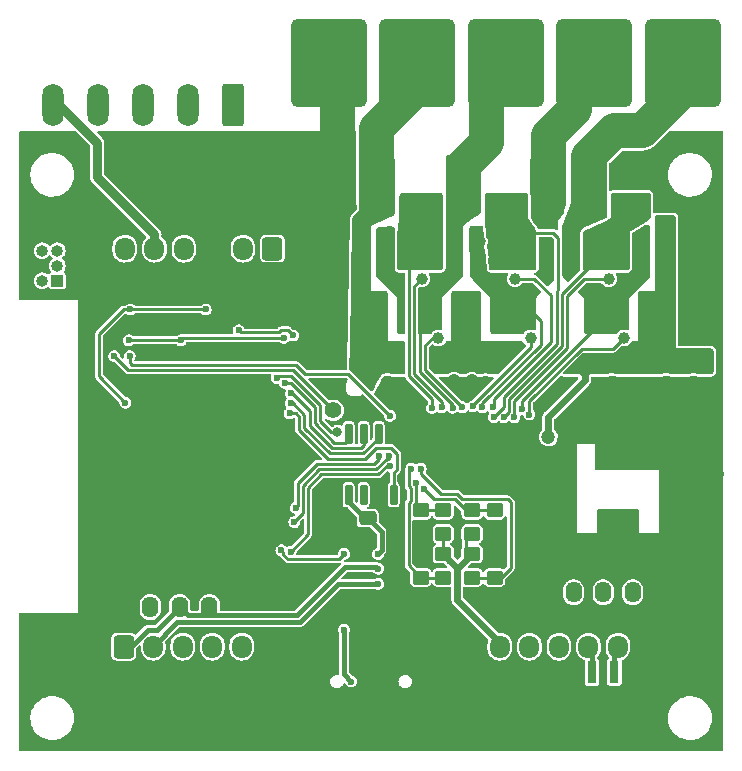
<source format=gbr>
%TF.GenerationSoftware,KiCad,Pcbnew,(6.0.7)*%
%TF.CreationDate,2023-02-02T22:14:04+01:00*%
%TF.ProjectId,bldc,626c6463-2e6b-4696-9361-645f70636258,rev?*%
%TF.SameCoordinates,Original*%
%TF.FileFunction,Copper,L2,Bot*%
%TF.FilePolarity,Positive*%
%FSLAX46Y46*%
G04 Gerber Fmt 4.6, Leading zero omitted, Abs format (unit mm)*
G04 Created by KiCad (PCBNEW (6.0.7)) date 2023-02-02 22:14:04*
%MOMM*%
%LPD*%
G01*
G04 APERTURE LIST*
G04 Aperture macros list*
%AMRoundRect*
0 Rectangle with rounded corners*
0 $1 Rounding radius*
0 $2 $3 $4 $5 $6 $7 $8 $9 X,Y pos of 4 corners*
0 Add a 4 corners polygon primitive as box body*
4,1,4,$2,$3,$4,$5,$6,$7,$8,$9,$2,$3,0*
0 Add four circle primitives for the rounded corners*
1,1,$1+$1,$2,$3*
1,1,$1+$1,$4,$5*
1,1,$1+$1,$6,$7*
1,1,$1+$1,$8,$9*
0 Add four rect primitives between the rounded corners*
20,1,$1+$1,$2,$3,$4,$5,0*
20,1,$1+$1,$4,$5,$6,$7,0*
20,1,$1+$1,$6,$7,$8,$9,0*
20,1,$1+$1,$8,$9,$2,$3,0*%
G04 Aperture macros list end*
%TA.AperFunction,ComponentPad*%
%ADD10RoundRect,0.650000X2.600000X3.100000X-2.600000X3.100000X-2.600000X-3.100000X2.600000X-3.100000X0*%
%TD*%
%TA.AperFunction,ComponentPad*%
%ADD11O,1.400000X1.800000*%
%TD*%
%TA.AperFunction,ComponentPad*%
%ADD12R,1.000000X1.000000*%
%TD*%
%TA.AperFunction,ComponentPad*%
%ADD13O,1.000000X1.000000*%
%TD*%
%TA.AperFunction,ComponentPad*%
%ADD14O,1.000000X2.100000*%
%TD*%
%TA.AperFunction,ComponentPad*%
%ADD15O,1.000000X1.600000*%
%TD*%
%TA.AperFunction,ComponentPad*%
%ADD16RoundRect,0.250000X0.650000X1.550000X-0.650000X1.550000X-0.650000X-1.550000X0.650000X-1.550000X0*%
%TD*%
%TA.AperFunction,ComponentPad*%
%ADD17O,1.800000X3.600000*%
%TD*%
%TA.AperFunction,ComponentPad*%
%ADD18C,1.400000*%
%TD*%
%TA.AperFunction,ComponentPad*%
%ADD19O,1.400000X1.400000*%
%TD*%
%TA.AperFunction,ComponentPad*%
%ADD20RoundRect,0.250000X0.600000X0.725000X-0.600000X0.725000X-0.600000X-0.725000X0.600000X-0.725000X0*%
%TD*%
%TA.AperFunction,ComponentPad*%
%ADD21O,1.700000X1.950000*%
%TD*%
%TA.AperFunction,ComponentPad*%
%ADD22RoundRect,0.250000X-0.600000X-0.725000X0.600000X-0.725000X0.600000X0.725000X-0.600000X0.725000X0*%
%TD*%
%TA.AperFunction,ComponentPad*%
%ADD23C,0.600000*%
%TD*%
%TA.AperFunction,SMDPad,CuDef*%
%ADD24R,3.500000X3.500000*%
%TD*%
%TA.AperFunction,SMDPad,CuDef*%
%ADD25RoundRect,0.250000X0.450000X-0.350000X0.450000X0.350000X-0.450000X0.350000X-0.450000X-0.350000X0*%
%TD*%
%TA.AperFunction,ComponentPad*%
%ADD26C,1.000000*%
%TD*%
%TA.AperFunction,SMDPad,CuDef*%
%ADD27RoundRect,0.250000X-0.450000X0.350000X-0.450000X-0.350000X0.450000X-0.350000X0.450000X0.350000X0*%
%TD*%
%TA.AperFunction,SMDPad,CuDef*%
%ADD28RoundRect,0.250000X0.475000X-0.337500X0.475000X0.337500X-0.475000X0.337500X-0.475000X-0.337500X0*%
%TD*%
%TA.AperFunction,SMDPad,CuDef*%
%ADD29RoundRect,0.150000X0.150000X-0.725000X0.150000X0.725000X-0.150000X0.725000X-0.150000X-0.725000X0*%
%TD*%
%TA.AperFunction,SMDPad,CuDef*%
%ADD30R,0.800000X1.900000*%
%TD*%
%TA.AperFunction,ViaPad*%
%ADD31C,0.600000*%
%TD*%
%TA.AperFunction,ViaPad*%
%ADD32C,1.200000*%
%TD*%
%TA.AperFunction,ViaPad*%
%ADD33C,0.800000*%
%TD*%
%TA.AperFunction,Conductor*%
%ADD34C,0.250000*%
%TD*%
%TA.AperFunction,Conductor*%
%ADD35C,3.000000*%
%TD*%
%TA.AperFunction,Conductor*%
%ADD36C,0.600000*%
%TD*%
%TA.AperFunction,Conductor*%
%ADD37C,0.400000*%
%TD*%
%TA.AperFunction,Conductor*%
%ADD38C,1.600000*%
%TD*%
%TA.AperFunction,Conductor*%
%ADD39C,1.200000*%
%TD*%
%TA.AperFunction,Conductor*%
%ADD40C,0.800000*%
%TD*%
G04 APERTURE END LIST*
D10*
%TO.P,J15,1,Pin_1*%
%TO.N,GND*%
X116400000Y-93500000D03*
%TD*%
D11*
%TO.P,SW1,1,A*%
%TO.N,CANL*%
X137150000Y-138350000D03*
%TO.P,SW1,2,B*%
%TO.N,Net-(R10-Pad1)*%
X139650000Y-138350000D03*
%TO.P,SW1,3,C*%
X142150000Y-138350000D03*
%TD*%
D12*
%TO.P,J7,1,Pin_1*%
%TO.N,PROG_EN*%
X93435000Y-111970000D03*
D13*
%TO.P,J7,2,Pin_2*%
%TO.N,+3V3*%
X92165000Y-111970000D03*
%TO.P,J7,3,Pin_3*%
%TO.N,PROG_TX*%
X93435000Y-110700000D03*
%TO.P,J7,4,Pin_4*%
%TO.N,GND*%
X92165000Y-110700000D03*
%TO.P,J7,5,Pin_5*%
%TO.N,PROG_RX*%
X93435000Y-109430000D03*
%TO.P,J7,6,Pin_6*%
%TO.N,PROG_IO0*%
X92165000Y-109430000D03*
%TD*%
D14*
%TO.P,J8,S1,SHIELD*%
%TO.N,GND*%
X115680000Y-145370000D03*
D15*
X124320000Y-149550000D03*
D14*
X124320000Y-145370000D03*
D15*
X115680000Y-149550000D03*
%TD*%
D10*
%TO.P,J13,1,Pin_1*%
%TO.N,/SHC*%
X131400000Y-93500000D03*
%TD*%
%TO.P,J14,1,Pin_1*%
%TO.N,+48V*%
X123900000Y-93500000D03*
%TD*%
D16*
%TO.P,J16,1,Pin_1*%
%TO.N,POS_MOSI*%
X108300000Y-97100000D03*
D17*
%TO.P,J16,2,Pin_2*%
%TO.N,POS_MISO*%
X104490000Y-97100000D03*
%TO.P,J16,3,Pin_3*%
%TO.N,GND*%
X100680000Y-97100000D03*
%TO.P,J16,4,Pin_4*%
%TO.N,POS_SCK*%
X96870000Y-97100000D03*
%TO.P,J16,5,Pin_5*%
%TO.N,POS_CS_EXT*%
X93060000Y-97100000D03*
%TD*%
D18*
%TO.P,TH1,1*%
%TO.N,TEMP*%
X116800000Y-122955000D03*
D19*
%TO.P,TH1,2*%
%TO.N,GND*%
X116800000Y-121055000D03*
%TD*%
D11*
%TO.P,SW3,1,A*%
%TO.N,RS485B*%
X106300000Y-139600000D03*
%TO.P,SW3,2,B*%
X103800000Y-139600000D03*
%TO.P,SW3,3,C*%
%TO.N,Net-(R27-Pad2)*%
X101300000Y-139600000D03*
%TD*%
D20*
%TO.P,J6,1,Pin_1*%
%TO.N,POS_MOSI*%
X111650000Y-109250000D03*
D21*
%TO.P,J6,2,Pin_2*%
%TO.N,POS_MISO*%
X109150000Y-109250000D03*
%TO.P,J6,3,Pin_3*%
%TO.N,GND*%
X106650000Y-109250000D03*
%TO.P,J6,4,Pin_4*%
%TO.N,POS_SCK*%
X104150000Y-109250000D03*
%TO.P,J6,5,Pin_5*%
%TO.N,POS_CS_EXT*%
X101650000Y-109250000D03*
%TO.P,J6,6,Pin_6*%
%TO.N,/IO3*%
X99150000Y-109250000D03*
%TD*%
D10*
%TO.P,J11,1,Pin_1*%
%TO.N,/SHA*%
X146400000Y-93500000D03*
%TD*%
D22*
%TO.P,J10,1,Pin_1*%
%TO.N,RS485B*%
X99050000Y-142950000D03*
D21*
%TO.P,J10,2,Pin_2*%
%TO.N,RS485A*%
X101550000Y-142950000D03*
%TO.P,J10,3,Pin_3*%
%TO.N,/IO0*%
X104050000Y-142950000D03*
%TO.P,J10,4,Pin_4*%
%TO.N,/IO1*%
X106550000Y-142950000D03*
%TO.P,J10,5,Pin_5*%
%TO.N,/IO2*%
X109050000Y-142950000D03*
%TO.P,J10,6,Pin_6*%
%TO.N,GND*%
X111550000Y-142950000D03*
%TD*%
D10*
%TO.P,J12,1,Pin_1*%
%TO.N,/SHB*%
X138900000Y-93500000D03*
%TD*%
D23*
%TO.P,U1,41,PAD*%
%TO.N,GND*%
X128000000Y-127000000D03*
X130000000Y-126000000D03*
X128000000Y-128000000D03*
X130000000Y-128000000D03*
X127000000Y-129000000D03*
X130000000Y-129000000D03*
X127000000Y-126000000D03*
X127000000Y-128000000D03*
X128000000Y-129000000D03*
X129000000Y-128000000D03*
X129000000Y-129000000D03*
X130000000Y-127000000D03*
D24*
X128500000Y-127500000D03*
D23*
X127000000Y-127000000D03*
X128000000Y-126000000D03*
X129000000Y-126000000D03*
X129000000Y-127000000D03*
%TD*%
D22*
%TO.P,J9,1,Pin_1*%
%TO.N,GND*%
X128400000Y-142950000D03*
D21*
%TO.P,J9,2,Pin_2*%
%TO.N,+3V3*%
X130900000Y-142950000D03*
%TO.P,J9,3,Pin_3*%
%TO.N,SCL*%
X133400000Y-142950000D03*
%TO.P,J9,4,Pin_4*%
%TO.N,SDA*%
X135900000Y-142950000D03*
%TO.P,J9,5,Pin_5*%
%TO.N,CANL*%
X138400000Y-142950000D03*
%TO.P,J9,6,Pin_6*%
%TO.N,CANH*%
X140900000Y-142950000D03*
%TD*%
D25*
%TO.P,R20,1*%
%TO.N,/IDRIVE*%
X124200000Y-137100000D03*
%TO.P,R20,2*%
%TO.N,GND*%
X124200000Y-135100000D03*
%TD*%
D26*
%TO.P,TP3,1,1*%
%TO.N,/GHB*%
X133500000Y-116800000D03*
%TD*%
D25*
%TO.P,R16,1*%
%TO.N,+3V3*%
X128550000Y-133400000D03*
%TO.P,R16,2*%
%TO.N,/GAIN*%
X128550000Y-131400000D03*
%TD*%
%TO.P,R22,1*%
%TO.N,/MODE*%
X130450000Y-137100000D03*
%TO.P,R22,2*%
%TO.N,GND*%
X130450000Y-135100000D03*
%TD*%
D26*
%TO.P,TP5,1,1*%
%TO.N,/GHC*%
X125700000Y-116800000D03*
%TD*%
D27*
%TO.P,R17,1*%
%TO.N,/GAIN*%
X130450000Y-131400000D03*
%TO.P,R17,2*%
%TO.N,GND*%
X130450000Y-133400000D03*
%TD*%
D26*
%TO.P,TP1,1,1*%
%TO.N,/GHA*%
X141400000Y-116800000D03*
%TD*%
D25*
%TO.P,R23,1*%
%TO.N,+3V3*%
X126100000Y-133400000D03*
%TO.P,R23,2*%
%TO.N,/VDS*%
X126100000Y-131400000D03*
%TD*%
D27*
%TO.P,R19,1*%
%TO.N,+3V3*%
X126100000Y-135100000D03*
%TO.P,R19,2*%
%TO.N,/IDRIVE*%
X126100000Y-137100000D03*
%TD*%
%TO.P,R24,1*%
%TO.N,/VDS*%
X124200000Y-131400000D03*
%TO.P,R24,2*%
%TO.N,GND*%
X124200000Y-133400000D03*
%TD*%
D28*
%TO.P,C34,1*%
%TO.N,GND*%
X119700000Y-134137500D03*
%TO.P,C34,2*%
%TO.N,+3V3*%
X119700000Y-132062500D03*
%TD*%
D26*
%TO.P,TP6,1,1*%
%TO.N,/GLC*%
X124300000Y-111800000D03*
%TD*%
%TO.P,TP4,1,1*%
%TO.N,/GLB*%
X132200000Y-111800000D03*
%TD*%
D29*
%TO.P,U4,1,~{CS}*%
%TO.N,POS_CS*%
X121905000Y-130075000D03*
%TO.P,U4,2,~{SPI_EN}*%
%TO.N,GND*%
X120635000Y-130075000D03*
%TO.P,U4,3,PWM_Out*%
%TO.N,unconnected-(U4-Pad3)*%
X119365000Y-130075000D03*
%TO.P,U4,4,VDD*%
%TO.N,+3V3*%
X118095000Y-130075000D03*
%TO.P,U4,5,MOSI*%
%TO.N,POS_MOSI*%
X118095000Y-124925000D03*
%TO.P,U4,6,MISO*%
%TO.N,POS_MISO*%
X119365000Y-124925000D03*
%TO.P,U4,7,SCK*%
%TO.N,POS_SCK*%
X120635000Y-124925000D03*
%TO.P,U4,8,VSS*%
%TO.N,GND*%
X121905000Y-124925000D03*
%TD*%
D30*
%TO.P,D6,1,A1*%
%TO.N,CANL*%
X138700000Y-145100000D03*
%TO.P,D6,2,A2*%
%TO.N,CANH*%
X140600000Y-145100000D03*
%TO.P,D6,3,common*%
%TO.N,GND*%
X139650000Y-148100000D03*
%TD*%
D27*
%TO.P,R21,1*%
%TO.N,+3V3*%
X128550000Y-135100000D03*
%TO.P,R21,2*%
%TO.N,/MODE*%
X128550000Y-137100000D03*
%TD*%
D26*
%TO.P,TP2,1,1*%
%TO.N,/GLA*%
X140100000Y-111800000D03*
%TD*%
D31*
%TO.N,/SHA*%
X141550000Y-111800000D03*
X141050000Y-112500000D03*
%TO.N,+48V*%
X145500000Y-106700000D03*
X145500000Y-107500000D03*
X144600000Y-108500000D03*
X145500000Y-108500000D03*
X145500000Y-109400000D03*
X144600000Y-110800000D03*
X145500000Y-110500000D03*
X145500000Y-111500000D03*
X145500000Y-112400000D03*
X143100000Y-115000000D03*
X143900000Y-114600000D03*
X143900000Y-113500000D03*
X144500000Y-113100000D03*
X145500000Y-113400000D03*
X145500000Y-114700000D03*
X144600000Y-115300000D03*
X143800000Y-115700000D03*
X143900000Y-116800000D03*
X145500000Y-116200000D03*
X145500000Y-117600000D03*
X148500000Y-119300000D03*
X146900000Y-119500000D03*
X148500000Y-118100000D03*
X146200000Y-118600000D03*
X145800000Y-119500000D03*
X142700000Y-119500000D03*
X143800000Y-119500000D03*
X143900000Y-118500000D03*
X143500000Y-117800000D03*
X142400000Y-117800000D03*
X141600000Y-118400000D03*
X141300000Y-119500000D03*
X139400000Y-119500000D03*
X139200000Y-118400000D03*
X130700000Y-117700000D03*
X128000000Y-117400000D03*
X128000000Y-116400000D03*
X128000000Y-115400000D03*
X128000000Y-114300000D03*
X128000000Y-113200000D03*
X127300000Y-114900000D03*
X128800000Y-115000000D03*
X132000000Y-117700000D03*
X129500000Y-118900000D03*
X129500000Y-117700000D03*
X127100000Y-118900000D03*
X127100000Y-117700000D03*
X122300000Y-117400000D03*
X120900000Y-115000000D03*
X121000000Y-117400000D03*
X120200000Y-118800000D03*
X119300000Y-120100000D03*
X120100000Y-120100000D03*
X119700000Y-117800000D03*
X118800000Y-117700000D03*
X119700000Y-115400000D03*
X118800000Y-115400000D03*
X119700000Y-113200000D03*
X118800000Y-113200000D03*
X119700000Y-110800000D03*
X118800000Y-110800000D03*
X119700000Y-108500000D03*
X118800000Y-108500000D03*
%TO.N,/SPB*%
X133000000Y-106750000D03*
X132100000Y-106750000D03*
X131050000Y-106750000D03*
%TO.N,/SHB*%
X129400000Y-108600000D03*
X129450000Y-110700000D03*
X129450000Y-109900000D03*
X128650000Y-109450000D03*
X132950000Y-114850000D03*
X130650000Y-114950000D03*
X132250000Y-114950000D03*
X131450000Y-116250000D03*
X131400000Y-115450000D03*
X131400000Y-114550000D03*
X131400000Y-113750000D03*
X130250000Y-112800000D03*
X129450000Y-111950000D03*
X130250000Y-111800000D03*
X131150000Y-111850000D03*
X131650000Y-112950000D03*
X133050000Y-112850000D03*
X133800000Y-112800000D03*
X134550000Y-110800000D03*
X134550000Y-109950000D03*
X135200000Y-109450000D03*
X134550000Y-109000000D03*
X134350000Y-107100000D03*
X135150000Y-107100000D03*
%TO.N,/SHA*%
X138450000Y-114900000D03*
X139250000Y-114950000D03*
X140050000Y-114950000D03*
X140800000Y-114900000D03*
X140850000Y-114150000D03*
X139250000Y-114200000D03*
X142450000Y-110750000D03*
X142450000Y-108150000D03*
X143300000Y-109450000D03*
X142500000Y-109500000D03*
X142700000Y-111900000D03*
X141800000Y-112900000D03*
X140850000Y-113400000D03*
X140100000Y-113050000D03*
X139250000Y-113350000D03*
X139000000Y-112650000D03*
X138000000Y-112850000D03*
X137350000Y-110650000D03*
X137350000Y-109750000D03*
X136550000Y-109450000D03*
X137350000Y-108900000D03*
X137350000Y-107850000D03*
X137550000Y-106950000D03*
X136700000Y-106900000D03*
%TO.N,/SPA*%
X140850000Y-104900000D03*
X141650000Y-104950000D03*
X142500000Y-104900000D03*
X143300000Y-104950000D03*
X143100000Y-106700000D03*
X140550000Y-106800000D03*
X139250000Y-108600000D03*
X140850000Y-108750000D03*
X139300000Y-110100000D03*
X139300000Y-110800000D03*
X138800000Y-109450000D03*
X139650000Y-109450000D03*
X140550000Y-109450000D03*
X139300000Y-107550000D03*
X140100000Y-107550000D03*
X140900000Y-107550000D03*
X141700000Y-107550000D03*
%TO.N,/SHC*%
X126600000Y-108400000D03*
%TO.N,/SPC*%
X123500000Y-109100000D03*
%TO.N,/SHC*%
X121600000Y-107600000D03*
X126600000Y-109200000D03*
X126600000Y-107600000D03*
X121600000Y-109200000D03*
%TO.N,/SPC*%
X124100000Y-107600000D03*
X125100000Y-108300000D03*
%TO.N,/SHC*%
X121600000Y-108400000D03*
%TO.N,/SPC*%
X125700000Y-107600000D03*
X122500000Y-107600000D03*
X125100000Y-109100000D03*
X123500000Y-108300000D03*
X124900000Y-107600000D03*
X123300000Y-107600000D03*
X122500000Y-109450000D03*
%TO.N,/SHC*%
X121600000Y-110000000D03*
X120900000Y-109450000D03*
X121600000Y-110800000D03*
X121600000Y-111600000D03*
X122500000Y-111600000D03*
X122500000Y-112400000D03*
X122500000Y-113200000D03*
X122500000Y-114950000D03*
X124900000Y-113200000D03*
X125700000Y-113200000D03*
X125700000Y-112400000D03*
X125700000Y-111600000D03*
X126600000Y-111600000D03*
X126600000Y-110800000D03*
X126600000Y-110000000D03*
X127300000Y-109450000D03*
%TO.N,/SPC*%
X124100000Y-109450000D03*
X123500000Y-109850000D03*
%TO.N,/SPB*%
X130400000Y-107600000D03*
X131200000Y-107600000D03*
X132000000Y-107600000D03*
X132800000Y-107600000D03*
X132900000Y-108300000D03*
X132900000Y-109100000D03*
X132200000Y-109450000D03*
X131400000Y-109100000D03*
X131400000Y-108300000D03*
X130700000Y-109450000D03*
X131400000Y-109900000D03*
X131400000Y-110750000D03*
X130100000Y-106800000D03*
X132500000Y-104900000D03*
X131700000Y-104900000D03*
X130900000Y-104900000D03*
X130100000Y-104900000D03*
%TO.N,/SPC*%
X122900000Y-106750000D03*
X123800000Y-106750000D03*
X124600000Y-106750000D03*
D32*
%TO.N,/SHB*%
X135800000Y-105800000D03*
X134200000Y-105800000D03*
X135800000Y-102200000D03*
X134200000Y-102200000D03*
%TO.N,/SHC*%
X127000000Y-105800000D03*
X128600000Y-105800000D03*
X128600000Y-102200000D03*
X127000000Y-102200000D03*
D31*
%TO.N,/SPC*%
X125500000Y-104900000D03*
X124600000Y-104900000D03*
X123800000Y-104900000D03*
X122900000Y-104900000D03*
X125550000Y-106750000D03*
D32*
%TO.N,+48V*%
X138100000Y-119500000D03*
X119700000Y-104000000D03*
X121300000Y-102200000D03*
X121300000Y-105800000D03*
X119700000Y-102200000D03*
X121300000Y-104000000D03*
X135000000Y-125200000D03*
D31*
%TO.N,GND*%
X125950000Y-138750000D03*
X140300000Y-136400000D03*
X113200000Y-106400000D03*
D32*
X112000000Y-149000000D03*
D33*
X136400000Y-129850000D03*
D32*
X102000000Y-135000000D03*
D31*
X96500000Y-109200000D03*
D32*
X101000000Y-121000000D03*
D31*
X105400000Y-112200000D03*
D32*
X146700000Y-112000000D03*
X111000000Y-127000000D03*
D31*
X137250000Y-135350000D03*
D32*
X118000000Y-150000000D03*
D31*
X149549500Y-127400000D03*
X131400000Y-139350000D03*
D32*
X107000000Y-126000000D03*
X147300000Y-120600000D03*
X97000000Y-126000000D03*
D31*
X122850000Y-126600000D03*
X122722812Y-130043287D03*
D32*
X102000000Y-149000000D03*
D31*
X121800000Y-140650000D03*
D33*
X146800000Y-123400000D03*
D31*
X149549500Y-132500000D03*
D32*
X104000000Y-133000000D03*
D31*
X149549500Y-131100000D03*
D32*
X109000000Y-125000000D03*
D31*
X146200000Y-121500000D03*
X99550000Y-115900000D03*
D32*
X102000000Y-123000000D03*
D31*
X125500000Y-124500000D03*
D32*
X117300000Y-118900000D03*
X97000000Y-123000000D03*
D31*
X149549500Y-134000000D03*
D32*
X117400000Y-107400000D03*
D31*
X139100000Y-120400000D03*
X110000000Y-100900000D03*
D32*
X111000000Y-124000000D03*
D31*
X136400000Y-131400000D03*
D32*
X136000000Y-128000000D03*
D31*
X114969500Y-141200000D03*
X130300000Y-138700000D03*
X107500000Y-118000000D03*
X90800000Y-112800000D03*
X97400000Y-110300000D03*
X108100000Y-110700000D03*
X105600000Y-100700000D03*
D32*
X127000000Y-120500000D03*
D31*
X147600000Y-113100000D03*
X110700000Y-117800000D03*
D33*
X145600000Y-130750000D03*
D31*
X90900000Y-100500000D03*
X112100000Y-117900000D03*
D32*
X131000000Y-151000000D03*
X137000000Y-151000000D03*
X108000000Y-149000000D03*
D33*
X137700000Y-124100000D03*
D31*
X98100000Y-114300000D03*
D32*
X146700000Y-114200000D03*
X112000000Y-114500000D03*
D31*
X129700000Y-120300000D03*
D32*
X122000000Y-150000000D03*
D31*
X117300000Y-131800000D03*
D32*
X117400000Y-109700000D03*
X97000000Y-132000000D03*
X136000000Y-141000000D03*
D31*
X149600000Y-128300000D03*
D33*
X143350000Y-123400000D03*
D32*
X114500000Y-115000000D03*
X117300000Y-116600000D03*
D31*
X136700000Y-123700000D03*
X141600000Y-121500000D03*
D32*
X149000000Y-144000000D03*
D31*
X124050000Y-142350000D03*
D32*
X146700000Y-109700000D03*
D31*
X136600000Y-120700000D03*
D32*
X107000000Y-123000000D03*
D31*
X96400000Y-115800000D03*
D33*
X147200000Y-128512500D03*
D32*
X123500000Y-124000000D03*
X101000000Y-129000000D03*
X146700000Y-116500000D03*
D31*
X149549500Y-135300000D03*
X119875500Y-141700000D03*
X136800000Y-136100000D03*
X147600000Y-110800000D03*
X115900000Y-130900000D03*
D33*
X148550000Y-133050000D03*
D32*
X142700000Y-120700000D03*
D31*
X92100000Y-106300000D03*
X116800000Y-130900000D03*
D32*
X117400000Y-112000000D03*
X116300000Y-102200000D03*
X115000000Y-111000000D03*
D31*
X135250000Y-134100000D03*
X143900000Y-121500000D03*
X96300000Y-139400000D03*
D32*
X115000000Y-108500000D03*
D31*
X131300000Y-124700000D03*
D32*
X102000000Y-132000000D03*
D31*
X109700000Y-105500000D03*
D32*
X111000000Y-133000000D03*
X111000000Y-130000000D03*
X105000000Y-121000000D03*
X108000000Y-129000000D03*
X128500000Y-120500000D03*
D31*
X135800000Y-120700000D03*
X94300000Y-108500000D03*
D32*
X98000000Y-147000000D03*
X116300000Y-104000000D03*
D31*
X105600000Y-105200000D03*
D32*
X146700000Y-107400000D03*
D31*
X111000000Y-111600000D03*
X96900000Y-143500000D03*
X124350000Y-141050000D03*
X100300000Y-138600000D03*
D32*
X142000000Y-151000000D03*
D31*
X113100000Y-102300000D03*
X119200000Y-122800000D03*
D33*
X147250000Y-133100000D03*
D31*
X102000000Y-100800000D03*
D32*
X97000000Y-135000000D03*
X145000000Y-120600000D03*
D31*
X119800000Y-139100000D03*
D32*
X117900000Y-104000000D03*
D31*
X136600000Y-125400000D03*
X149549500Y-129600000D03*
D32*
X117900000Y-102200000D03*
X140400000Y-120600000D03*
X121400000Y-120600000D03*
D31*
X139300000Y-121500000D03*
D32*
X117900000Y-105800000D03*
X104000000Y-124000000D03*
X117400000Y-114300000D03*
D31*
X147600000Y-108500000D03*
X132150000Y-143900000D03*
X131100000Y-135700000D03*
D32*
X115000000Y-106500000D03*
D33*
X147800000Y-134200000D03*
D31*
X132450000Y-133900000D03*
D33*
X141300000Y-123200000D03*
D31*
X147600000Y-115400000D03*
X97100000Y-106300000D03*
D33*
X138850000Y-123300000D03*
D31*
X102900000Y-115600000D03*
X134650000Y-132450000D03*
X118100000Y-122200000D03*
D32*
X116300000Y-105800000D03*
D31*
X149549500Y-126400000D03*
X95300000Y-101200000D03*
D33*
X148250000Y-136200000D03*
D32*
X102000000Y-126000000D03*
D31*
X94900000Y-143600000D03*
D32*
X107000000Y-132000000D03*
%TO.N,/SHA*%
X137600000Y-105800000D03*
X139200000Y-104000000D03*
X137600000Y-104000000D03*
D31*
X132749500Y-122827914D03*
D32*
X139200000Y-105800000D03*
X139200000Y-102200000D03*
D31*
X139300000Y-115700000D03*
D32*
X137600000Y-102200000D03*
%TO.N,/SHB*%
X135800000Y-104000000D03*
X134200000Y-104000000D03*
D31*
X133000000Y-114100000D03*
X129417678Y-122687691D03*
D32*
%TO.N,/SHC*%
X127000000Y-104000000D03*
X128600000Y-104000000D03*
D31*
X125000000Y-114100000D03*
X126902207Y-122725775D03*
%TO.N,/GHA*%
X133401999Y-123297697D03*
%TO.N,/GLA*%
X132120923Y-123536195D03*
%TO.N,/SPA*%
X142000000Y-106600000D03*
X131236992Y-123536992D03*
%TO.N,/GHB*%
X128623055Y-122599500D03*
%TO.N,/GLB*%
X130300000Y-122700000D03*
%TO.N,/SPB*%
X133600000Y-107600000D03*
X130374500Y-123516306D03*
%TO.N,/GHC*%
X127726609Y-122673391D03*
%TO.N,/GLC*%
X126000000Y-122700000D03*
%TO.N,/SPC*%
X125158660Y-122741837D03*
X123400000Y-110750000D03*
%TO.N,+3V3*%
X120600000Y-135100000D03*
X126700000Y-135700000D03*
X127300000Y-138100000D03*
%TO.N,POS_MOSI*%
X112700000Y-120624500D03*
%TO.N,POS_MISO*%
X113200000Y-121500000D03*
%TO.N,POS_SCK*%
X113183411Y-122316589D03*
%TO.N,POS_CS*%
X113100500Y-123200000D03*
%TO.N,PROG_EN*%
X99625500Y-114400000D03*
X106000000Y-114400000D03*
X99200000Y-122300000D03*
%TO.N,PROG_IO0*%
X99500000Y-117000000D03*
X103900000Y-117000000D03*
X112624369Y-116793908D03*
%TO.N,+5V*%
X117700000Y-141500000D03*
X118305000Y-145905000D03*
%TO.N,Net-(R11-Pad1)*%
X113400000Y-116600000D03*
X108775500Y-116175500D03*
%TO.N,/SOC*%
X113600000Y-131200000D03*
X120672906Y-126785033D03*
%TO.N,/SOB*%
X121525500Y-126850546D03*
X113500000Y-132400000D03*
%TO.N,/SOA*%
X113200498Y-134900000D03*
X121575500Y-127649500D03*
%TO.N,/FAULT*%
X112000000Y-120200000D03*
D33*
X117149500Y-124750000D03*
D31*
%TO.N,/MODE*%
X124200000Y-127874500D03*
%TO.N,/IDRIVE*%
X123400497Y-127874500D03*
%TO.N,/VDS*%
X123797312Y-129124000D03*
%TO.N,/GAIN*%
X124458146Y-129574000D03*
%TO.N,RS485B*%
X120600000Y-136350000D03*
%TO.N,RS485A*%
X120600000Y-137635000D03*
%TO.N,485_RO*%
X117700000Y-135100000D03*
X112407906Y-134795110D03*
%TO.N,VOLT*%
X121600000Y-123400000D03*
X99550000Y-118350000D03*
%TO.N,TEMP*%
X98250000Y-118350000D03*
%TD*%
D34*
%TO.N,/GLC*%
X124300000Y-111800000D02*
X123650000Y-112450000D01*
X123650000Y-119862476D02*
X126000000Y-122212476D01*
X123650000Y-112450000D02*
X123650000Y-119862476D01*
X126000000Y-122212476D02*
X126000000Y-122700000D01*
%TO.N,/GLB*%
X133800000Y-111800000D02*
X132200000Y-111800000D01*
X135200000Y-113200000D02*
X133800000Y-111800000D01*
X135200000Y-117172792D02*
X135200000Y-113200000D01*
X130390619Y-121982173D02*
X135200000Y-117172792D01*
X130300000Y-122700000D02*
X130390619Y-122609381D01*
X130390619Y-122609381D02*
X130390619Y-121982173D01*
%TO.N,/GLA*%
X138050000Y-111800000D02*
X140100000Y-111800000D01*
X136600000Y-113250000D02*
X138050000Y-111800000D01*
X136600000Y-117681980D02*
X136600000Y-113250000D01*
X132125000Y-122156980D02*
X136600000Y-117681980D01*
X132125000Y-123285380D02*
X132125000Y-122156980D01*
X132120923Y-123289457D02*
X132125000Y-123285380D01*
X132120923Y-123536195D02*
X132120923Y-123289457D01*
%TO.N,/SPB*%
X133900000Y-107900000D02*
X133600000Y-107600000D01*
X135825000Y-108325000D02*
X135400000Y-107900000D01*
X135400000Y-107900000D02*
X133900000Y-107900000D01*
X135825000Y-112752208D02*
X135825000Y-108325000D01*
X131225000Y-121784188D02*
X135700000Y-117309188D01*
X131225000Y-122665806D02*
X131225000Y-121784188D01*
X135700000Y-117309188D02*
X135700000Y-112877208D01*
X130374500Y-123516306D02*
X131225000Y-122665806D01*
X135700000Y-112877208D02*
X135825000Y-112752208D01*
%TO.N,/SPA*%
X131675000Y-123098984D02*
X131236992Y-123536992D01*
X131675000Y-121970584D02*
X131675000Y-123098984D01*
X136150000Y-117495584D02*
X131675000Y-121970584D01*
X136150000Y-113063604D02*
X136150000Y-117495584D01*
X142000000Y-107213604D02*
X136150000Y-113063604D01*
X142000000Y-106600000D02*
X142000000Y-107213604D01*
D35*
%TO.N,/SHA*%
X142900000Y-99250000D02*
X146400000Y-95750000D01*
X138400000Y-101400000D02*
X140550000Y-99250000D01*
X138400000Y-105250000D02*
X138400000Y-101400000D01*
X140550000Y-99250000D02*
X142900000Y-99250000D01*
X146400000Y-95750000D02*
X146400000Y-93500000D01*
X138450000Y-105300000D02*
X138400000Y-105250000D01*
%TO.N,/SHB*%
X135000000Y-99600000D02*
X135000000Y-105300000D01*
X137150000Y-97450000D02*
X135000000Y-99600000D01*
X137150000Y-95250000D02*
X137150000Y-97450000D01*
X138900000Y-93500000D02*
X137150000Y-95250000D01*
%TO.N,+48V*%
X120450000Y-99050000D02*
X120450000Y-105350000D01*
X123900000Y-95600000D02*
X120450000Y-99050000D01*
X123900000Y-93500000D02*
X123900000Y-95600000D01*
%TO.N,GND*%
X117150000Y-94250000D02*
X117150000Y-105100000D01*
X116400000Y-93500000D02*
X117150000Y-94250000D01*
%TO.N,/SHC*%
X127800000Y-102200000D02*
X127800000Y-105250000D01*
X129750000Y-100250000D02*
X127800000Y-102200000D01*
X129750000Y-95150000D02*
X129750000Y-100250000D01*
X131400000Y-93500000D02*
X129750000Y-95150000D01*
D34*
%TO.N,/SPC*%
X123200000Y-120048872D02*
X125158660Y-122007532D01*
X123200000Y-110950000D02*
X123200000Y-120048872D01*
X125158660Y-122007532D02*
X125158660Y-122741837D01*
X123400000Y-110750000D02*
X123200000Y-110950000D01*
D36*
%TO.N,+48V*%
X138100000Y-120400000D02*
X138100000Y-119500000D01*
X135000000Y-125200000D02*
X135000000Y-123500000D01*
X135000000Y-123500000D02*
X138100000Y-120400000D01*
D37*
%TO.N,GND*%
X122722812Y-130043287D02*
X122605000Y-130043287D01*
X122282817Y-131350000D02*
X121527183Y-131350000D01*
X122605000Y-131027817D02*
X122282817Y-131350000D01*
X122605000Y-130043287D02*
X122605000Y-131027817D01*
X121527183Y-131350000D02*
X120635000Y-130457817D01*
X120635000Y-130457817D02*
X120635000Y-130075000D01*
D38*
%TO.N,/SHA*%
X146400000Y-94033452D02*
X146400000Y-93500000D01*
D39*
X146400000Y-95200000D02*
X146400000Y-93500000D01*
D34*
X132749500Y-122168876D02*
X132749500Y-122827914D01*
X139300000Y-115700000D02*
X139218376Y-115700000D01*
X139218376Y-115700000D02*
X132749500Y-122168876D01*
%TO.N,/SHB*%
X134350000Y-115350000D02*
X133100000Y-114100000D01*
X133100000Y-114100000D02*
X133000000Y-114100000D01*
X129417678Y-122687691D02*
X129417678Y-122318718D01*
X134350000Y-117386396D02*
X134350000Y-115350000D01*
X129417678Y-122318718D02*
X134350000Y-117386396D01*
D39*
X135800000Y-104000000D02*
X134200000Y-104000000D01*
D34*
%TO.N,/SHC*%
X126902207Y-122478287D02*
X124100000Y-119676080D01*
X126902207Y-122725775D02*
X126902207Y-122478287D01*
X124100000Y-119676080D02*
X124100000Y-115000000D01*
X124100000Y-115000000D02*
X125000000Y-114100000D01*
%TO.N,/GHA*%
X133401999Y-123297697D02*
X133401999Y-122152773D01*
X137829772Y-117725000D02*
X140475000Y-117725000D01*
X140475000Y-117725000D02*
X141400000Y-116800000D01*
X133401999Y-122152773D02*
X137829772Y-117725000D01*
%TO.N,/GHB*%
X133500000Y-116800000D02*
X133500000Y-117600000D01*
X133500000Y-117600000D02*
X128623055Y-122476945D01*
X128623055Y-122476945D02*
X128623055Y-122599500D01*
%TO.N,/GHC*%
X127726609Y-122666293D02*
X124550000Y-119489684D01*
X125200000Y-116800000D02*
X125700000Y-116800000D01*
X124550000Y-119489684D02*
X124550000Y-117450000D01*
X127726609Y-122673391D02*
X127726609Y-122666293D01*
X124550000Y-117450000D02*
X125200000Y-116800000D01*
D37*
%TO.N,+3V3*%
X120900000Y-133262500D02*
X119700000Y-132062500D01*
X119462500Y-132062500D02*
X119700000Y-132062500D01*
D34*
X128000000Y-135100000D02*
X128000000Y-133400000D01*
D36*
X127300000Y-138700000D02*
X127300000Y-138100000D01*
D34*
X126100000Y-135100000D02*
X126100000Y-133400000D01*
D36*
X127300000Y-139000000D02*
X127300000Y-138700000D01*
D37*
X118095000Y-130075000D02*
X118095000Y-130695000D01*
D36*
X127300000Y-136350000D02*
X128550000Y-135100000D01*
X130900000Y-142600000D02*
X127300000Y-139000000D01*
X130900000Y-142950000D02*
X130900000Y-142600000D01*
D37*
X120600000Y-135100000D02*
X120900000Y-134800000D01*
D36*
X127300000Y-136300000D02*
X127200000Y-136200000D01*
D37*
X120900000Y-134800000D02*
X120900000Y-133262500D01*
D36*
X127300000Y-136950000D02*
X127300000Y-136300000D01*
X127200000Y-136200000D02*
X126100000Y-135100000D01*
X127300000Y-136950000D02*
X127300000Y-136350000D01*
D37*
X118095000Y-130695000D02*
X119462500Y-132062500D01*
D36*
X127300000Y-138100000D02*
X127300000Y-136950000D01*
D34*
%TO.N,POS_MOSI*%
X115250000Y-122650000D02*
X113224500Y-120624500D01*
X115250000Y-124050000D02*
X115250000Y-122650000D01*
X117750000Y-125675000D02*
X116875000Y-125675000D01*
X118095000Y-124925000D02*
X118095000Y-125330000D01*
X116875000Y-125675000D02*
X115250000Y-124050000D01*
X113224500Y-120624500D02*
X112700000Y-120624500D01*
X118095000Y-125330000D02*
X117750000Y-125675000D01*
%TO.N,POS_MISO*%
X114800000Y-124236396D02*
X116688604Y-126125000D01*
X113200000Y-121500000D02*
X113331802Y-121500000D01*
X119125000Y-126125000D02*
X119365000Y-125885000D01*
X119365000Y-125885000D02*
X119365000Y-124925000D01*
X114800000Y-122968198D02*
X114800000Y-124236396D01*
X116688604Y-126125000D02*
X119125000Y-126125000D01*
X113331802Y-121500000D02*
X114800000Y-122968198D01*
%TO.N,POS_SCK*%
X114350000Y-123313604D02*
X114350000Y-124422792D01*
X119311396Y-126575000D02*
X120635000Y-125251396D01*
X113183411Y-122316589D02*
X113352985Y-122316589D01*
X114350000Y-124422792D02*
X116502208Y-126575000D01*
X116502208Y-126575000D02*
X119311396Y-126575000D01*
X113352985Y-122316589D02*
X114350000Y-123313604D01*
X120635000Y-125251396D02*
X120635000Y-124925000D01*
%TO.N,POS_CS*%
X113600000Y-123200000D02*
X113900000Y-123500000D01*
X116315812Y-127025000D02*
X119497792Y-127025000D01*
X121725000Y-126125000D02*
X122200500Y-126600500D01*
X120397792Y-126125000D02*
X121725000Y-126125000D01*
X113100500Y-123200000D02*
X113600000Y-123200000D01*
X113900000Y-123500000D02*
X113900000Y-124609188D01*
X122200500Y-126600500D02*
X122200500Y-127949500D01*
X121905000Y-128245000D02*
X121905000Y-130075000D01*
X122200500Y-127949500D02*
X121905000Y-128245000D01*
X119497792Y-127025000D02*
X120397792Y-126125000D01*
X113900000Y-124609188D02*
X116315812Y-127025000D01*
%TO.N,PROG_EN*%
X99625500Y-114400000D02*
X106000000Y-114400000D01*
X96950000Y-120050000D02*
X99200000Y-122300000D01*
X99050000Y-114400000D02*
X96950000Y-116500000D01*
X99625500Y-114400000D02*
X99050000Y-114400000D01*
X96950000Y-116500000D02*
X96950000Y-120050000D01*
%TO.N,PROG_IO0*%
X112624369Y-116793908D02*
X112618277Y-116800000D01*
X104100000Y-116800000D02*
X103900000Y-117000000D01*
X112618277Y-116800000D02*
X104100000Y-116800000D01*
X99500000Y-117000000D02*
X103900000Y-117000000D01*
D37*
%TO.N,+5V*%
X117700000Y-145300000D02*
X117700000Y-141500000D01*
X118305000Y-145905000D02*
X117700000Y-145300000D01*
%TO.N,CANH*%
X140600000Y-143250000D02*
X140900000Y-142950000D01*
X140600000Y-145100000D02*
X140600000Y-143250000D01*
%TO.N,CANL*%
X138700000Y-145100000D02*
X138700000Y-143250000D01*
X138700000Y-143250000D02*
X138400000Y-142950000D01*
D34*
%TO.N,Net-(R11-Pad1)*%
X112968908Y-116168908D02*
X112365485Y-116168908D01*
X108950000Y-116350000D02*
X108775500Y-116175500D01*
X112365485Y-116168908D02*
X112184393Y-116350000D01*
X112184393Y-116350000D02*
X108950000Y-116350000D01*
X113400000Y-116600000D02*
X112968908Y-116168908D01*
%TO.N,/SOC*%
X113775000Y-129125000D02*
X113775000Y-131025000D01*
X120229720Y-127475000D02*
X115425000Y-127475000D01*
X120672906Y-126785033D02*
X120672906Y-127031814D01*
X115425000Y-127475000D02*
X113775000Y-129125000D01*
X120672906Y-127031814D02*
X120229720Y-127475000D01*
X113775000Y-131025000D02*
X113600000Y-131200000D01*
%TO.N,/SOB*%
X121525500Y-127024500D02*
X121316616Y-127024500D01*
X114225000Y-129311396D02*
X114225000Y-131675000D01*
X121525500Y-126850546D02*
X121525500Y-127024500D01*
X115611396Y-127925000D02*
X114225000Y-129311396D01*
X121316616Y-127024500D02*
X120416116Y-127925000D01*
X114225000Y-131675000D02*
X113500000Y-132400000D01*
X120416116Y-127925000D02*
X115611396Y-127925000D01*
%TO.N,/SOA*%
X121328012Y-127649500D02*
X120602512Y-128375000D01*
X114675000Y-129497792D02*
X114675000Y-133425498D01*
X114675000Y-133425498D02*
X113200498Y-134900000D01*
X120602512Y-128375000D02*
X115797792Y-128375000D01*
X115797792Y-128375000D02*
X114675000Y-129497792D01*
X121575500Y-127649500D02*
X121328012Y-127649500D01*
%TO.N,/FAULT*%
X112200000Y-120000000D02*
X112000000Y-120200000D01*
X117149500Y-124750000D02*
X116586396Y-124750000D01*
X113236396Y-120000000D02*
X112200000Y-120000000D01*
X116586396Y-124750000D02*
X115700000Y-123863604D01*
X115700000Y-122463604D02*
X113236396Y-120000000D01*
X115700000Y-123863604D02*
X115700000Y-122463604D01*
%TO.N,/MODE*%
X124200000Y-127874500D02*
X124200000Y-128300000D01*
X125925000Y-130025000D02*
X127261396Y-130025000D01*
X127711396Y-130475000D02*
X131575000Y-130475000D01*
X131825000Y-130725000D02*
X131825000Y-136275000D01*
X131825000Y-136275000D02*
X131000000Y-137100000D01*
X131000000Y-137100000D02*
X128000000Y-137100000D01*
X131575000Y-130475000D02*
X131825000Y-130725000D01*
X127261396Y-130025000D02*
X127711396Y-130475000D01*
X124200000Y-128300000D02*
X125925000Y-130025000D01*
%TO.N,/IDRIVE*%
X123175000Y-136075000D02*
X124200000Y-137100000D01*
X123400497Y-127874500D02*
X123172312Y-128102685D01*
X123347312Y-130639515D02*
X123175000Y-130811827D01*
X123175000Y-130811827D02*
X123175000Y-136075000D01*
X123172312Y-128102685D02*
X123172312Y-129382884D01*
X126100000Y-137100000D02*
X124200000Y-137100000D01*
X123172312Y-129382884D02*
X123347312Y-129557884D01*
X123347312Y-129557884D02*
X123347312Y-130639515D01*
%TO.N,/VDS*%
X126100000Y-131400000D02*
X124200000Y-131400000D01*
X123797312Y-130997312D02*
X124200000Y-131400000D01*
X123797312Y-129124000D02*
X123797312Y-130997312D01*
%TO.N,/GAIN*%
X125359146Y-130475000D02*
X127075000Y-130475000D01*
X128000000Y-131400000D02*
X129900000Y-131400000D01*
X127075000Y-130475000D02*
X128000000Y-131400000D01*
X124458146Y-129574000D02*
X125359146Y-130475000D01*
D37*
%TO.N,RS485B*%
X99050000Y-142950000D02*
X99657233Y-142950000D01*
X113700000Y-140300000D02*
X104500000Y-140300000D01*
X101900000Y-141500000D02*
X103800000Y-139600000D01*
X120600000Y-136350000D02*
X120447665Y-136197665D01*
X104500000Y-140300000D02*
X103800000Y-139600000D01*
X99657233Y-142950000D02*
X101107233Y-141500000D01*
X101107233Y-141500000D02*
X101900000Y-141500000D01*
X117802335Y-136197665D02*
X113700000Y-140300000D01*
X120447665Y-136197665D02*
X117802335Y-136197665D01*
%TO.N,RS485A*%
X117219662Y-137628866D02*
X113948528Y-140900000D01*
X120600000Y-137635000D02*
X120593866Y-137628866D01*
X103600000Y-140900000D02*
X101550000Y-142950000D01*
X120593866Y-137628866D02*
X117219662Y-137628866D01*
X113948528Y-140900000D02*
X103600000Y-140900000D01*
D34*
%TO.N,485_RO*%
X112941614Y-135525000D02*
X117275000Y-135525000D01*
X112575498Y-135158884D02*
X112575498Y-134962702D01*
X112941614Y-135525000D02*
X112575498Y-135158884D01*
X117275000Y-135525000D02*
X117700000Y-135100000D01*
X112575498Y-134962702D02*
X112407906Y-134795110D01*
D40*
%TO.N,POS_CS_EXT*%
X96800000Y-100300000D02*
X93600000Y-97100000D01*
X96800000Y-103200000D02*
X96800000Y-100300000D01*
X93600000Y-97100000D02*
X93060000Y-97100000D01*
X101650000Y-109250000D02*
X101650000Y-108050000D01*
X101650000Y-108050000D02*
X96800000Y-103200000D01*
D34*
%TO.N,VOLT*%
X99750000Y-119100000D02*
X99550000Y-118900000D01*
X118070406Y-119870406D02*
X114379594Y-119870406D01*
X99550000Y-118900000D02*
X99550000Y-118350000D01*
X114379594Y-119870406D02*
X113609188Y-119100000D01*
X121600000Y-123400000D02*
X118070406Y-119870406D01*
X113609188Y-119100000D02*
X99750000Y-119100000D01*
%TO.N,TEMP*%
X113422792Y-119550000D02*
X116800000Y-122927208D01*
X98250000Y-118350000D02*
X99450000Y-119550000D01*
X99450000Y-119550000D02*
X113422792Y-119550000D01*
X116800000Y-122927208D02*
X116800000Y-122955000D01*
%TD*%
%TA.AperFunction,Conductor*%
%TO.N,/SPB*%
G36*
X133059561Y-104501902D02*
G01*
X133126356Y-104515188D01*
X133162044Y-104529970D01*
X133210403Y-104562282D01*
X133237718Y-104589597D01*
X133270030Y-104637956D01*
X133284812Y-104673643D01*
X133297598Y-104737924D01*
X133299500Y-104757238D01*
X133299500Y-105365782D01*
X133299643Y-105367656D01*
X133299715Y-105368607D01*
X133300000Y-105376117D01*
X133300000Y-106700000D01*
X133339085Y-106761419D01*
X133340966Y-106764375D01*
X133340971Y-106764384D01*
X133957145Y-107732658D01*
X133963814Y-107744985D01*
X133984207Y-107790039D01*
X133992024Y-107816883D01*
X133999008Y-107865845D01*
X134000000Y-107879825D01*
X134000000Y-110840248D01*
X133998098Y-110859561D01*
X133984812Y-110926356D01*
X133970030Y-110962044D01*
X133937718Y-111010403D01*
X133910403Y-111037718D01*
X133862044Y-111070030D01*
X133826356Y-111084812D01*
X133759561Y-111098098D01*
X133740248Y-111100000D01*
X132289592Y-111100000D01*
X132288485Y-111099930D01*
X132288441Y-111099919D01*
X132288299Y-111099918D01*
X132288295Y-111099918D01*
X132124866Y-111099062D01*
X132124864Y-111099062D01*
X132118895Y-111099031D01*
X132116062Y-111099711D01*
X132111050Y-111100000D01*
X130237486Y-111100000D01*
X130219274Y-111098310D01*
X130218141Y-111098098D01*
X130156105Y-111086488D01*
X130122147Y-111073316D01*
X130116848Y-111070030D01*
X130075464Y-111044369D01*
X130048570Y-111019809D01*
X130015516Y-110975938D01*
X129999325Y-110943315D01*
X129981829Y-110881467D01*
X129978498Y-110863482D01*
X129978142Y-110859561D01*
X129977273Y-110850000D01*
X129911612Y-110127735D01*
X129921111Y-110075610D01*
X129931710Y-110053733D01*
X129947084Y-109962354D01*
X129954862Y-109916124D01*
X129954862Y-109916120D01*
X129955496Y-109912354D01*
X129955647Y-109900000D01*
X129935323Y-109758082D01*
X129898718Y-109677572D01*
X129878904Y-109633994D01*
X129878904Y-109633993D01*
X129875984Y-109627572D01*
X129876130Y-109627506D01*
X129862524Y-109587759D01*
X129803947Y-108943414D01*
X129819488Y-108882893D01*
X129819200Y-108882754D01*
X129819889Y-108881333D01*
X129819890Y-108881331D01*
X129881710Y-108753733D01*
X129886112Y-108727572D01*
X129904862Y-108616124D01*
X129904862Y-108616120D01*
X129905496Y-108612354D01*
X129905647Y-108600000D01*
X129885323Y-108458082D01*
X129825984Y-108327572D01*
X129759477Y-108250387D01*
X129735884Y-108194729D01*
X129601130Y-106712422D01*
X129600953Y-106710197D01*
X129600411Y-106702252D01*
X129600206Y-106697754D01*
X129600025Y-106689757D01*
X129600000Y-106687517D01*
X129600000Y-104759752D01*
X129601902Y-104740439D01*
X129615188Y-104673644D01*
X129629970Y-104637956D01*
X129662282Y-104589597D01*
X129689597Y-104562282D01*
X129737956Y-104529970D01*
X129773644Y-104515188D01*
X129840439Y-104501902D01*
X129859752Y-104500000D01*
X133040248Y-104500000D01*
X133059561Y-104501902D01*
G37*
%TD.AperFunction*%
%TD*%
%TA.AperFunction,Conductor*%
%TO.N,/SPC*%
G36*
X125859561Y-104551902D02*
G01*
X125926356Y-104565188D01*
X125962044Y-104579970D01*
X126010403Y-104612282D01*
X126037718Y-104639597D01*
X126070030Y-104687956D01*
X126084812Y-104723643D01*
X126097598Y-104787924D01*
X126099500Y-104807238D01*
X126099500Y-105315782D01*
X126099643Y-105317656D01*
X126099715Y-105318607D01*
X126100000Y-105326117D01*
X126100000Y-107550139D01*
X126098821Y-107565369D01*
X126094391Y-107593823D01*
X126095306Y-107600820D01*
X126095306Y-107600821D01*
X126099164Y-107630324D01*
X126100000Y-107643160D01*
X126100000Y-108350139D01*
X126098821Y-108365369D01*
X126094391Y-108393823D01*
X126095306Y-108400820D01*
X126095306Y-108400821D01*
X126099164Y-108430324D01*
X126100000Y-108443160D01*
X126100000Y-109150139D01*
X126098821Y-109165369D01*
X126094391Y-109193823D01*
X126095306Y-109200820D01*
X126095306Y-109200821D01*
X126099164Y-109230324D01*
X126100000Y-109243160D01*
X126100000Y-109950139D01*
X126098821Y-109965369D01*
X126094391Y-109993823D01*
X126095306Y-110000820D01*
X126095306Y-110000821D01*
X126099164Y-110030324D01*
X126100000Y-110043160D01*
X126100000Y-110750139D01*
X126098821Y-110765369D01*
X126094391Y-110793823D01*
X126095306Y-110800820D01*
X126095306Y-110800822D01*
X126098934Y-110828567D01*
X126097868Y-110860716D01*
X126084812Y-110926356D01*
X126070030Y-110962044D01*
X126037718Y-111010403D01*
X126010403Y-111037718D01*
X125962044Y-111070030D01*
X125926356Y-111084812D01*
X125859561Y-111098098D01*
X125840248Y-111100000D01*
X125775953Y-111100000D01*
X125774753Y-111099911D01*
X125774739Y-111099907D01*
X125677996Y-111099316D01*
X125638430Y-111099074D01*
X125638429Y-111099074D01*
X125631376Y-111099031D01*
X125628945Y-111099726D01*
X125624922Y-111100000D01*
X124389592Y-111100000D01*
X124388485Y-111099930D01*
X124388441Y-111099919D01*
X124388299Y-111099918D01*
X124388295Y-111099918D01*
X124224866Y-111099062D01*
X124224864Y-111099062D01*
X124218895Y-111099031D01*
X124216062Y-111099711D01*
X124211050Y-111100000D01*
X122575953Y-111100000D01*
X122574753Y-111099911D01*
X122574739Y-111099907D01*
X122455006Y-111099175D01*
X122436309Y-111097277D01*
X122373642Y-111084812D01*
X122337956Y-111070030D01*
X122289597Y-111037718D01*
X122262282Y-111010403D01*
X122229970Y-110962044D01*
X122215188Y-110926356D01*
X122201902Y-110859561D01*
X122200000Y-110840248D01*
X122200000Y-107919532D01*
X122200062Y-107916023D01*
X122200504Y-107903560D01*
X122201002Y-107896552D01*
X122202327Y-107884150D01*
X122202762Y-107880666D01*
X122236692Y-107643160D01*
X122397487Y-106517588D01*
X122400000Y-106500000D01*
X122400000Y-104809752D01*
X122401902Y-104790439D01*
X122415188Y-104723644D01*
X122429970Y-104687956D01*
X122462282Y-104639597D01*
X122489597Y-104612282D01*
X122537956Y-104579970D01*
X122573644Y-104565188D01*
X122640439Y-104551902D01*
X122659752Y-104550000D01*
X125840248Y-104550000D01*
X125859561Y-104551902D01*
G37*
%TD.AperFunction*%
%TD*%
%TA.AperFunction,Conductor*%
%TO.N,/SPA*%
G36*
X143459561Y-104501902D02*
G01*
X143526356Y-104515188D01*
X143562044Y-104529970D01*
X143610403Y-104562282D01*
X143637718Y-104589597D01*
X143670030Y-104637956D01*
X143684812Y-104673644D01*
X143698098Y-104740439D01*
X143700000Y-104759752D01*
X143700000Y-106551334D01*
X143698567Y-106568119D01*
X143688514Y-106626555D01*
X143677296Y-106658193D01*
X143653849Y-106700000D01*
X143652488Y-106702427D01*
X143631341Y-106728497D01*
X143586721Y-106767547D01*
X143573157Y-106777515D01*
X142992718Y-107132228D01*
X142023236Y-107724688D01*
X142023231Y-107724692D01*
X142019637Y-107726888D01*
X142019635Y-107726890D01*
X141900000Y-107800000D01*
X141900000Y-110840248D01*
X141898098Y-110859561D01*
X141884812Y-110926356D01*
X141870030Y-110962044D01*
X141837718Y-111010403D01*
X141810403Y-111037718D01*
X141762044Y-111070030D01*
X141726356Y-111084812D01*
X141659561Y-111098098D01*
X141640248Y-111100000D01*
X140189592Y-111100000D01*
X140188485Y-111099930D01*
X140188441Y-111099919D01*
X140188299Y-111099918D01*
X140188295Y-111099918D01*
X140024866Y-111099062D01*
X140024864Y-111099062D01*
X140018895Y-111099031D01*
X140016062Y-111099711D01*
X140011050Y-111100000D01*
X138159752Y-111100000D01*
X138140439Y-111098098D01*
X138073644Y-111084812D01*
X138037956Y-111070030D01*
X137989597Y-111037718D01*
X137962282Y-111010403D01*
X137929970Y-110962044D01*
X137915188Y-110926356D01*
X137901902Y-110859561D01*
X137900000Y-110840248D01*
X137900000Y-107969866D01*
X137901785Y-107951153D01*
X137914263Y-107886330D01*
X137928158Y-107851575D01*
X137958619Y-107804107D01*
X137984422Y-107776997D01*
X138038156Y-107738641D01*
X138054424Y-107729222D01*
X139739188Y-106957039D01*
X140154164Y-106766842D01*
X140154166Y-106766841D01*
X140300000Y-106700000D01*
X140300000Y-104759752D01*
X140301902Y-104740439D01*
X140315188Y-104673644D01*
X140329970Y-104637956D01*
X140362282Y-104589597D01*
X140389597Y-104562282D01*
X140437956Y-104529970D01*
X140473644Y-104515188D01*
X140540439Y-104501902D01*
X140559752Y-104500000D01*
X143440248Y-104500000D01*
X143459561Y-104501902D01*
G37*
%TD.AperFunction*%
%TD*%
%TA.AperFunction,Conductor*%
%TO.N,/SHA*%
G36*
X143409561Y-107251902D02*
G01*
X143476356Y-107265188D01*
X143512044Y-107279970D01*
X143533922Y-107294588D01*
X143560403Y-107312282D01*
X143587718Y-107339597D01*
X143620030Y-107387956D01*
X143634812Y-107423644D01*
X143648098Y-107490439D01*
X143650000Y-107509752D01*
X143650000Y-111486695D01*
X143648098Y-111506009D01*
X143634812Y-111572803D01*
X143620030Y-111608490D01*
X143582196Y-111665113D01*
X143569884Y-111680116D01*
X141800000Y-113450000D01*
X141800000Y-116054681D01*
X141781093Y-116112872D01*
X141731593Y-116148836D01*
X141670407Y-116148836D01*
X141663778Y-116146028D01*
X141663729Y-116146156D01*
X141658156Y-116144017D01*
X141652881Y-116141224D01*
X141570661Y-116120571D01*
X141494231Y-116101373D01*
X141494228Y-116101373D01*
X141488441Y-116099919D01*
X141402841Y-116099471D01*
X141324861Y-116099062D01*
X141324859Y-116099062D01*
X141318895Y-116099031D01*
X141313099Y-116100423D01*
X141313095Y-116100423D01*
X141205703Y-116126207D01*
X141154032Y-116138612D01*
X141078701Y-116177493D01*
X141008675Y-116213636D01*
X141008673Y-116213638D01*
X141003369Y-116216375D01*
X140875604Y-116327831D01*
X140872173Y-116332713D01*
X140872172Y-116332714D01*
X140784173Y-116457925D01*
X140735244Y-116494662D01*
X140703176Y-116500000D01*
X138259752Y-116500000D01*
X138240439Y-116498098D01*
X138173644Y-116484812D01*
X138137956Y-116470030D01*
X138089596Y-116437717D01*
X138062282Y-116410403D01*
X138029970Y-116362044D01*
X138015188Y-116326356D01*
X138001902Y-116259561D01*
X138000000Y-116240248D01*
X138000000Y-113450000D01*
X137506068Y-112942347D01*
X137479040Y-112887456D01*
X137489438Y-112827161D01*
X137507020Y-112803306D01*
X138155830Y-112154496D01*
X138210347Y-112126719D01*
X138225834Y-112125500D01*
X139421973Y-112125500D01*
X139480164Y-112144407D01*
X139504143Y-112169282D01*
X139565830Y-112261083D01*
X139570244Y-112265099D01*
X139570247Y-112265103D01*
X139686815Y-112371171D01*
X139691233Y-112375191D01*
X139840235Y-112456092D01*
X139875189Y-112465262D01*
X139998464Y-112497603D01*
X139998468Y-112497604D01*
X140004233Y-112499116D01*
X140010194Y-112499210D01*
X140010197Y-112499210D01*
X140088965Y-112500447D01*
X140173760Y-112501779D01*
X140179575Y-112500447D01*
X140179577Y-112500447D01*
X140333206Y-112465262D01*
X140333209Y-112465261D01*
X140339029Y-112463928D01*
X140354610Y-112456092D01*
X140485165Y-112390429D01*
X140490498Y-112387747D01*
X140495035Y-112383872D01*
X140495038Y-112383870D01*
X140614888Y-112281508D01*
X140614891Y-112281505D01*
X140619423Y-112277634D01*
X140622904Y-112272790D01*
X140714877Y-112144796D01*
X140714878Y-112144794D01*
X140718361Y-112139947D01*
X140758550Y-112039976D01*
X140779377Y-111988167D01*
X140779378Y-111988165D01*
X140781601Y-111982634D01*
X140805490Y-111814778D01*
X140805645Y-111800000D01*
X140794792Y-111710314D01*
X140785993Y-111637602D01*
X140785992Y-111637599D01*
X140785276Y-111631680D01*
X140725345Y-111473077D01*
X140716750Y-111460572D01*
X140699374Y-111401908D01*
X140719798Y-111344232D01*
X140770223Y-111309577D01*
X140798340Y-111305500D01*
X141640248Y-111305500D01*
X141660389Y-111304511D01*
X141661584Y-111304393D01*
X141661602Y-111304392D01*
X141678473Y-111302730D01*
X141678472Y-111302730D01*
X141679702Y-111302609D01*
X141699651Y-111299650D01*
X141735729Y-111292474D01*
X141764070Y-111286837D01*
X141764078Y-111286835D01*
X141766446Y-111286364D01*
X141778733Y-111282637D01*
X141802672Y-111275375D01*
X141802678Y-111275373D01*
X141804995Y-111274670D01*
X141818248Y-111269181D01*
X141838439Y-111260818D01*
X141838448Y-111260814D01*
X141840683Y-111259888D01*
X141842820Y-111258746D01*
X141842826Y-111258743D01*
X141854334Y-111252592D01*
X141876213Y-111240898D01*
X141924572Y-111208586D01*
X141955713Y-111183028D01*
X141983028Y-111155713D01*
X142008586Y-111124572D01*
X142040898Y-111076213D01*
X142059888Y-111040683D01*
X142060814Y-111038448D01*
X142060818Y-111038439D01*
X142073739Y-111007242D01*
X142074670Y-111004995D01*
X142086364Y-110966446D01*
X142099650Y-110899651D01*
X142102609Y-110879702D01*
X142104511Y-110860389D01*
X142105500Y-110840248D01*
X142105500Y-107970774D01*
X142124407Y-107912583D01*
X142152876Y-107886299D01*
X142281227Y-107807862D01*
X143170325Y-107264525D01*
X143221948Y-107250000D01*
X143390248Y-107250000D01*
X143409561Y-107251902D01*
G37*
%TD.AperFunction*%
%TA.AperFunction,Conductor*%
G36*
X139709561Y-101501902D02*
G01*
X139776356Y-101515188D01*
X139812044Y-101529970D01*
X139860403Y-101562282D01*
X139887718Y-101589597D01*
X139920030Y-101637956D01*
X139934812Y-101673644D01*
X139948098Y-101740439D01*
X139950000Y-101759752D01*
X139950000Y-106570832D01*
X139931093Y-106629023D01*
X139892249Y-106660829D01*
X137969874Y-107541917D01*
X137968801Y-107542409D01*
X137951455Y-107551380D01*
X137950453Y-107551960D01*
X137950435Y-107551970D01*
X137936199Y-107560213D01*
X137935187Y-107560799D01*
X137918764Y-107571381D01*
X137893091Y-107589707D01*
X137866950Y-107608366D01*
X137866944Y-107608371D01*
X137865030Y-107609737D01*
X137863257Y-107611276D01*
X137863250Y-107611282D01*
X137842554Y-107629253D01*
X137835568Y-107635319D01*
X137809765Y-107662429D01*
X137785667Y-107693121D01*
X137755206Y-107740589D01*
X137737343Y-107775287D01*
X137723448Y-107810042D01*
X137712468Y-107847486D01*
X137699990Y-107912309D01*
X137698579Y-107922136D01*
X137697621Y-107928807D01*
X137697214Y-107931639D01*
X137695429Y-107950352D01*
X137694500Y-107969866D01*
X137694500Y-110840248D01*
X137695489Y-110860389D01*
X137697391Y-110879702D01*
X137700350Y-110899651D01*
X137713636Y-110966446D01*
X137714339Y-110968763D01*
X137714769Y-110970479D01*
X137710568Y-111031520D01*
X137688740Y-111064538D01*
X136741079Y-112012199D01*
X136686562Y-112039976D01*
X136626130Y-112030405D01*
X136600119Y-112011233D01*
X136277499Y-111679651D01*
X136265580Y-111664767D01*
X136228960Y-111608725D01*
X136214672Y-111573552D01*
X136201837Y-111507851D01*
X136200000Y-111488870D01*
X136200000Y-107298963D01*
X136200385Y-107290238D01*
X136203112Y-107259415D01*
X136206176Y-107242237D01*
X136214269Y-107212384D01*
X136216924Y-107204062D01*
X136883834Y-105393880D01*
X136884586Y-105391839D01*
X136884587Y-105391835D01*
X136900000Y-105350000D01*
X136900000Y-101759752D01*
X136901902Y-101740439D01*
X136915188Y-101673644D01*
X136929970Y-101637956D01*
X136962282Y-101589597D01*
X136989597Y-101562282D01*
X137037956Y-101529970D01*
X137073644Y-101515188D01*
X137140439Y-101501902D01*
X137159752Y-101500000D01*
X139690248Y-101500000D01*
X139709561Y-101501902D01*
G37*
%TD.AperFunction*%
%TD*%
%TA.AperFunction,Conductor*%
%TO.N,/SHB*%
G36*
X129415981Y-107318907D02*
G01*
X129451945Y-107368407D01*
X129456383Y-107390037D01*
X129528681Y-108185316D01*
X129531228Y-108213334D01*
X129546681Y-108274931D01*
X129548180Y-108278468D01*
X129548181Y-108278470D01*
X129568772Y-108327047D01*
X129568775Y-108327053D01*
X129570274Y-108330589D01*
X129603798Y-108384529D01*
X129641841Y-108428680D01*
X129656960Y-108452323D01*
X129679017Y-108500834D01*
X129680202Y-108503441D01*
X129688080Y-108530382D01*
X129696387Y-108588389D01*
X129696015Y-108618848D01*
X129686292Y-108676639D01*
X129677759Y-108703376D01*
X129634263Y-108793153D01*
X129620809Y-108831405D01*
X129620808Y-108831406D01*
X129620657Y-108831836D01*
X129620594Y-108831814D01*
X129620591Y-108831819D01*
X129620446Y-108831782D01*
X129619825Y-108834201D01*
X129618892Y-108836853D01*
X129618891Y-108837837D01*
X129604905Y-108892303D01*
X129599291Y-108962019D01*
X129657868Y-109606364D01*
X129668100Y-109654313D01*
X129681706Y-109694060D01*
X129681064Y-109694280D01*
X129684697Y-109702346D01*
X129686076Y-109701897D01*
X129687794Y-109707177D01*
X129688912Y-109712628D01*
X129691215Y-109717693D01*
X129730202Y-109803443D01*
X129738080Y-109830382D01*
X129739321Y-109839045D01*
X129746387Y-109888388D01*
X129746015Y-109918848D01*
X129734393Y-109987927D01*
X129730874Y-110002234D01*
X129718941Y-110038767D01*
X129709442Y-110090892D01*
X129706956Y-110146340D01*
X129707260Y-110149683D01*
X129707260Y-110149686D01*
X129771760Y-110859181D01*
X129773842Y-110882087D01*
X129776434Y-110900906D01*
X129776645Y-110902044D01*
X129779555Y-110917760D01*
X129779560Y-110917782D01*
X129779765Y-110918891D01*
X129784089Y-110937405D01*
X129801585Y-110999253D01*
X129815249Y-111034673D01*
X129816263Y-111036715D01*
X129816266Y-111036723D01*
X129819295Y-111042826D01*
X129831440Y-111067296D01*
X129851387Y-111099599D01*
X129884441Y-111143470D01*
X129909993Y-111171555D01*
X129936887Y-111196115D01*
X129938701Y-111197487D01*
X129938707Y-111197492D01*
X129953375Y-111208586D01*
X129967168Y-111219018D01*
X130013851Y-111247965D01*
X130030998Y-111256515D01*
X130045781Y-111263886D01*
X130045792Y-111263891D01*
X130047830Y-111264907D01*
X130081788Y-111278079D01*
X130118302Y-111288481D01*
X130181471Y-111300303D01*
X130194745Y-111302157D01*
X130199118Y-111302768D01*
X130199124Y-111302769D01*
X130200286Y-111302931D01*
X130201455Y-111303039D01*
X130201468Y-111303041D01*
X130217343Y-111304514D01*
X130217351Y-111304515D01*
X130218498Y-111304621D01*
X130229330Y-111305122D01*
X130236359Y-111305448D01*
X130236366Y-111305448D01*
X130237486Y-111305500D01*
X131500716Y-111305500D01*
X131558907Y-111324407D01*
X131594871Y-111373907D01*
X131594871Y-111435093D01*
X131584252Y-111456343D01*
X131584365Y-111456404D01*
X131582256Y-111460337D01*
X131581712Y-111461426D01*
X131578113Y-111466547D01*
X131516524Y-111624513D01*
X131494394Y-111792611D01*
X131495049Y-111798544D01*
X131495049Y-111798548D01*
X131510631Y-111939684D01*
X131512999Y-111961135D01*
X131571266Y-112120356D01*
X131574591Y-112125305D01*
X131574592Y-112125306D01*
X131587427Y-112144407D01*
X131665830Y-112261083D01*
X131791233Y-112375191D01*
X131940235Y-112456092D01*
X131975189Y-112465262D01*
X132098464Y-112497603D01*
X132098468Y-112497604D01*
X132104233Y-112499116D01*
X132110194Y-112499210D01*
X132110197Y-112499210D01*
X132188965Y-112500447D01*
X132273760Y-112501779D01*
X132279575Y-112500447D01*
X132279577Y-112500447D01*
X132433206Y-112465262D01*
X132433209Y-112465261D01*
X132439029Y-112463928D01*
X132454610Y-112456092D01*
X132585165Y-112390429D01*
X132590498Y-112387747D01*
X132595035Y-112383872D01*
X132595038Y-112383870D01*
X132714888Y-112281508D01*
X132714891Y-112281505D01*
X132719423Y-112277634D01*
X132731316Y-112261083D01*
X132799116Y-112166730D01*
X132848427Y-112130507D01*
X132879512Y-112125500D01*
X133624166Y-112125500D01*
X133682357Y-112144407D01*
X133694170Y-112154496D01*
X134380647Y-112840973D01*
X134408424Y-112895490D01*
X134398853Y-112955922D01*
X134379684Y-112981929D01*
X134171074Y-113184901D01*
X134029206Y-113322934D01*
X134029203Y-113322938D01*
X133950000Y-113400000D01*
X133950000Y-116081154D01*
X133931093Y-116139345D01*
X133881593Y-116175309D01*
X133820407Y-116175309D01*
X133804676Y-116168647D01*
X133758159Y-116144018D01*
X133758155Y-116144017D01*
X133752881Y-116141224D01*
X133670661Y-116120571D01*
X133594231Y-116101373D01*
X133594228Y-116101373D01*
X133588441Y-116099919D01*
X133502841Y-116099471D01*
X133424861Y-116099062D01*
X133424859Y-116099062D01*
X133418895Y-116099031D01*
X133413099Y-116100423D01*
X133413095Y-116100423D01*
X133321608Y-116122388D01*
X133254032Y-116138612D01*
X133195840Y-116168647D01*
X133108675Y-116213636D01*
X133108673Y-116213638D01*
X133103369Y-116216375D01*
X132975604Y-116327831D01*
X132916201Y-116412354D01*
X132884173Y-116457925D01*
X132835244Y-116494662D01*
X132803176Y-116500000D01*
X130359752Y-116500000D01*
X130340439Y-116498098D01*
X130273644Y-116484812D01*
X130237956Y-116470030D01*
X130189596Y-116437717D01*
X130162282Y-116410403D01*
X130129970Y-116362044D01*
X130115188Y-116326356D01*
X130101902Y-116259561D01*
X130100000Y-116240248D01*
X130100000Y-113400000D01*
X130029250Y-113327229D01*
X130029249Y-113327227D01*
X130025921Y-113323804D01*
X130025917Y-113323799D01*
X128650188Y-111908765D01*
X128426147Y-111678323D01*
X128414396Y-111663683D01*
X128385001Y-111618952D01*
X128378187Y-111608583D01*
X128363925Y-111574032D01*
X128350727Y-111509436D01*
X128348730Y-111490769D01*
X128348595Y-111479105D01*
X128303055Y-107562727D01*
X128304759Y-107543253D01*
X128317455Y-107475847D01*
X128332030Y-107439772D01*
X128364219Y-107390831D01*
X128391572Y-107363159D01*
X128440132Y-107330405D01*
X128476037Y-107315410D01*
X128543294Y-107301930D01*
X128562749Y-107300000D01*
X129357790Y-107300000D01*
X129415981Y-107318907D01*
G37*
%TD.AperFunction*%
%TA.AperFunction,Conductor*%
G36*
X135282357Y-108244407D02*
G01*
X135294170Y-108254496D01*
X135470504Y-108430830D01*
X135498281Y-108485347D01*
X135499500Y-108500834D01*
X135499500Y-111850574D01*
X135480593Y-111908765D01*
X135469538Y-111921530D01*
X134988238Y-112389822D01*
X134933346Y-112416850D01*
X134873051Y-112406452D01*
X134849196Y-112388870D01*
X134043269Y-111582943D01*
X134037434Y-111576575D01*
X134035300Y-111574032D01*
X134012455Y-111546806D01*
X133978792Y-111527371D01*
X133971511Y-111522732D01*
X133969056Y-111521013D01*
X133939684Y-111500446D01*
X133931316Y-111498204D01*
X133926029Y-111495738D01*
X133920544Y-111493742D01*
X133913045Y-111489412D01*
X133904519Y-111487909D01*
X133904517Y-111487908D01*
X133874784Y-111482666D01*
X133866346Y-111480795D01*
X133860040Y-111479105D01*
X133808728Y-111445779D01*
X133786803Y-111388657D01*
X133802642Y-111329557D01*
X133850194Y-111291054D01*
X133861776Y-111287713D01*
X133861705Y-111287429D01*
X133864069Y-111286837D01*
X133866446Y-111286364D01*
X133878733Y-111282637D01*
X133902672Y-111275375D01*
X133902678Y-111275373D01*
X133904995Y-111274670D01*
X133918248Y-111269181D01*
X133938439Y-111260818D01*
X133938448Y-111260814D01*
X133940683Y-111259888D01*
X133942820Y-111258746D01*
X133942826Y-111258743D01*
X133954334Y-111252592D01*
X133976213Y-111240898D01*
X134024572Y-111208586D01*
X134055713Y-111183028D01*
X134083028Y-111155713D01*
X134108586Y-111124572D01*
X134140898Y-111076213D01*
X134159888Y-111040683D01*
X134160814Y-111038448D01*
X134160818Y-111038439D01*
X134173739Y-111007242D01*
X134174670Y-111004995D01*
X134186364Y-110966446D01*
X134199650Y-110899651D01*
X134202609Y-110879702D01*
X134204511Y-110860389D01*
X134205500Y-110840248D01*
X134205500Y-108324500D01*
X134224407Y-108266309D01*
X134273907Y-108230345D01*
X134304500Y-108225500D01*
X135224166Y-108225500D01*
X135282357Y-108244407D01*
G37*
%TD.AperFunction*%
%TA.AperFunction,Conductor*%
G36*
X136214127Y-101486560D02*
G01*
X136282239Y-101499879D01*
X136318609Y-101514970D01*
X136343826Y-101531983D01*
X136367732Y-101548112D01*
X136395343Y-101576188D01*
X136427662Y-101625859D01*
X136442144Y-101662474D01*
X136454326Y-101730804D01*
X136455835Y-101750525D01*
X136352086Y-106112299D01*
X136350537Y-106127543D01*
X136340937Y-106180688D01*
X136330932Y-106209556D01*
X136305580Y-106257251D01*
X136297365Y-106270181D01*
X136061708Y-106584389D01*
X136059576Y-106587129D01*
X136051726Y-106596859D01*
X136047130Y-106602157D01*
X136038648Y-106611263D01*
X136036210Y-106613790D01*
X135800000Y-106850000D01*
X135800000Y-107598312D01*
X135781093Y-107656503D01*
X135731593Y-107692467D01*
X135670407Y-107692467D01*
X135625162Y-107661949D01*
X135618022Y-107653441D01*
X135612455Y-107646806D01*
X135578792Y-107627371D01*
X135571511Y-107622732D01*
X135569056Y-107621013D01*
X135539684Y-107600446D01*
X135531316Y-107598204D01*
X135526029Y-107595738D01*
X135520544Y-107593742D01*
X135513045Y-107589412D01*
X135504519Y-107587909D01*
X135504517Y-107587908D01*
X135474784Y-107582666D01*
X135466349Y-107580796D01*
X135437174Y-107572978D01*
X135428807Y-107570736D01*
X135420178Y-107571491D01*
X135390095Y-107574123D01*
X135381466Y-107574500D01*
X134187827Y-107574500D01*
X134129636Y-107555593D01*
X134093672Y-107506093D01*
X134089827Y-107489534D01*
X134086323Y-107465065D01*
X134085323Y-107458082D01*
X134044551Y-107368407D01*
X134028905Y-107333996D01*
X134028904Y-107333995D01*
X134025984Y-107327572D01*
X133932400Y-107218963D01*
X133850811Y-107166079D01*
X133821136Y-107136155D01*
X133520978Y-106664478D01*
X133505500Y-106611327D01*
X133505500Y-105376117D01*
X133505352Y-105368324D01*
X133505071Y-105360919D01*
X133505000Y-105357165D01*
X133505000Y-104757238D01*
X133504011Y-104737098D01*
X133502109Y-104717784D01*
X133499150Y-104697834D01*
X133486364Y-104633553D01*
X133485660Y-104631231D01*
X133485401Y-104630199D01*
X133482436Y-104606789D01*
X133463895Y-101763709D01*
X133465670Y-101744390D01*
X133478511Y-101677533D01*
X133493050Y-101641760D01*
X133525025Y-101593202D01*
X133552143Y-101565713D01*
X133600259Y-101533082D01*
X133635828Y-101518058D01*
X133702504Y-101504307D01*
X133721799Y-101502268D01*
X136194426Y-101484722D01*
X136214127Y-101486560D01*
G37*
%TD.AperFunction*%
%TD*%
%TA.AperFunction,Conductor*%
%TO.N,/SHC*%
G36*
X121967153Y-107418907D02*
G01*
X122003117Y-107468407D01*
X122006784Y-107514227D01*
X121994391Y-107593823D01*
X121995306Y-107600820D01*
X121995306Y-107600821D01*
X122012593Y-107733020D01*
X122012434Y-107759857D01*
X121999327Y-107851604D01*
X121998845Y-107855206D01*
X121998410Y-107858690D01*
X121997990Y-107862319D01*
X121996665Y-107874721D01*
X121996019Y-107881986D01*
X121995521Y-107888994D01*
X121995133Y-107896277D01*
X121994691Y-107908740D01*
X121994594Y-107912393D01*
X121994532Y-107915902D01*
X121994500Y-107919532D01*
X121994500Y-109443123D01*
X121994391Y-109443823D01*
X121994500Y-109444657D01*
X121994500Y-110840248D01*
X121995489Y-110860389D01*
X121997391Y-110879702D01*
X122000350Y-110899651D01*
X122013636Y-110966446D01*
X122014339Y-110968763D01*
X122024625Y-111002672D01*
X122024627Y-111002678D01*
X122025330Y-111004995D01*
X122026261Y-111007242D01*
X122039182Y-111038439D01*
X122039186Y-111038448D01*
X122040112Y-111040683D01*
X122059102Y-111076213D01*
X122091414Y-111124572D01*
X122116972Y-111155713D01*
X122144287Y-111183028D01*
X122175428Y-111208586D01*
X122223787Y-111240898D01*
X122225937Y-111242047D01*
X122225939Y-111242048D01*
X122257174Y-111258744D01*
X122257179Y-111258746D01*
X122259313Y-111259887D01*
X122294999Y-111274669D01*
X122333552Y-111286364D01*
X122396219Y-111298829D01*
X122397391Y-111299005D01*
X122397399Y-111299006D01*
X122402867Y-111299825D01*
X122415555Y-111301726D01*
X122416705Y-111301843D01*
X122416707Y-111301843D01*
X122433096Y-111303507D01*
X122433111Y-111303508D01*
X122434252Y-111303624D01*
X122435408Y-111303686D01*
X122435407Y-111303686D01*
X122452593Y-111304609D01*
X122452598Y-111304609D01*
X122453750Y-111304671D01*
X122492991Y-111304911D01*
X122571781Y-111305393D01*
X122574806Y-111305458D01*
X122575001Y-111305465D01*
X122575014Y-111305465D01*
X122575953Y-111305500D01*
X122775500Y-111305500D01*
X122833691Y-111324407D01*
X122869655Y-111373907D01*
X122874500Y-111404500D01*
X122874500Y-116401000D01*
X122855593Y-116459191D01*
X122806093Y-116495155D01*
X122775500Y-116500000D01*
X122459752Y-116500000D01*
X122440439Y-116498098D01*
X122373644Y-116484812D01*
X122337956Y-116470030D01*
X122321734Y-116459191D01*
X122289596Y-116437717D01*
X122262282Y-116410403D01*
X122229970Y-116362044D01*
X122215188Y-116326356D01*
X122201902Y-116259561D01*
X122200000Y-116240248D01*
X122200000Y-113400000D01*
X120480116Y-111680116D01*
X120467804Y-111665113D01*
X120429970Y-111608490D01*
X120415188Y-111572803D01*
X120401902Y-111506009D01*
X120400000Y-111486695D01*
X120400000Y-107668454D01*
X120402138Y-107647993D01*
X120414419Y-107589856D01*
X120430968Y-107552431D01*
X120459532Y-107512800D01*
X120489803Y-107485265D01*
X120541074Y-107455229D01*
X120559806Y-107446731D01*
X120657749Y-107414084D01*
X120665384Y-107411876D01*
X120692777Y-107405135D01*
X120708479Y-107402587D01*
X120736599Y-107400320D01*
X120744554Y-107400000D01*
X121908962Y-107400000D01*
X121967153Y-107418907D01*
G37*
%TD.AperFunction*%
%TA.AperFunction,Conductor*%
G36*
X129059561Y-101301902D02*
G01*
X129126356Y-101315188D01*
X129162044Y-101329970D01*
X129210403Y-101362282D01*
X129237718Y-101389597D01*
X129270030Y-101437956D01*
X129284812Y-101473644D01*
X129298098Y-101540439D01*
X129300000Y-101559752D01*
X129300000Y-106065256D01*
X129297413Y-106087740D01*
X129279441Y-106164778D01*
X129259540Y-106205113D01*
X129209338Y-106266246D01*
X129193067Y-106281983D01*
X128550000Y-106775000D01*
X127897892Y-107274949D01*
X127897891Y-107274950D01*
X127800000Y-107350000D01*
X127800000Y-111486695D01*
X127798098Y-111506009D01*
X127784812Y-111572803D01*
X127770030Y-111608490D01*
X127732196Y-111665113D01*
X127719884Y-111680116D01*
X126000000Y-113400000D01*
X126000000Y-116026117D01*
X125981093Y-116084308D01*
X125931593Y-116120272D01*
X125876882Y-116122134D01*
X125794231Y-116101373D01*
X125794228Y-116101373D01*
X125788441Y-116099919D01*
X125702841Y-116099471D01*
X125624861Y-116099062D01*
X125624859Y-116099062D01*
X125618895Y-116099031D01*
X125613099Y-116100423D01*
X125613095Y-116100423D01*
X125522666Y-116122134D01*
X125454032Y-116138612D01*
X125378701Y-116177493D01*
X125308675Y-116213636D01*
X125308673Y-116213638D01*
X125303369Y-116216375D01*
X125175604Y-116327831D01*
X125116201Y-116412354D01*
X125084173Y-116457925D01*
X125035244Y-116494662D01*
X125003176Y-116500000D01*
X124074500Y-116500000D01*
X124016309Y-116481093D01*
X123980345Y-116431593D01*
X123975500Y-116401000D01*
X123975500Y-112625834D01*
X123994407Y-112567643D01*
X124004496Y-112555830D01*
X124050762Y-112509564D01*
X124105279Y-112481787D01*
X124145887Y-112483809D01*
X124204233Y-112499116D01*
X124210202Y-112499210D01*
X124210204Y-112499210D01*
X124272341Y-112500186D01*
X124373760Y-112501779D01*
X124379575Y-112500447D01*
X124379577Y-112500447D01*
X124533206Y-112465262D01*
X124533209Y-112465261D01*
X124539029Y-112463928D01*
X124563203Y-112451770D01*
X124638180Y-112414060D01*
X124690498Y-112387747D01*
X124695035Y-112383872D01*
X124695038Y-112383870D01*
X124814888Y-112281508D01*
X124814891Y-112281505D01*
X124819423Y-112277634D01*
X124918361Y-112139947D01*
X124981601Y-111982634D01*
X124982442Y-111976727D01*
X125005034Y-111817985D01*
X125005034Y-111817979D01*
X125005490Y-111814778D01*
X125005645Y-111800000D01*
X124994792Y-111710314D01*
X124985993Y-111637602D01*
X124985992Y-111637599D01*
X124985276Y-111631680D01*
X124925345Y-111473077D01*
X124916750Y-111460572D01*
X124899374Y-111401908D01*
X124919798Y-111344232D01*
X124970223Y-111309577D01*
X124998340Y-111305500D01*
X125624922Y-111305500D01*
X125638886Y-111305025D01*
X125641237Y-111304865D01*
X125648545Y-111304640D01*
X125771781Y-111305393D01*
X125774811Y-111305458D01*
X125774943Y-111305463D01*
X125775953Y-111305500D01*
X125840248Y-111305500D01*
X125860389Y-111304511D01*
X125861584Y-111304393D01*
X125861602Y-111304392D01*
X125878473Y-111302730D01*
X125878472Y-111302730D01*
X125879702Y-111302609D01*
X125899651Y-111299650D01*
X125935729Y-111292474D01*
X125964070Y-111286837D01*
X125964078Y-111286835D01*
X125966446Y-111286364D01*
X125978733Y-111282637D01*
X126002672Y-111275375D01*
X126002678Y-111275373D01*
X126004995Y-111274670D01*
X126018248Y-111269181D01*
X126038439Y-111260818D01*
X126038448Y-111260814D01*
X126040683Y-111259888D01*
X126042820Y-111258746D01*
X126042826Y-111258743D01*
X126054334Y-111252592D01*
X126076213Y-111240898D01*
X126124572Y-111208586D01*
X126155713Y-111183028D01*
X126183028Y-111155713D01*
X126208586Y-111124572D01*
X126240898Y-111076213D01*
X126259888Y-111040683D01*
X126260814Y-111038448D01*
X126260818Y-111038439D01*
X126273742Y-111007236D01*
X126273743Y-111007232D01*
X126274670Y-111004995D01*
X126275370Y-111002686D01*
X126275374Y-111002676D01*
X126285656Y-110968780D01*
X126285657Y-110968774D01*
X126286364Y-110966445D01*
X126299420Y-110900805D01*
X126303255Y-110867526D01*
X126303452Y-110861602D01*
X126303767Y-110852083D01*
X126304321Y-110835377D01*
X126302699Y-110801923D01*
X126303014Y-110801908D01*
X126303223Y-110785403D01*
X126303597Y-110782188D01*
X126303599Y-110782164D01*
X126303708Y-110781230D01*
X126304887Y-110766000D01*
X126305500Y-110750139D01*
X126305500Y-110043160D01*
X126305066Y-110029804D01*
X126304230Y-110016968D01*
X126303125Y-110005679D01*
X126303317Y-109984597D01*
X126303599Y-109982176D01*
X126303604Y-109982122D01*
X126303708Y-109981230D01*
X126304887Y-109966000D01*
X126305500Y-109950139D01*
X126305500Y-109243160D01*
X126305066Y-109229804D01*
X126304230Y-109216968D01*
X126303125Y-109205679D01*
X126303317Y-109184597D01*
X126303599Y-109182176D01*
X126303604Y-109182122D01*
X126303708Y-109181230D01*
X126304887Y-109166000D01*
X126305500Y-109150139D01*
X126305500Y-108443160D01*
X126305066Y-108429804D01*
X126304230Y-108416968D01*
X126303125Y-108405679D01*
X126303317Y-108384597D01*
X126303599Y-108382176D01*
X126303604Y-108382122D01*
X126303708Y-108381230D01*
X126304887Y-108366000D01*
X126305500Y-108350139D01*
X126305500Y-107643160D01*
X126305066Y-107629804D01*
X126304230Y-107616968D01*
X126303125Y-107605679D01*
X126303317Y-107584597D01*
X126303599Y-107582176D01*
X126303604Y-107582122D01*
X126303708Y-107581230D01*
X126304887Y-107566000D01*
X126304925Y-107565019D01*
X126305464Y-107551077D01*
X126305464Y-107551064D01*
X126305500Y-107550139D01*
X126305500Y-105326117D01*
X126305352Y-105318324D01*
X126305071Y-105310919D01*
X126305000Y-105307165D01*
X126305000Y-104807238D01*
X126304520Y-104797463D01*
X126304071Y-104788314D01*
X126304070Y-104788303D01*
X126304011Y-104787098D01*
X126302109Y-104767784D01*
X126301071Y-104760784D01*
X126300000Y-104746261D01*
X126300000Y-101559752D01*
X126301902Y-101540439D01*
X126315188Y-101473644D01*
X126329970Y-101437956D01*
X126362282Y-101389597D01*
X126389597Y-101362282D01*
X126437956Y-101329970D01*
X126473644Y-101315188D01*
X126540439Y-101301902D01*
X126559752Y-101300000D01*
X129040248Y-101300000D01*
X129059561Y-101301902D01*
G37*
%TD.AperFunction*%
%TD*%
%TA.AperFunction,Conductor*%
%TO.N,+48V*%
G36*
X121759561Y-101501902D02*
G01*
X121826356Y-101515188D01*
X121862044Y-101529970D01*
X121910403Y-101562282D01*
X121937718Y-101589597D01*
X121970030Y-101637956D01*
X121984812Y-101673644D01*
X121998098Y-101740439D01*
X122000000Y-101759752D01*
X122000000Y-106228852D01*
X121998194Y-106247678D01*
X121985566Y-106312873D01*
X121971508Y-106347801D01*
X121940707Y-106395438D01*
X121914623Y-106422592D01*
X121860352Y-106460861D01*
X121843926Y-106470233D01*
X121614124Y-106573644D01*
X120000000Y-107300000D01*
X120000000Y-112800000D01*
X121140248Y-112800000D01*
X121159561Y-112801902D01*
X121226356Y-112815188D01*
X121262044Y-112829970D01*
X121310403Y-112862282D01*
X121337718Y-112889597D01*
X121370030Y-112937956D01*
X121384812Y-112973644D01*
X121398098Y-113040439D01*
X121400000Y-113059752D01*
X121400000Y-117100000D01*
X122775500Y-117100000D01*
X122833691Y-117118907D01*
X122869655Y-117168407D01*
X122874500Y-117199000D01*
X122874500Y-119801000D01*
X122855593Y-119859191D01*
X122806093Y-119895155D01*
X122775500Y-119900000D01*
X121819774Y-119900000D01*
X121766728Y-119884589D01*
X121761220Y-119881093D01*
X121753136Y-119875963D01*
X121739210Y-119871004D01*
X121654906Y-119840985D01*
X121583951Y-119815719D01*
X121578464Y-119815065D01*
X121578461Y-119815064D01*
X121411120Y-119795110D01*
X121411117Y-119795110D01*
X121405624Y-119794455D01*
X121227017Y-119813227D01*
X121221777Y-119815011D01*
X121221776Y-119815011D01*
X121062250Y-119869318D01*
X121057007Y-119871103D01*
X121011278Y-119899236D01*
X121009272Y-119900000D01*
X120900000Y-119900000D01*
X120828318Y-120027435D01*
X120826172Y-120031249D01*
X120826172Y-120031250D01*
X120820305Y-120041680D01*
X120803289Y-120063873D01*
X120775732Y-120090859D01*
X120772733Y-120095513D01*
X120772731Y-120095515D01*
X120757340Y-120119397D01*
X120678446Y-120241817D01*
X120627531Y-120381705D01*
X120620792Y-120396370D01*
X120121710Y-121283626D01*
X120076702Y-121325074D01*
X120015927Y-121332151D01*
X119965420Y-121305094D01*
X118313675Y-119653349D01*
X118307840Y-119646981D01*
X118302190Y-119640248D01*
X118282861Y-119617212D01*
X118249198Y-119597777D01*
X118241917Y-119593138D01*
X118237806Y-119590260D01*
X118210090Y-119570852D01*
X118201721Y-119568610D01*
X118198182Y-119566959D01*
X118153435Y-119525229D01*
X118141043Y-119475229D01*
X118177027Y-117700000D01*
X118398212Y-106788228D01*
X118399721Y-106772905D01*
X118409235Y-106719433D01*
X118419245Y-106690386D01*
X118435494Y-106659752D01*
X118444699Y-106642398D01*
X118452954Y-106629395D01*
X118494767Y-106573644D01*
X118950000Y-105966667D01*
X118950001Y-105966666D01*
X119000000Y-105900000D01*
X119000000Y-101759752D01*
X119001902Y-101740439D01*
X119015188Y-101673644D01*
X119029970Y-101637956D01*
X119062282Y-101589597D01*
X119089597Y-101562282D01*
X119137956Y-101529970D01*
X119173644Y-101515188D01*
X119240439Y-101501902D01*
X119259752Y-101500000D01*
X121740248Y-101500000D01*
X121759561Y-101501902D01*
G37*
%TD.AperFunction*%
%TA.AperFunction,Conductor*%
G36*
X129059561Y-112801902D02*
G01*
X129126356Y-112815188D01*
X129162044Y-112829970D01*
X129210403Y-112862282D01*
X129237718Y-112889597D01*
X129270030Y-112937956D01*
X129284812Y-112973644D01*
X129298098Y-113040439D01*
X129300000Y-113059752D01*
X129300000Y-117100000D01*
X132804837Y-117100000D01*
X132863028Y-117118907D01*
X132887008Y-117143783D01*
X132965830Y-117261083D01*
X133091233Y-117375191D01*
X133096485Y-117378042D01*
X133097531Y-117378786D01*
X133134011Y-117427907D01*
X133134652Y-117489089D01*
X133110186Y-117529488D01*
X130768670Y-119871004D01*
X130714153Y-119898781D01*
X130698666Y-119900000D01*
X130032422Y-119900000D01*
X129978577Y-119884077D01*
X129912095Y-119840985D01*
X129774739Y-119799907D01*
X129691497Y-119799398D01*
X129638427Y-119799074D01*
X129638426Y-119799074D01*
X129631376Y-119799031D01*
X129624599Y-119800968D01*
X129624598Y-119800968D01*
X129500309Y-119836490D01*
X129500307Y-119836491D01*
X129493529Y-119838428D01*
X129487567Y-119842190D01*
X129487564Y-119842191D01*
X129420149Y-119884727D01*
X129367321Y-119900000D01*
X129073233Y-119900000D01*
X129011199Y-119878154D01*
X129008672Y-119876122D01*
X129004770Y-119872193D01*
X128853136Y-119775963D01*
X128683951Y-119715719D01*
X128678464Y-119715065D01*
X128678461Y-119715064D01*
X128511120Y-119695110D01*
X128511117Y-119695110D01*
X128505624Y-119694455D01*
X128327017Y-119713227D01*
X128321777Y-119715011D01*
X128321776Y-119715011D01*
X128162249Y-119769318D01*
X128162245Y-119769320D01*
X128157007Y-119771103D01*
X128152297Y-119774001D01*
X128152292Y-119774003D01*
X128041455Y-119842191D01*
X128004045Y-119865206D01*
X128000089Y-119869080D01*
X127997381Y-119871732D01*
X127942577Y-119898938D01*
X127928114Y-119900000D01*
X127573233Y-119900000D01*
X127511199Y-119878154D01*
X127508672Y-119876122D01*
X127504770Y-119872193D01*
X127353136Y-119775963D01*
X127183951Y-119715719D01*
X127178464Y-119715065D01*
X127178461Y-119715064D01*
X127011120Y-119695110D01*
X127011117Y-119695110D01*
X127005624Y-119694455D01*
X126827017Y-119713227D01*
X126821777Y-119715011D01*
X126821776Y-119715011D01*
X126662249Y-119769318D01*
X126662245Y-119769320D01*
X126657007Y-119771103D01*
X126652297Y-119774001D01*
X126652292Y-119774003D01*
X126541455Y-119842191D01*
X126504045Y-119865206D01*
X126500089Y-119869080D01*
X126497381Y-119871732D01*
X126442577Y-119898938D01*
X126428114Y-119900000D01*
X125461650Y-119900000D01*
X125403459Y-119881093D01*
X125391646Y-119871004D01*
X124904496Y-119383854D01*
X124876719Y-119329337D01*
X124875500Y-119313850D01*
X124875500Y-117625834D01*
X124894407Y-117567643D01*
X124904496Y-117555830D01*
X125116544Y-117343782D01*
X125171061Y-117316005D01*
X125231493Y-117325576D01*
X125253176Y-117340562D01*
X125286813Y-117371169D01*
X125291233Y-117375191D01*
X125440235Y-117456092D01*
X125474854Y-117465174D01*
X125598464Y-117497603D01*
X125598468Y-117497604D01*
X125604233Y-117499116D01*
X125610194Y-117499210D01*
X125610197Y-117499210D01*
X125688996Y-117500447D01*
X125773760Y-117501779D01*
X125779575Y-117500447D01*
X125779577Y-117500447D01*
X125933206Y-117465262D01*
X125933209Y-117465261D01*
X125939029Y-117463928D01*
X125954610Y-117456092D01*
X126055423Y-117405388D01*
X126090498Y-117387747D01*
X126095035Y-117383872D01*
X126095038Y-117383870D01*
X126214888Y-117281508D01*
X126214891Y-117281505D01*
X126219423Y-117277634D01*
X126224976Y-117269907D01*
X126317440Y-117141229D01*
X126366751Y-117105007D01*
X126397836Y-117100000D01*
X126800000Y-117100000D01*
X126800000Y-113059752D01*
X126801902Y-113040439D01*
X126815188Y-112973644D01*
X126829970Y-112937956D01*
X126862282Y-112889597D01*
X126889597Y-112862282D01*
X126937956Y-112829970D01*
X126973644Y-112815188D01*
X127040439Y-112801902D01*
X127059752Y-112800000D01*
X129040248Y-112800000D01*
X129059561Y-112801902D01*
G37*
%TD.AperFunction*%
%TA.AperFunction,Conductor*%
G36*
X145559561Y-106401902D02*
G01*
X145626356Y-106415188D01*
X145662044Y-106429970D01*
X145710403Y-106462282D01*
X145737718Y-106489597D01*
X145770030Y-106537956D01*
X145784812Y-106573644D01*
X145798098Y-106640439D01*
X145800000Y-106659752D01*
X145800000Y-117700000D01*
X148740248Y-117700000D01*
X148759561Y-117701902D01*
X148826356Y-117715188D01*
X148862044Y-117729970D01*
X148910403Y-117762282D01*
X148937718Y-117789597D01*
X148970030Y-117837956D01*
X148984812Y-117873644D01*
X148998098Y-117940439D01*
X149000000Y-117959752D01*
X149000000Y-119640248D01*
X148998098Y-119659561D01*
X148984812Y-119726356D01*
X148970030Y-119762044D01*
X148945288Y-119799074D01*
X148937718Y-119810403D01*
X148910404Y-119837717D01*
X148899774Y-119844820D01*
X148862044Y-119870030D01*
X148826356Y-119884812D01*
X148759561Y-119898098D01*
X148740248Y-119900000D01*
X147719774Y-119900000D01*
X147666728Y-119884589D01*
X147661220Y-119881093D01*
X147653136Y-119875963D01*
X147639210Y-119871004D01*
X147554906Y-119840985D01*
X147483951Y-119815719D01*
X147478464Y-119815065D01*
X147478461Y-119815064D01*
X147311120Y-119795110D01*
X147311117Y-119795110D01*
X147305624Y-119794455D01*
X147127017Y-119813227D01*
X147121777Y-119815011D01*
X147121776Y-119815011D01*
X146962249Y-119869318D01*
X146962245Y-119869320D01*
X146957007Y-119871103D01*
X146952297Y-119874001D01*
X146952292Y-119874003D01*
X146933896Y-119885321D01*
X146882021Y-119900000D01*
X145419774Y-119900000D01*
X145366728Y-119884589D01*
X145361220Y-119881093D01*
X145353136Y-119875963D01*
X145339210Y-119871004D01*
X145254906Y-119840985D01*
X145183951Y-119815719D01*
X145178464Y-119815065D01*
X145178461Y-119815064D01*
X145011120Y-119795110D01*
X145011117Y-119795110D01*
X145005624Y-119794455D01*
X144827017Y-119813227D01*
X144821777Y-119815011D01*
X144821776Y-119815011D01*
X144662249Y-119869318D01*
X144662245Y-119869320D01*
X144657007Y-119871103D01*
X144652297Y-119874001D01*
X144652292Y-119874003D01*
X144633896Y-119885321D01*
X144582021Y-119900000D01*
X142758011Y-119900000D01*
X142746289Y-119899304D01*
X142745711Y-119899235D01*
X142741903Y-119898781D01*
X142711120Y-119895110D01*
X142711117Y-119895110D01*
X142705624Y-119894455D01*
X142659488Y-119899304D01*
X142658023Y-119899458D01*
X142647675Y-119900000D01*
X140819774Y-119900000D01*
X140766728Y-119884589D01*
X140761220Y-119881093D01*
X140753136Y-119875963D01*
X140739210Y-119871004D01*
X140654906Y-119840985D01*
X140583951Y-119815719D01*
X140578464Y-119815065D01*
X140578461Y-119815064D01*
X140411120Y-119795110D01*
X140411117Y-119795110D01*
X140405624Y-119794455D01*
X140227017Y-119813227D01*
X140221777Y-119815011D01*
X140221776Y-119815011D01*
X140062249Y-119869318D01*
X140062245Y-119869320D01*
X140057007Y-119871103D01*
X140052297Y-119874001D01*
X140052292Y-119874003D01*
X140033896Y-119885321D01*
X139982021Y-119900000D01*
X139175953Y-119900000D01*
X139174753Y-119899911D01*
X139174739Y-119899907D01*
X139077996Y-119899316D01*
X139038430Y-119899074D01*
X139038429Y-119899074D01*
X139031376Y-119899031D01*
X139028945Y-119899726D01*
X139024922Y-119900000D01*
X136354106Y-119900000D01*
X136295915Y-119881093D01*
X136259951Y-119831593D01*
X136259951Y-119770407D01*
X136284102Y-119730996D01*
X137935602Y-118079496D01*
X137990119Y-118051719D01*
X138005606Y-118050500D01*
X140456466Y-118050500D01*
X140465095Y-118050877D01*
X140503807Y-118054264D01*
X140513305Y-118051719D01*
X140541349Y-118044204D01*
X140549784Y-118042334D01*
X140579517Y-118037092D01*
X140579519Y-118037091D01*
X140588045Y-118035588D01*
X140595544Y-118031258D01*
X140601029Y-118029262D01*
X140606316Y-118026796D01*
X140614684Y-118024554D01*
X140646511Y-118002268D01*
X140653795Y-117997627D01*
X140687455Y-117978194D01*
X140712431Y-117948429D01*
X140718265Y-117942061D01*
X141150762Y-117509564D01*
X141205279Y-117481787D01*
X141245887Y-117483809D01*
X141304233Y-117499116D01*
X141310202Y-117499210D01*
X141310204Y-117499210D01*
X141372341Y-117500186D01*
X141473760Y-117501779D01*
X141479575Y-117500447D01*
X141479577Y-117500447D01*
X141633206Y-117465262D01*
X141633209Y-117465261D01*
X141639029Y-117463928D01*
X141654610Y-117456092D01*
X141755423Y-117405388D01*
X141790498Y-117387747D01*
X141795035Y-117383872D01*
X141795038Y-117383870D01*
X141914888Y-117281508D01*
X141914891Y-117281505D01*
X141919423Y-117277634D01*
X141924976Y-117269907D01*
X142017440Y-117141229D01*
X142066751Y-117105007D01*
X142097836Y-117100000D01*
X142600000Y-117100000D01*
X142600000Y-113059752D01*
X142601902Y-113040439D01*
X142615188Y-112973644D01*
X142629970Y-112937956D01*
X142662282Y-112889597D01*
X142689597Y-112862282D01*
X142737956Y-112829970D01*
X142773644Y-112815188D01*
X142840439Y-112801902D01*
X142859752Y-112800000D01*
X144000000Y-112800000D01*
X144000000Y-106659752D01*
X144001902Y-106640439D01*
X144015188Y-106573644D01*
X144029970Y-106537956D01*
X144062282Y-106489597D01*
X144089597Y-106462282D01*
X144137956Y-106429970D01*
X144173644Y-106415188D01*
X144240439Y-106401902D01*
X144259752Y-106400000D01*
X145540248Y-106400000D01*
X145559561Y-106401902D01*
G37*
%TD.AperFunction*%
%TD*%
%TA.AperFunction,Conductor*%
%TO.N,GND*%
G36*
X94967948Y-99318907D02*
G01*
X94979761Y-99328996D01*
X96170504Y-100519739D01*
X96198281Y-100574256D01*
X96199500Y-100589743D01*
X96199500Y-103154151D01*
X96198653Y-103167072D01*
X96194318Y-103200000D01*
X96199500Y-103239361D01*
X96214956Y-103356762D01*
X96275464Y-103502841D01*
X96371718Y-103628282D01*
X96376871Y-103632236D01*
X96398064Y-103648498D01*
X96407801Y-103657036D01*
X100949907Y-108199142D01*
X100977684Y-108253659D01*
X100968113Y-108314091D01*
X100941937Y-108346300D01*
X100923859Y-108360836D01*
X100911447Y-108370815D01*
X100908338Y-108374520D01*
X100908335Y-108374523D01*
X100792421Y-108512664D01*
X100779024Y-108528630D01*
X100776689Y-108532878D01*
X100776688Y-108532879D01*
X100769955Y-108545126D01*
X100679776Y-108709162D01*
X100678313Y-108713775D01*
X100678311Y-108713779D01*
X100659203Y-108774017D01*
X100617484Y-108905532D01*
X100616944Y-108910344D01*
X100616944Y-108910345D01*
X100615325Y-108924780D01*
X100599500Y-109065864D01*
X100599500Y-109426841D01*
X100599735Y-109429236D01*
X100599735Y-109429240D01*
X100601259Y-109444778D01*
X100614520Y-109580030D01*
X100674065Y-109777251D01*
X100770782Y-109959151D01*
X100900989Y-110118800D01*
X100904717Y-110121884D01*
X100904718Y-110121885D01*
X101045400Y-110238267D01*
X101059725Y-110250118D01*
X101240945Y-110348103D01*
X101284757Y-110361665D01*
X101433125Y-110407593D01*
X101433129Y-110407594D01*
X101437746Y-110409023D01*
X101442554Y-110409528D01*
X101442557Y-110409529D01*
X101637815Y-110430051D01*
X101637817Y-110430051D01*
X101642631Y-110430557D01*
X101702646Y-110425095D01*
X101842978Y-110412325D01*
X101842983Y-110412324D01*
X101847797Y-110411886D01*
X102045428Y-110353720D01*
X102056173Y-110348103D01*
X102145219Y-110301550D01*
X102227998Y-110258274D01*
X102315173Y-110188184D01*
X102384780Y-110132219D01*
X102384783Y-110132217D01*
X102388553Y-110129185D01*
X102391668Y-110125473D01*
X102517859Y-109975085D01*
X102517860Y-109975083D01*
X102520976Y-109971370D01*
X102527694Y-109959151D01*
X102617889Y-109795085D01*
X102620224Y-109790838D01*
X102631496Y-109755306D01*
X102681052Y-109599083D01*
X102682516Y-109594468D01*
X102684136Y-109580030D01*
X102700191Y-109436892D01*
X102700191Y-109436890D01*
X102700500Y-109434136D01*
X102700500Y-109426841D01*
X103099500Y-109426841D01*
X103099735Y-109429236D01*
X103099735Y-109429240D01*
X103101259Y-109444778D01*
X103114520Y-109580030D01*
X103174065Y-109777251D01*
X103270782Y-109959151D01*
X103400989Y-110118800D01*
X103404717Y-110121884D01*
X103404718Y-110121885D01*
X103545400Y-110238267D01*
X103559725Y-110250118D01*
X103740945Y-110348103D01*
X103784757Y-110361665D01*
X103933125Y-110407593D01*
X103933129Y-110407594D01*
X103937746Y-110409023D01*
X103942554Y-110409528D01*
X103942557Y-110409529D01*
X104137815Y-110430051D01*
X104137817Y-110430051D01*
X104142631Y-110430557D01*
X104202646Y-110425095D01*
X104342978Y-110412325D01*
X104342983Y-110412324D01*
X104347797Y-110411886D01*
X104545428Y-110353720D01*
X104556173Y-110348103D01*
X104645219Y-110301550D01*
X104727998Y-110258274D01*
X104815173Y-110188184D01*
X104884780Y-110132219D01*
X104884783Y-110132217D01*
X104888553Y-110129185D01*
X104891668Y-110125473D01*
X105017859Y-109975085D01*
X105017860Y-109975083D01*
X105020976Y-109971370D01*
X105027694Y-109959151D01*
X105117889Y-109795085D01*
X105120224Y-109790838D01*
X105131496Y-109755306D01*
X105181052Y-109599083D01*
X105182516Y-109594468D01*
X105184136Y-109580030D01*
X105200191Y-109436892D01*
X105200191Y-109436890D01*
X105200500Y-109434136D01*
X105200500Y-109426841D01*
X108099500Y-109426841D01*
X108099735Y-109429236D01*
X108099735Y-109429240D01*
X108101259Y-109444778D01*
X108114520Y-109580030D01*
X108174065Y-109777251D01*
X108270782Y-109959151D01*
X108400989Y-110118800D01*
X108404717Y-110121884D01*
X108404718Y-110121885D01*
X108545400Y-110238267D01*
X108559725Y-110250118D01*
X108740945Y-110348103D01*
X108784757Y-110361665D01*
X108933125Y-110407593D01*
X108933129Y-110407594D01*
X108937746Y-110409023D01*
X108942554Y-110409528D01*
X108942557Y-110409529D01*
X109137815Y-110430051D01*
X109137817Y-110430051D01*
X109142631Y-110430557D01*
X109202646Y-110425095D01*
X109342978Y-110412325D01*
X109342983Y-110412324D01*
X109347797Y-110411886D01*
X109545428Y-110353720D01*
X109556173Y-110348103D01*
X109645219Y-110301550D01*
X109727998Y-110258274D01*
X109815173Y-110188184D01*
X109884780Y-110132219D01*
X109884783Y-110132217D01*
X109888553Y-110129185D01*
X109891668Y-110125473D01*
X109972758Y-110028834D01*
X110599500Y-110028834D01*
X110599718Y-110031135D01*
X110599718Y-110031145D01*
X110601913Y-110054361D01*
X110602481Y-110060369D01*
X110647366Y-110188184D01*
X110651761Y-110194135D01*
X110651762Y-110194136D01*
X110723450Y-110291193D01*
X110727850Y-110297150D01*
X110733807Y-110301550D01*
X110801407Y-110351480D01*
X110836816Y-110377634D01*
X110964631Y-110422519D01*
X110970638Y-110423087D01*
X110970639Y-110423087D01*
X110993855Y-110425282D01*
X110993865Y-110425282D01*
X110996166Y-110425500D01*
X112303834Y-110425500D01*
X112306135Y-110425282D01*
X112306145Y-110425282D01*
X112329361Y-110423087D01*
X112329362Y-110423087D01*
X112335369Y-110422519D01*
X112463184Y-110377634D01*
X112498594Y-110351480D01*
X112566193Y-110301550D01*
X112572150Y-110297150D01*
X112576550Y-110291193D01*
X112648238Y-110194136D01*
X112648239Y-110194135D01*
X112652634Y-110188184D01*
X112697519Y-110060369D01*
X112698087Y-110054361D01*
X112700282Y-110031145D01*
X112700282Y-110031135D01*
X112700500Y-110028834D01*
X112700500Y-108471166D01*
X112697519Y-108439631D01*
X112652634Y-108311816D01*
X112600865Y-108241726D01*
X112576550Y-108208807D01*
X112572150Y-108202850D01*
X112566193Y-108198450D01*
X112469136Y-108126762D01*
X112469135Y-108126761D01*
X112463184Y-108122366D01*
X112335369Y-108077481D01*
X112329362Y-108076913D01*
X112329361Y-108076913D01*
X112306145Y-108074718D01*
X112306135Y-108074718D01*
X112303834Y-108074500D01*
X110996166Y-108074500D01*
X110993865Y-108074718D01*
X110993855Y-108074718D01*
X110970639Y-108076913D01*
X110970638Y-108076913D01*
X110964631Y-108077481D01*
X110836816Y-108122366D01*
X110830865Y-108126761D01*
X110830864Y-108126762D01*
X110733807Y-108198450D01*
X110727850Y-108202850D01*
X110723450Y-108208807D01*
X110699136Y-108241726D01*
X110647366Y-108311816D01*
X110602481Y-108439631D01*
X110599500Y-108471166D01*
X110599500Y-110028834D01*
X109972758Y-110028834D01*
X110017859Y-109975085D01*
X110017860Y-109975083D01*
X110020976Y-109971370D01*
X110027694Y-109959151D01*
X110117889Y-109795085D01*
X110120224Y-109790838D01*
X110131496Y-109755306D01*
X110181052Y-109599083D01*
X110182516Y-109594468D01*
X110184136Y-109580030D01*
X110200191Y-109436892D01*
X110200191Y-109436890D01*
X110200500Y-109434136D01*
X110200500Y-109073159D01*
X110199515Y-109063108D01*
X110185952Y-108924780D01*
X110185951Y-108924776D01*
X110185480Y-108919970D01*
X110125935Y-108722749D01*
X110029218Y-108540849D01*
X109899011Y-108381200D01*
X109740275Y-108249882D01*
X109559055Y-108151897D01*
X109455738Y-108119915D01*
X109366875Y-108092407D01*
X109366871Y-108092406D01*
X109362254Y-108090977D01*
X109357446Y-108090472D01*
X109357443Y-108090471D01*
X109162185Y-108069949D01*
X109162183Y-108069949D01*
X109157369Y-108069443D01*
X109101800Y-108074500D01*
X108957022Y-108087675D01*
X108957017Y-108087676D01*
X108952203Y-108088114D01*
X108754572Y-108146280D01*
X108750288Y-108148519D01*
X108750287Y-108148520D01*
X108739428Y-108154197D01*
X108572002Y-108241726D01*
X108568231Y-108244758D01*
X108415220Y-108367781D01*
X108415217Y-108367783D01*
X108411447Y-108370815D01*
X108408336Y-108374523D01*
X108408332Y-108374527D01*
X108292956Y-108512027D01*
X108279024Y-108528630D01*
X108276689Y-108532878D01*
X108276688Y-108532879D01*
X108269955Y-108545126D01*
X108179776Y-108709162D01*
X108178313Y-108713775D01*
X108178311Y-108713779D01*
X108159203Y-108774017D01*
X108117484Y-108905532D01*
X108116944Y-108910344D01*
X108116944Y-108910345D01*
X108115325Y-108924780D01*
X108099500Y-109065864D01*
X108099500Y-109426841D01*
X105200500Y-109426841D01*
X105200500Y-109073159D01*
X105199515Y-109063108D01*
X105185952Y-108924780D01*
X105185951Y-108924776D01*
X105185480Y-108919970D01*
X105125935Y-108722749D01*
X105029218Y-108540849D01*
X104899011Y-108381200D01*
X104740275Y-108249882D01*
X104559055Y-108151897D01*
X104455738Y-108119915D01*
X104366875Y-108092407D01*
X104366871Y-108092406D01*
X104362254Y-108090977D01*
X104357446Y-108090472D01*
X104357443Y-108090471D01*
X104162185Y-108069949D01*
X104162183Y-108069949D01*
X104157369Y-108069443D01*
X104101800Y-108074500D01*
X103957022Y-108087675D01*
X103957017Y-108087676D01*
X103952203Y-108088114D01*
X103754572Y-108146280D01*
X103750288Y-108148519D01*
X103750287Y-108148520D01*
X103739428Y-108154197D01*
X103572002Y-108241726D01*
X103568231Y-108244758D01*
X103415220Y-108367781D01*
X103415217Y-108367783D01*
X103411447Y-108370815D01*
X103408336Y-108374523D01*
X103408332Y-108374527D01*
X103292956Y-108512027D01*
X103279024Y-108528630D01*
X103276689Y-108532878D01*
X103276688Y-108532879D01*
X103269955Y-108545126D01*
X103179776Y-108709162D01*
X103178313Y-108713775D01*
X103178311Y-108713779D01*
X103159203Y-108774017D01*
X103117484Y-108905532D01*
X103116944Y-108910344D01*
X103116944Y-108910345D01*
X103115325Y-108924780D01*
X103099500Y-109065864D01*
X103099500Y-109426841D01*
X102700500Y-109426841D01*
X102700500Y-109073159D01*
X102699515Y-109063108D01*
X102685952Y-108924780D01*
X102685951Y-108924776D01*
X102685480Y-108919970D01*
X102625935Y-108722749D01*
X102529218Y-108540849D01*
X102399011Y-108381200D01*
X102286395Y-108288036D01*
X102253610Y-108236375D01*
X102250500Y-108211755D01*
X102250500Y-108095849D01*
X102251347Y-108082927D01*
X102254835Y-108056433D01*
X102255682Y-108050000D01*
X102253599Y-108034174D01*
X102235891Y-107899674D01*
X102235044Y-107893238D01*
X102174536Y-107747159D01*
X102127591Y-107685979D01*
X102078282Y-107621718D01*
X102051936Y-107601502D01*
X102042199Y-107592964D01*
X97429496Y-102980261D01*
X97401719Y-102925744D01*
X97400500Y-102910257D01*
X97400500Y-100345849D01*
X97401347Y-100332927D01*
X97404835Y-100306433D01*
X97405682Y-100300000D01*
X97385044Y-100143238D01*
X97324536Y-99997159D01*
X97320590Y-99992017D01*
X97320588Y-99992013D01*
X97288737Y-99950505D01*
X97228282Y-99871718D01*
X97201936Y-99851502D01*
X97192199Y-99842964D01*
X96818239Y-99469004D01*
X96790462Y-99414487D01*
X96800033Y-99354055D01*
X96843298Y-99310790D01*
X96888243Y-99300000D01*
X118650500Y-99300000D01*
X118708691Y-99318907D01*
X118744655Y-99368407D01*
X118749500Y-99399000D01*
X118749500Y-105415782D01*
X118764120Y-105607976D01*
X118764971Y-105611646D01*
X118791943Y-105728013D01*
X118794500Y-105750367D01*
X118794500Y-105798500D01*
X118774700Y-105857900D01*
X118288554Y-106506095D01*
X118279463Y-106519254D01*
X118271208Y-106532257D01*
X118263157Y-106546104D01*
X118237703Y-106594092D01*
X118224958Y-106623432D01*
X118224326Y-106625266D01*
X118219801Y-106638398D01*
X118214948Y-106652479D01*
X118206913Y-106683435D01*
X118206574Y-106685341D01*
X118206573Y-106685345D01*
X118200997Y-106716684D01*
X118197399Y-106736907D01*
X118195210Y-106752765D01*
X118193701Y-106768088D01*
X118192754Y-106784063D01*
X118118941Y-110425500D01*
X117936054Y-119447912D01*
X117915971Y-119505708D01*
X117865752Y-119540661D01*
X117837074Y-119544906D01*
X114555428Y-119544906D01*
X114497237Y-119525999D01*
X114485424Y-119515910D01*
X113852457Y-118882943D01*
X113846622Y-118876575D01*
X113841622Y-118870616D01*
X113821643Y-118846806D01*
X113787980Y-118827371D01*
X113780699Y-118822732D01*
X113778244Y-118821013D01*
X113748872Y-118800446D01*
X113740504Y-118798204D01*
X113735217Y-118795738D01*
X113729732Y-118793742D01*
X113722233Y-118789412D01*
X113713707Y-118787909D01*
X113713705Y-118787908D01*
X113683972Y-118782666D01*
X113675537Y-118780796D01*
X113646362Y-118772978D01*
X113637995Y-118770736D01*
X113629366Y-118771491D01*
X113599283Y-118774123D01*
X113590654Y-118774500D01*
X100058497Y-118774500D01*
X100000306Y-118755593D01*
X99964342Y-118706093D01*
X99964342Y-118644907D01*
X99969403Y-118632334D01*
X99974119Y-118622602D01*
X100031710Y-118503733D01*
X100035875Y-118478982D01*
X100054862Y-118366124D01*
X100054862Y-118366120D01*
X100055496Y-118362354D01*
X100055647Y-118350000D01*
X100035323Y-118208082D01*
X99975984Y-118077572D01*
X99882400Y-117968963D01*
X99762095Y-117890985D01*
X99624739Y-117849907D01*
X99541497Y-117849398D01*
X99488427Y-117849074D01*
X99488426Y-117849074D01*
X99481376Y-117849031D01*
X99474599Y-117850968D01*
X99474598Y-117850968D01*
X99350309Y-117886490D01*
X99350307Y-117886491D01*
X99343529Y-117888428D01*
X99222280Y-117964930D01*
X99217613Y-117970214D01*
X99217611Y-117970216D01*
X99132044Y-118067103D01*
X99132042Y-118067105D01*
X99127377Y-118072388D01*
X99066447Y-118202163D01*
X99044391Y-118343823D01*
X99045306Y-118350820D01*
X99045306Y-118350821D01*
X99057815Y-118446482D01*
X99046613Y-118506633D01*
X99002193Y-118548711D01*
X98941525Y-118556644D01*
X98889650Y-118529323D01*
X98784598Y-118424272D01*
X98756822Y-118369757D01*
X98755942Y-118357639D01*
X98755849Y-118357645D01*
X98755600Y-118353826D01*
X98755647Y-118350000D01*
X98735323Y-118208082D01*
X98675984Y-118077572D01*
X98582400Y-117968963D01*
X98462095Y-117890985D01*
X98324739Y-117849907D01*
X98241497Y-117849398D01*
X98188427Y-117849074D01*
X98188426Y-117849074D01*
X98181376Y-117849031D01*
X98174599Y-117850968D01*
X98174598Y-117850968D01*
X98050309Y-117886490D01*
X98050307Y-117886491D01*
X98043529Y-117888428D01*
X97922280Y-117964930D01*
X97917613Y-117970214D01*
X97917611Y-117970216D01*
X97832044Y-118067103D01*
X97832042Y-118067105D01*
X97827377Y-118072388D01*
X97766447Y-118202163D01*
X97744391Y-118343823D01*
X97745306Y-118350820D01*
X97745306Y-118350821D01*
X97746814Y-118362354D01*
X97762980Y-118485979D01*
X97765821Y-118492435D01*
X97765821Y-118492436D01*
X97773586Y-118510082D01*
X97820720Y-118617203D01*
X97833439Y-118632334D01*
X97908431Y-118721549D01*
X97908434Y-118721551D01*
X97912970Y-118726948D01*
X97918841Y-118730856D01*
X97918842Y-118730857D01*
X97950544Y-118751960D01*
X98032313Y-118806390D01*
X98132920Y-118837821D01*
X98162425Y-118847039D01*
X98162426Y-118847039D01*
X98169157Y-118849142D01*
X98212520Y-118849937D01*
X98251109Y-118850645D01*
X98308944Y-118870616D01*
X98319298Y-118879624D01*
X99206742Y-119767069D01*
X99212565Y-119773424D01*
X99237545Y-119803194D01*
X99271219Y-119822636D01*
X99278475Y-119827259D01*
X99310316Y-119849554D01*
X99318678Y-119851795D01*
X99323960Y-119854258D01*
X99329454Y-119856257D01*
X99336955Y-119860588D01*
X99375228Y-119867337D01*
X99383656Y-119869206D01*
X99412827Y-119877022D01*
X99412830Y-119877022D01*
X99421193Y-119879263D01*
X99459896Y-119875877D01*
X99468525Y-119875500D01*
X111443542Y-119875500D01*
X111501733Y-119894407D01*
X111537697Y-119943907D01*
X111537697Y-120005093D01*
X111533161Y-120016563D01*
X111516447Y-120052163D01*
X111515362Y-120059132D01*
X111515361Y-120059135D01*
X111506453Y-120116349D01*
X111494391Y-120193823D01*
X111495306Y-120200820D01*
X111495306Y-120200821D01*
X111509634Y-120310393D01*
X111512980Y-120335979D01*
X111515821Y-120342435D01*
X111515821Y-120342436D01*
X111546629Y-120412451D01*
X111570720Y-120467203D01*
X111582545Y-120481270D01*
X111658431Y-120571549D01*
X111658434Y-120571551D01*
X111662970Y-120576948D01*
X111668841Y-120580856D01*
X111668842Y-120580857D01*
X111689377Y-120594526D01*
X111782313Y-120656390D01*
X111867146Y-120682893D01*
X111912425Y-120697039D01*
X111912426Y-120697039D01*
X111919157Y-120699142D01*
X111990828Y-120700456D01*
X112055445Y-120701641D01*
X112055447Y-120701641D01*
X112062499Y-120701770D01*
X112093137Y-120693417D01*
X112154250Y-120696352D01*
X112201968Y-120734649D01*
X112212690Y-120758260D01*
X112212980Y-120760479D01*
X112215820Y-120766932D01*
X112215820Y-120766934D01*
X112221474Y-120779782D01*
X112270720Y-120891703D01*
X112316845Y-120946575D01*
X112358431Y-120996049D01*
X112358434Y-120996051D01*
X112362970Y-121001448D01*
X112482313Y-121080890D01*
X112582920Y-121112321D01*
X112612425Y-121121539D01*
X112612426Y-121121539D01*
X112619157Y-121123642D01*
X112664806Y-121124479D01*
X112669281Y-121124561D01*
X112727115Y-121144531D01*
X112762166Y-121194682D01*
X112761044Y-121255858D01*
X112757085Y-121265607D01*
X112716447Y-121352163D01*
X112715362Y-121359132D01*
X112715361Y-121359135D01*
X112708912Y-121400557D01*
X112694391Y-121493823D01*
X112695306Y-121500820D01*
X112695306Y-121500821D01*
X112712065Y-121628982D01*
X112712980Y-121635979D01*
X112715821Y-121642435D01*
X112715821Y-121642436D01*
X112743420Y-121705158D01*
X112770720Y-121767203D01*
X112799910Y-121801929D01*
X112828034Y-121835387D01*
X112851004Y-121892097D01*
X112836253Y-121951478D01*
X112826455Y-121964623D01*
X112765455Y-122033692D01*
X112765453Y-122033694D01*
X112760788Y-122038977D01*
X112699858Y-122168752D01*
X112698773Y-122175721D01*
X112698772Y-122175724D01*
X112693332Y-122210667D01*
X112677802Y-122310412D01*
X112678717Y-122317409D01*
X112678717Y-122317410D01*
X112692496Y-122422784D01*
X112696391Y-122452568D01*
X112699232Y-122459024D01*
X112699232Y-122459025D01*
X112746832Y-122567203D01*
X112754131Y-122583792D01*
X112814528Y-122655643D01*
X112837498Y-122712353D01*
X112822747Y-122771734D01*
X112791574Y-122803071D01*
X112778746Y-122811165D01*
X112778743Y-122811168D01*
X112772780Y-122814930D01*
X112768113Y-122820214D01*
X112768111Y-122820216D01*
X112682544Y-122917103D01*
X112682542Y-122917105D01*
X112677877Y-122922388D01*
X112674881Y-122928770D01*
X112674880Y-122928771D01*
X112662028Y-122956145D01*
X112616947Y-123052163D01*
X112615862Y-123059132D01*
X112615861Y-123059135D01*
X112605206Y-123127572D01*
X112594891Y-123193823D01*
X112595806Y-123200820D01*
X112595806Y-123200821D01*
X112611175Y-123318354D01*
X112613480Y-123335979D01*
X112616321Y-123342435D01*
X112616321Y-123342436D01*
X112664280Y-123451430D01*
X112671220Y-123467203D01*
X112688043Y-123487216D01*
X112758931Y-123571549D01*
X112758934Y-123571551D01*
X112763470Y-123576948D01*
X112882813Y-123656390D01*
X112978695Y-123686345D01*
X113012925Y-123697039D01*
X113012926Y-123697039D01*
X113019657Y-123699142D01*
X113091328Y-123700456D01*
X113155945Y-123701641D01*
X113155947Y-123701641D01*
X113162999Y-123701770D01*
X113169802Y-123699915D01*
X113169804Y-123699915D01*
X113248154Y-123678554D01*
X113301317Y-123664060D01*
X113335486Y-123643080D01*
X113422119Y-123589888D01*
X113481602Y-123575552D01*
X113538150Y-123598918D01*
X113543924Y-123604250D01*
X113545504Y-123605830D01*
X113573281Y-123660347D01*
X113574500Y-123675834D01*
X113574500Y-124590654D01*
X113574123Y-124599283D01*
X113570736Y-124637995D01*
X113572978Y-124646362D01*
X113580796Y-124675537D01*
X113582666Y-124683972D01*
X113584734Y-124695699D01*
X113589412Y-124722233D01*
X113593742Y-124729732D01*
X113595738Y-124735217D01*
X113598204Y-124740504D01*
X113600446Y-124748872D01*
X113621013Y-124778244D01*
X113622732Y-124780699D01*
X113627371Y-124787980D01*
X113646806Y-124821643D01*
X113665307Y-124837167D01*
X113676571Y-124846619D01*
X113682939Y-124852453D01*
X115810982Y-126980496D01*
X115838759Y-127035013D01*
X115829188Y-127095445D01*
X115785923Y-127138710D01*
X115740978Y-127149500D01*
X115443523Y-127149500D01*
X115434894Y-127149123D01*
X115404822Y-127146492D01*
X115396193Y-127145737D01*
X115358657Y-127155795D01*
X115350231Y-127157663D01*
X115341038Y-127159284D01*
X115311955Y-127164412D01*
X115304450Y-127168745D01*
X115298973Y-127170738D01*
X115293682Y-127173205D01*
X115285316Y-127175447D01*
X115253484Y-127197736D01*
X115246206Y-127202372D01*
X115220044Y-127217476D01*
X115220042Y-127217477D01*
X115212545Y-127221806D01*
X115202717Y-127233519D01*
X115187574Y-127251565D01*
X115181740Y-127257933D01*
X113557943Y-128881731D01*
X113551576Y-128887565D01*
X113521806Y-128912545D01*
X113517477Y-128920044D01*
X113502373Y-128946205D01*
X113497732Y-128953489D01*
X113475446Y-128985316D01*
X113473204Y-128993684D01*
X113470738Y-128998971D01*
X113468742Y-129004456D01*
X113464412Y-129011955D01*
X113462909Y-129020481D01*
X113462908Y-129020483D01*
X113457666Y-129050216D01*
X113455796Y-129058650D01*
X113445736Y-129096193D01*
X113446491Y-129104822D01*
X113449123Y-129134905D01*
X113449500Y-129143534D01*
X113449500Y-130650318D01*
X113430593Y-130708509D01*
X113393809Y-130738348D01*
X113393529Y-130738428D01*
X113272280Y-130814930D01*
X113267613Y-130820214D01*
X113267611Y-130820216D01*
X113182044Y-130917103D01*
X113182042Y-130917105D01*
X113177377Y-130922388D01*
X113116447Y-131052163D01*
X113115362Y-131059132D01*
X113115361Y-131059135D01*
X113109777Y-131095003D01*
X113094391Y-131193823D01*
X113095306Y-131200820D01*
X113095306Y-131200821D01*
X113105592Y-131279481D01*
X113112980Y-131335979D01*
X113170720Y-131467203D01*
X113182175Y-131480830D01*
X113258431Y-131571549D01*
X113258434Y-131571551D01*
X113262970Y-131576948D01*
X113382313Y-131656390D01*
X113519157Y-131699142D01*
X113521493Y-131699185D01*
X113573991Y-131726164D01*
X113601578Y-131780777D01*
X113591795Y-131841176D01*
X113573747Y-131865927D01*
X113569226Y-131870448D01*
X113514709Y-131898225D01*
X113498617Y-131899442D01*
X113438427Y-131899074D01*
X113438426Y-131899074D01*
X113431376Y-131899031D01*
X113424599Y-131900968D01*
X113424598Y-131900968D01*
X113300309Y-131936490D01*
X113300307Y-131936491D01*
X113293529Y-131938428D01*
X113172280Y-132014930D01*
X113167613Y-132020214D01*
X113167611Y-132020216D01*
X113082044Y-132117103D01*
X113082042Y-132117105D01*
X113077377Y-132122388D01*
X113074381Y-132128770D01*
X113074380Y-132128771D01*
X113054847Y-132170374D01*
X113016447Y-132252163D01*
X113015362Y-132259132D01*
X113015361Y-132259135D01*
X113002278Y-132343164D01*
X112994391Y-132393823D01*
X112995306Y-132400820D01*
X112995306Y-132400821D01*
X113005576Y-132479361D01*
X113012980Y-132535979D01*
X113015821Y-132542435D01*
X113015821Y-132542436D01*
X113061992Y-132647366D01*
X113070720Y-132667203D01*
X113083792Y-132682754D01*
X113158431Y-132771549D01*
X113158434Y-132771551D01*
X113162970Y-132776948D01*
X113168841Y-132780856D01*
X113168842Y-132780857D01*
X113181143Y-132789045D01*
X113282313Y-132856390D01*
X113356273Y-132879496D01*
X113412425Y-132897039D01*
X113412426Y-132897039D01*
X113419157Y-132899142D01*
X113490828Y-132900456D01*
X113555445Y-132901641D01*
X113555447Y-132901641D01*
X113562499Y-132901770D01*
X113569302Y-132899915D01*
X113569304Y-132899915D01*
X113644503Y-132879413D01*
X113700817Y-132864060D01*
X113822991Y-132789045D01*
X113830403Y-132780857D01*
X113914468Y-132687982D01*
X113919200Y-132682754D01*
X113981710Y-132553733D01*
X113985875Y-132528982D01*
X114004862Y-132416124D01*
X114004862Y-132416120D01*
X114005496Y-132412354D01*
X114005647Y-132400000D01*
X114006136Y-132400006D01*
X114020601Y-132343164D01*
X114034299Y-132326027D01*
X114180496Y-132179830D01*
X114235013Y-132152053D01*
X114295445Y-132161624D01*
X114338710Y-132204889D01*
X114349500Y-132249834D01*
X114349500Y-133249664D01*
X114330593Y-133307855D01*
X114320504Y-133319668D01*
X113269724Y-134370448D01*
X113215207Y-134398225D01*
X113199115Y-134399442D01*
X113138925Y-134399074D01*
X113138924Y-134399074D01*
X113131874Y-134399031D01*
X113125097Y-134400968D01*
X113125096Y-134400968D01*
X113000807Y-134436490D01*
X113000805Y-134436491D01*
X112994027Y-134438428D01*
X112915403Y-134488036D01*
X112856100Y-134503097D01*
X112799271Y-134480424D01*
X112787580Y-134468937D01*
X112740306Y-134414073D01*
X112620001Y-134336095D01*
X112482645Y-134295017D01*
X112399403Y-134294508D01*
X112346333Y-134294184D01*
X112346332Y-134294184D01*
X112339282Y-134294141D01*
X112332505Y-134296078D01*
X112332504Y-134296078D01*
X112208215Y-134331600D01*
X112208213Y-134331601D01*
X112201435Y-134333538D01*
X112080186Y-134410040D01*
X112075519Y-134415324D01*
X112075517Y-134415326D01*
X111989950Y-134512213D01*
X111989948Y-134512215D01*
X111985283Y-134517498D01*
X111982287Y-134523880D01*
X111982286Y-134523881D01*
X111976213Y-134536816D01*
X111924353Y-134647273D01*
X111923268Y-134654242D01*
X111923267Y-134654245D01*
X111913191Y-134718963D01*
X111902297Y-134788933D01*
X111903212Y-134795930D01*
X111903212Y-134795931D01*
X111911020Y-134855641D01*
X111920886Y-134931089D01*
X111923727Y-134937545D01*
X111923727Y-134937546D01*
X111974851Y-135053733D01*
X111978626Y-135062313D01*
X112013521Y-135103826D01*
X112066337Y-135166659D01*
X112066340Y-135166661D01*
X112070876Y-135172058D01*
X112190219Y-135251500D01*
X112196946Y-135253602D01*
X112196949Y-135253603D01*
X112225547Y-135262537D01*
X112277120Y-135300248D01*
X112298229Y-135330394D01*
X112302869Y-135337676D01*
X112322304Y-135371339D01*
X112352074Y-135396319D01*
X112358442Y-135402154D01*
X112698351Y-135742064D01*
X112704173Y-135748417D01*
X112729159Y-135778194D01*
X112762833Y-135797636D01*
X112770089Y-135802259D01*
X112801930Y-135824554D01*
X112810292Y-135826795D01*
X112815574Y-135829258D01*
X112821068Y-135831257D01*
X112828569Y-135835588D01*
X112853476Y-135839980D01*
X112866842Y-135842337D01*
X112875270Y-135844206D01*
X112904441Y-135852022D01*
X112904444Y-135852022D01*
X112912807Y-135854263D01*
X112951510Y-135850877D01*
X112960139Y-135850500D01*
X117256466Y-135850500D01*
X117265095Y-135850877D01*
X117303807Y-135854264D01*
X117312173Y-135852022D01*
X117312176Y-135852022D01*
X117323311Y-135849038D01*
X117384413Y-135852239D01*
X117431963Y-135890744D01*
X117447799Y-135949844D01*
X117425873Y-136006966D01*
X117418939Y-136014668D01*
X113563103Y-139870504D01*
X113508586Y-139898281D01*
X113493099Y-139899500D01*
X107299500Y-139899500D01*
X107241309Y-139880593D01*
X107205345Y-139831093D01*
X107200500Y-139800500D01*
X107200500Y-139352808D01*
X107185674Y-139211744D01*
X107184073Y-139206817D01*
X107184072Y-139206812D01*
X107128781Y-139036646D01*
X107128780Y-139036645D01*
X107127179Y-139031716D01*
X107116433Y-139013102D01*
X107035126Y-138872275D01*
X107035125Y-138872274D01*
X107032533Y-138867784D01*
X107024044Y-138858356D01*
X106909341Y-138730965D01*
X106909337Y-138730962D01*
X106905871Y-138727112D01*
X106752730Y-138615849D01*
X106747998Y-138613742D01*
X106747996Y-138613741D01*
X106584540Y-138540965D01*
X106584539Y-138540965D01*
X106579803Y-138538856D01*
X106574733Y-138537778D01*
X106574732Y-138537778D01*
X106537390Y-138529841D01*
X106394646Y-138499500D01*
X106205354Y-138499500D01*
X106062610Y-138529841D01*
X106025268Y-138537778D01*
X106025267Y-138537778D01*
X106020197Y-138538856D01*
X106015461Y-138540965D01*
X106015460Y-138540965D01*
X105852004Y-138613741D01*
X105852002Y-138613742D01*
X105847270Y-138615849D01*
X105694129Y-138727112D01*
X105690663Y-138730962D01*
X105690659Y-138730965D01*
X105575956Y-138858356D01*
X105567467Y-138867784D01*
X105564875Y-138872274D01*
X105564874Y-138872275D01*
X105483568Y-139013102D01*
X105472821Y-139031716D01*
X105471220Y-139036645D01*
X105471219Y-139036646D01*
X105415928Y-139206812D01*
X105415927Y-139206817D01*
X105414326Y-139211744D01*
X105399500Y-139352808D01*
X105399500Y-139800500D01*
X105380593Y-139858691D01*
X105331093Y-139894655D01*
X105300500Y-139899500D01*
X104799500Y-139899500D01*
X104741309Y-139880593D01*
X104705345Y-139831093D01*
X104700500Y-139800500D01*
X104700500Y-139352808D01*
X104685674Y-139211744D01*
X104684073Y-139206817D01*
X104684072Y-139206812D01*
X104628781Y-139036646D01*
X104628780Y-139036645D01*
X104627179Y-139031716D01*
X104616433Y-139013102D01*
X104535126Y-138872275D01*
X104535125Y-138872274D01*
X104532533Y-138867784D01*
X104524044Y-138858356D01*
X104409341Y-138730965D01*
X104409337Y-138730962D01*
X104405871Y-138727112D01*
X104252730Y-138615849D01*
X104247998Y-138613742D01*
X104247996Y-138613741D01*
X104084540Y-138540965D01*
X104084539Y-138540965D01*
X104079803Y-138538856D01*
X104074733Y-138537778D01*
X104074732Y-138537778D01*
X104037390Y-138529841D01*
X103894646Y-138499500D01*
X103705354Y-138499500D01*
X103562610Y-138529841D01*
X103525268Y-138537778D01*
X103525267Y-138537778D01*
X103520197Y-138538856D01*
X103515461Y-138540965D01*
X103515460Y-138540965D01*
X103352004Y-138613741D01*
X103352002Y-138613742D01*
X103347270Y-138615849D01*
X103194129Y-138727112D01*
X103190663Y-138730962D01*
X103190659Y-138730965D01*
X103075956Y-138858356D01*
X103067467Y-138867784D01*
X103064875Y-138872274D01*
X103064874Y-138872275D01*
X102983568Y-139013102D01*
X102972821Y-139031716D01*
X102971220Y-139036645D01*
X102971219Y-139036646D01*
X102915928Y-139206812D01*
X102915927Y-139206817D01*
X102914326Y-139211744D01*
X102899500Y-139352808D01*
X102899500Y-139847192D01*
X102899770Y-139849759D01*
X102902830Y-139878880D01*
X102890108Y-139938728D01*
X102874376Y-139959231D01*
X101763103Y-141070504D01*
X101708586Y-141098281D01*
X101693099Y-141099500D01*
X101043800Y-141099500D01*
X101020853Y-141106956D01*
X101005752Y-141110581D01*
X100989624Y-141113135D01*
X100989622Y-141113136D01*
X100981929Y-141114354D01*
X100960434Y-141125306D01*
X100946088Y-141131249D01*
X100930553Y-141136296D01*
X100930549Y-141136298D01*
X100923144Y-141138704D01*
X100903623Y-141152887D01*
X100890384Y-141160999D01*
X100875830Y-141168414D01*
X100875828Y-141168416D01*
X100868891Y-141171950D01*
X100846328Y-141194513D01*
X100846324Y-141194516D01*
X100123918Y-141916922D01*
X100069401Y-141944699D01*
X100008969Y-141935128D01*
X99982834Y-141912981D01*
X99981779Y-141914036D01*
X99976550Y-141908807D01*
X99972150Y-141902850D01*
X99966193Y-141898450D01*
X99869136Y-141826762D01*
X99869135Y-141826761D01*
X99863184Y-141822366D01*
X99735369Y-141777481D01*
X99729362Y-141776913D01*
X99729361Y-141776913D01*
X99706145Y-141774718D01*
X99706135Y-141774718D01*
X99703834Y-141774500D01*
X98396166Y-141774500D01*
X98393865Y-141774718D01*
X98393855Y-141774718D01*
X98370639Y-141776913D01*
X98370638Y-141776913D01*
X98364631Y-141777481D01*
X98236816Y-141822366D01*
X98230865Y-141826761D01*
X98230864Y-141826762D01*
X98133807Y-141898450D01*
X98127850Y-141902850D01*
X98123450Y-141908807D01*
X98099136Y-141941726D01*
X98047366Y-142011816D01*
X98002481Y-142139631D01*
X97999500Y-142171166D01*
X97999500Y-143728834D01*
X98002481Y-143760369D01*
X98047366Y-143888184D01*
X98051761Y-143894135D01*
X98051762Y-143894136D01*
X98101247Y-143961133D01*
X98127850Y-143997150D01*
X98133807Y-144001550D01*
X98206289Y-144055086D01*
X98236816Y-144077634D01*
X98364631Y-144122519D01*
X98370638Y-144123087D01*
X98370639Y-144123087D01*
X98393855Y-144125282D01*
X98393865Y-144125282D01*
X98396166Y-144125500D01*
X99703834Y-144125500D01*
X99706135Y-144125282D01*
X99706145Y-144125282D01*
X99729361Y-144123087D01*
X99729362Y-144123087D01*
X99735369Y-144122519D01*
X99863184Y-144077634D01*
X99893712Y-144055086D01*
X99966193Y-144001550D01*
X99972150Y-143997150D01*
X99998753Y-143961133D01*
X100048238Y-143894136D01*
X100048239Y-143894135D01*
X100052634Y-143888184D01*
X100097519Y-143760369D01*
X100100500Y-143728834D01*
X100100500Y-143114134D01*
X100119407Y-143055943D01*
X100129496Y-143044130D01*
X100330496Y-142843130D01*
X100385013Y-142815353D01*
X100445445Y-142824924D01*
X100488710Y-142868189D01*
X100499500Y-142913134D01*
X100499500Y-143126841D01*
X100514520Y-143280030D01*
X100574065Y-143477251D01*
X100670782Y-143659151D01*
X100800989Y-143818800D01*
X100959725Y-143950118D01*
X101140945Y-144048103D01*
X101191202Y-144063660D01*
X101333125Y-144107593D01*
X101333129Y-144107594D01*
X101337746Y-144109023D01*
X101342554Y-144109528D01*
X101342557Y-144109529D01*
X101537815Y-144130051D01*
X101537817Y-144130051D01*
X101542631Y-144130557D01*
X101602646Y-144125095D01*
X101742978Y-144112325D01*
X101742983Y-144112324D01*
X101747797Y-144111886D01*
X101945428Y-144053720D01*
X101956173Y-144048103D01*
X102048129Y-144000029D01*
X102127998Y-143958274D01*
X102147494Y-143942599D01*
X102284780Y-143832219D01*
X102284783Y-143832217D01*
X102288553Y-143829185D01*
X102291668Y-143825473D01*
X102417859Y-143675085D01*
X102417860Y-143675083D01*
X102420976Y-143671370D01*
X102427694Y-143659151D01*
X102517889Y-143495085D01*
X102520224Y-143490838D01*
X102582516Y-143294468D01*
X102584136Y-143280030D01*
X102600191Y-143136892D01*
X102600191Y-143136890D01*
X102600500Y-143134136D01*
X102600500Y-143126841D01*
X102999500Y-143126841D01*
X103014520Y-143280030D01*
X103074065Y-143477251D01*
X103170782Y-143659151D01*
X103300989Y-143818800D01*
X103459725Y-143950118D01*
X103640945Y-144048103D01*
X103691202Y-144063660D01*
X103833125Y-144107593D01*
X103833129Y-144107594D01*
X103837746Y-144109023D01*
X103842554Y-144109528D01*
X103842557Y-144109529D01*
X104037815Y-144130051D01*
X104037817Y-144130051D01*
X104042631Y-144130557D01*
X104102646Y-144125095D01*
X104242978Y-144112325D01*
X104242983Y-144112324D01*
X104247797Y-144111886D01*
X104445428Y-144053720D01*
X104456173Y-144048103D01*
X104548129Y-144000029D01*
X104627998Y-143958274D01*
X104647494Y-143942599D01*
X104784780Y-143832219D01*
X104784783Y-143832217D01*
X104788553Y-143829185D01*
X104791668Y-143825473D01*
X104917859Y-143675085D01*
X104917860Y-143675083D01*
X104920976Y-143671370D01*
X104927694Y-143659151D01*
X105017889Y-143495085D01*
X105020224Y-143490838D01*
X105082516Y-143294468D01*
X105084136Y-143280030D01*
X105100191Y-143136892D01*
X105100191Y-143136890D01*
X105100500Y-143134136D01*
X105100500Y-143126841D01*
X105499500Y-143126841D01*
X105514520Y-143280030D01*
X105574065Y-143477251D01*
X105670782Y-143659151D01*
X105800989Y-143818800D01*
X105959725Y-143950118D01*
X106140945Y-144048103D01*
X106191202Y-144063660D01*
X106333125Y-144107593D01*
X106333129Y-144107594D01*
X106337746Y-144109023D01*
X106342554Y-144109528D01*
X106342557Y-144109529D01*
X106537815Y-144130051D01*
X106537817Y-144130051D01*
X106542631Y-144130557D01*
X106602646Y-144125095D01*
X106742978Y-144112325D01*
X106742983Y-144112324D01*
X106747797Y-144111886D01*
X106945428Y-144053720D01*
X106956173Y-144048103D01*
X107048129Y-144000029D01*
X107127998Y-143958274D01*
X107147494Y-143942599D01*
X107284780Y-143832219D01*
X107284783Y-143832217D01*
X107288553Y-143829185D01*
X107291668Y-143825473D01*
X107417859Y-143675085D01*
X107417860Y-143675083D01*
X107420976Y-143671370D01*
X107427694Y-143659151D01*
X107517889Y-143495085D01*
X107520224Y-143490838D01*
X107582516Y-143294468D01*
X107584136Y-143280030D01*
X107600191Y-143136892D01*
X107600191Y-143136890D01*
X107600500Y-143134136D01*
X107600500Y-143126841D01*
X107999500Y-143126841D01*
X108014520Y-143280030D01*
X108074065Y-143477251D01*
X108170782Y-143659151D01*
X108300989Y-143818800D01*
X108459725Y-143950118D01*
X108640945Y-144048103D01*
X108691202Y-144063660D01*
X108833125Y-144107593D01*
X108833129Y-144107594D01*
X108837746Y-144109023D01*
X108842554Y-144109528D01*
X108842557Y-144109529D01*
X109037815Y-144130051D01*
X109037817Y-144130051D01*
X109042631Y-144130557D01*
X109102646Y-144125095D01*
X109242978Y-144112325D01*
X109242983Y-144112324D01*
X109247797Y-144111886D01*
X109445428Y-144053720D01*
X109456173Y-144048103D01*
X109548129Y-144000029D01*
X109627998Y-143958274D01*
X109647494Y-143942599D01*
X109784780Y-143832219D01*
X109784783Y-143832217D01*
X109788553Y-143829185D01*
X109791668Y-143825473D01*
X109917859Y-143675085D01*
X109917860Y-143675083D01*
X109920976Y-143671370D01*
X109927694Y-143659151D01*
X110017889Y-143495085D01*
X110020224Y-143490838D01*
X110082516Y-143294468D01*
X110084136Y-143280030D01*
X110100191Y-143136892D01*
X110100191Y-143136890D01*
X110100500Y-143134136D01*
X110100500Y-142773159D01*
X110089654Y-142662536D01*
X110085952Y-142624780D01*
X110085951Y-142624776D01*
X110085480Y-142619970D01*
X110070358Y-142569882D01*
X110027333Y-142427380D01*
X110025935Y-142422749D01*
X109929218Y-142240849D01*
X109799011Y-142081200D01*
X109640275Y-141949882D01*
X109459055Y-141851897D01*
X109355738Y-141819915D01*
X109266875Y-141792407D01*
X109266871Y-141792406D01*
X109262254Y-141790977D01*
X109257446Y-141790472D01*
X109257443Y-141790471D01*
X109062185Y-141769949D01*
X109062183Y-141769949D01*
X109057369Y-141769443D01*
X109001800Y-141774500D01*
X108857022Y-141787675D01*
X108857017Y-141787676D01*
X108852203Y-141788114D01*
X108654572Y-141846280D01*
X108650288Y-141848519D01*
X108650287Y-141848520D01*
X108606985Y-141871158D01*
X108472002Y-141941726D01*
X108468231Y-141944758D01*
X108315220Y-142067781D01*
X108315217Y-142067783D01*
X108311447Y-142070815D01*
X108308333Y-142074526D01*
X108308332Y-142074527D01*
X108299585Y-142084952D01*
X108179024Y-142228630D01*
X108176689Y-142232878D01*
X108176688Y-142232879D01*
X108169955Y-142245126D01*
X108079776Y-142409162D01*
X108078313Y-142413775D01*
X108078311Y-142413779D01*
X108046786Y-142513161D01*
X108017484Y-142605532D01*
X108016944Y-142610344D01*
X108016944Y-142610345D01*
X108015325Y-142624780D01*
X107999500Y-142765864D01*
X107999500Y-143126841D01*
X107600500Y-143126841D01*
X107600500Y-142773159D01*
X107589654Y-142662536D01*
X107585952Y-142624780D01*
X107585951Y-142624776D01*
X107585480Y-142619970D01*
X107570358Y-142569882D01*
X107527333Y-142427380D01*
X107525935Y-142422749D01*
X107429218Y-142240849D01*
X107299011Y-142081200D01*
X107140275Y-141949882D01*
X106959055Y-141851897D01*
X106855738Y-141819915D01*
X106766875Y-141792407D01*
X106766871Y-141792406D01*
X106762254Y-141790977D01*
X106757446Y-141790472D01*
X106757443Y-141790471D01*
X106562185Y-141769949D01*
X106562183Y-141769949D01*
X106557369Y-141769443D01*
X106501800Y-141774500D01*
X106357022Y-141787675D01*
X106357017Y-141787676D01*
X106352203Y-141788114D01*
X106154572Y-141846280D01*
X106150288Y-141848519D01*
X106150287Y-141848520D01*
X106106985Y-141871158D01*
X105972002Y-141941726D01*
X105968231Y-141944758D01*
X105815220Y-142067781D01*
X105815217Y-142067783D01*
X105811447Y-142070815D01*
X105808333Y-142074526D01*
X105808332Y-142074527D01*
X105799585Y-142084952D01*
X105679024Y-142228630D01*
X105676689Y-142232878D01*
X105676688Y-142232879D01*
X105669955Y-142245126D01*
X105579776Y-142409162D01*
X105578313Y-142413775D01*
X105578311Y-142413779D01*
X105546786Y-142513161D01*
X105517484Y-142605532D01*
X105516944Y-142610344D01*
X105516944Y-142610345D01*
X105515325Y-142624780D01*
X105499500Y-142765864D01*
X105499500Y-143126841D01*
X105100500Y-143126841D01*
X105100500Y-142773159D01*
X105089654Y-142662536D01*
X105085952Y-142624780D01*
X105085951Y-142624776D01*
X105085480Y-142619970D01*
X105070358Y-142569882D01*
X105027333Y-142427380D01*
X105025935Y-142422749D01*
X104929218Y-142240849D01*
X104799011Y-142081200D01*
X104640275Y-141949882D01*
X104459055Y-141851897D01*
X104355738Y-141819915D01*
X104266875Y-141792407D01*
X104266871Y-141792406D01*
X104262254Y-141790977D01*
X104257446Y-141790472D01*
X104257443Y-141790471D01*
X104062185Y-141769949D01*
X104062183Y-141769949D01*
X104057369Y-141769443D01*
X104001800Y-141774500D01*
X103857022Y-141787675D01*
X103857017Y-141787676D01*
X103852203Y-141788114D01*
X103654572Y-141846280D01*
X103650288Y-141848519D01*
X103650287Y-141848520D01*
X103606985Y-141871158D01*
X103472002Y-141941726D01*
X103468231Y-141944758D01*
X103315220Y-142067781D01*
X103315217Y-142067783D01*
X103311447Y-142070815D01*
X103308333Y-142074526D01*
X103308332Y-142074527D01*
X103299585Y-142084952D01*
X103179024Y-142228630D01*
X103176689Y-142232878D01*
X103176688Y-142232879D01*
X103169955Y-142245126D01*
X103079776Y-142409162D01*
X103078313Y-142413775D01*
X103078311Y-142413779D01*
X103046786Y-142513161D01*
X103017484Y-142605532D01*
X103016944Y-142610344D01*
X103016944Y-142610345D01*
X103015325Y-142624780D01*
X102999500Y-142765864D01*
X102999500Y-143126841D01*
X102600500Y-143126841D01*
X102600500Y-142773159D01*
X102585480Y-142619970D01*
X102581121Y-142605532D01*
X102570358Y-142569882D01*
X102571640Y-142508710D01*
X102595129Y-142471264D01*
X103736897Y-141329496D01*
X103791414Y-141301719D01*
X103806901Y-141300500D01*
X114011961Y-141300500D01*
X114034908Y-141293044D01*
X114050009Y-141289419D01*
X114066137Y-141286865D01*
X114066139Y-141286864D01*
X114073832Y-141285646D01*
X114095325Y-141274695D01*
X114109671Y-141268752D01*
X114125207Y-141263704D01*
X114132618Y-141261296D01*
X114152135Y-141247116D01*
X114165374Y-141239002D01*
X114186870Y-141228050D01*
X114209433Y-141205487D01*
X114209437Y-141205484D01*
X117356559Y-138058362D01*
X117411076Y-138030585D01*
X117426563Y-138029366D01*
X120259199Y-138029366D01*
X120314057Y-138045955D01*
X120382313Y-138091390D01*
X120461484Y-138116124D01*
X120512425Y-138132039D01*
X120512426Y-138132039D01*
X120519157Y-138134142D01*
X120590828Y-138135456D01*
X120655445Y-138136641D01*
X120655447Y-138136641D01*
X120662499Y-138136770D01*
X120669302Y-138134915D01*
X120669304Y-138134915D01*
X120752055Y-138112354D01*
X120800817Y-138099060D01*
X120922991Y-138024045D01*
X121019200Y-137917754D01*
X121081710Y-137788733D01*
X121085503Y-137766193D01*
X121104862Y-137651124D01*
X121104862Y-137651120D01*
X121105496Y-137647354D01*
X121105647Y-137635000D01*
X121085323Y-137493082D01*
X121063543Y-137445180D01*
X121028905Y-137368996D01*
X121028904Y-137368995D01*
X121025984Y-137362572D01*
X120932400Y-137253963D01*
X120812095Y-137175985D01*
X120674739Y-137134907D01*
X120591497Y-137134398D01*
X120538427Y-137134074D01*
X120538426Y-137134074D01*
X120531376Y-137134031D01*
X120524599Y-137135968D01*
X120524598Y-137135968D01*
X120400309Y-137171490D01*
X120400307Y-137171491D01*
X120393529Y-137173428D01*
X120387564Y-137177192D01*
X120387561Y-137177193D01*
X120330662Y-137213093D01*
X120277835Y-137228366D01*
X117577035Y-137228366D01*
X117518844Y-137209459D01*
X117482880Y-137159959D01*
X117482880Y-137098773D01*
X117507031Y-137059362D01*
X117939232Y-136627161D01*
X117993749Y-136599384D01*
X118009236Y-136598165D01*
X120108605Y-136598165D01*
X120166796Y-136617072D01*
X120184388Y-136633463D01*
X120258431Y-136721549D01*
X120258434Y-136721551D01*
X120262970Y-136726948D01*
X120268841Y-136730856D01*
X120268842Y-136730857D01*
X120281143Y-136739045D01*
X120382313Y-136806390D01*
X120482920Y-136837821D01*
X120512425Y-136847039D01*
X120512426Y-136847039D01*
X120519157Y-136849142D01*
X120590828Y-136850456D01*
X120655445Y-136851641D01*
X120655447Y-136851641D01*
X120662499Y-136851770D01*
X120669302Y-136849915D01*
X120669304Y-136849915D01*
X120744503Y-136829413D01*
X120800817Y-136814060D01*
X120922991Y-136739045D01*
X120930403Y-136730857D01*
X121014468Y-136637982D01*
X121019200Y-136632754D01*
X121081710Y-136503733D01*
X121091336Y-136446522D01*
X121104862Y-136366124D01*
X121104862Y-136366120D01*
X121105496Y-136362354D01*
X121105647Y-136350000D01*
X121085323Y-136208082D01*
X121056880Y-136145525D01*
X121028905Y-136083996D01*
X121028904Y-136083995D01*
X121025984Y-136077572D01*
X120932400Y-135968963D01*
X120812095Y-135890985D01*
X120674739Y-135849907D01*
X120667690Y-135849864D01*
X120666466Y-135849681D01*
X120637171Y-135840304D01*
X120631755Y-135836369D01*
X120608808Y-135828913D01*
X120594462Y-135822970D01*
X120572969Y-135812019D01*
X120565276Y-135810801D01*
X120565274Y-135810800D01*
X120549146Y-135808246D01*
X120534045Y-135804621D01*
X120511098Y-135797165D01*
X117781465Y-135797165D01*
X117723274Y-135778258D01*
X117687310Y-135728758D01*
X117687310Y-135667572D01*
X117723274Y-135618072D01*
X117762699Y-135602503D01*
X117762499Y-135601770D01*
X117769302Y-135599915D01*
X117769304Y-135599915D01*
X117860840Y-135574959D01*
X117900817Y-135564060D01*
X118022991Y-135489045D01*
X118030403Y-135480857D01*
X118114468Y-135387982D01*
X118119200Y-135382754D01*
X118181710Y-135253733D01*
X118185875Y-135228982D01*
X118204862Y-135116124D01*
X118204862Y-135116120D01*
X118205496Y-135112354D01*
X118205647Y-135100000D01*
X118185323Y-134958082D01*
X118125984Y-134827572D01*
X118032400Y-134718963D01*
X117912095Y-134640985D01*
X117774739Y-134599907D01*
X117691497Y-134599398D01*
X117638427Y-134599074D01*
X117638426Y-134599074D01*
X117631376Y-134599031D01*
X117624599Y-134600968D01*
X117624598Y-134600968D01*
X117500309Y-134636490D01*
X117500307Y-134636491D01*
X117493529Y-134638428D01*
X117372280Y-134714930D01*
X117367613Y-134720214D01*
X117367611Y-134720216D01*
X117282044Y-134817103D01*
X117282042Y-134817105D01*
X117277377Y-134822388D01*
X117274381Y-134828770D01*
X117274380Y-134828771D01*
X117259551Y-134860356D01*
X117216447Y-134952163D01*
X117215362Y-134959132D01*
X117215361Y-134959135D01*
X117204109Y-135031406D01*
X117194391Y-135093823D01*
X117195306Y-135100820D01*
X117195295Y-135101711D01*
X117175677Y-135159666D01*
X117125741Y-135195022D01*
X117096302Y-135199500D01*
X113769557Y-135199500D01*
X113711366Y-135180593D01*
X113675402Y-135131093D01*
X113675402Y-135069907D01*
X113678270Y-135062783D01*
X113679132Y-135060081D01*
X113682208Y-135053733D01*
X113683872Y-135043847D01*
X113705360Y-134916124D01*
X113705360Y-134916120D01*
X113705994Y-134912354D01*
X113706145Y-134900000D01*
X113706634Y-134900006D01*
X113721099Y-134843164D01*
X113734797Y-134826027D01*
X114892057Y-133668767D01*
X114898425Y-133662932D01*
X114928194Y-133637953D01*
X114947629Y-133604290D01*
X114952268Y-133597009D01*
X114953987Y-133594554D01*
X114974554Y-133565182D01*
X114976796Y-133556814D01*
X114979262Y-133551527D01*
X114981258Y-133546042D01*
X114985588Y-133538543D01*
X114992334Y-133500281D01*
X114994204Y-133491847D01*
X115002022Y-133462672D01*
X115004264Y-133454305D01*
X115000877Y-133415589D01*
X115000500Y-133406961D01*
X115000500Y-130833218D01*
X117594500Y-130833218D01*
X117595028Y-130836801D01*
X117595028Y-130836808D01*
X117598417Y-130859827D01*
X117604642Y-130902112D01*
X117656068Y-131006855D01*
X117738650Y-131089293D01*
X117843482Y-131140536D01*
X117851084Y-131141645D01*
X117851087Y-131141646D01*
X117908237Y-131149983D01*
X117908239Y-131149983D01*
X117911782Y-131150500D01*
X117943099Y-131150500D01*
X118001290Y-131169407D01*
X118013103Y-131179496D01*
X118745504Y-131911897D01*
X118773281Y-131966414D01*
X118774500Y-131981901D01*
X118774500Y-132453834D01*
X118777481Y-132485369D01*
X118822366Y-132613184D01*
X118902850Y-132722150D01*
X118908807Y-132726550D01*
X118998417Y-132792737D01*
X119011816Y-132802634D01*
X119139631Y-132847519D01*
X119145638Y-132848087D01*
X119145639Y-132848087D01*
X119168855Y-132850282D01*
X119168865Y-132850282D01*
X119171166Y-132850500D01*
X119880599Y-132850500D01*
X119938790Y-132869407D01*
X119950603Y-132879496D01*
X120470504Y-133399396D01*
X120498281Y-133453913D01*
X120499500Y-133469400D01*
X120499500Y-134533471D01*
X120480593Y-134591662D01*
X120427706Y-134628659D01*
X120400314Y-134636488D01*
X120400309Y-134636490D01*
X120393529Y-134638428D01*
X120272280Y-134714930D01*
X120267613Y-134720214D01*
X120267611Y-134720216D01*
X120182044Y-134817103D01*
X120182042Y-134817105D01*
X120177377Y-134822388D01*
X120174381Y-134828770D01*
X120174380Y-134828771D01*
X120159551Y-134860356D01*
X120116447Y-134952163D01*
X120115362Y-134959132D01*
X120115361Y-134959135D01*
X120104109Y-135031406D01*
X120094391Y-135093823D01*
X120095306Y-135100820D01*
X120095306Y-135100821D01*
X120105737Y-135180593D01*
X120112980Y-135235979D01*
X120115821Y-135242435D01*
X120115821Y-135242436D01*
X120167379Y-135359609D01*
X120170720Y-135367203D01*
X120216845Y-135422076D01*
X120258431Y-135471549D01*
X120258434Y-135471551D01*
X120262970Y-135476948D01*
X120268841Y-135480856D01*
X120268842Y-135480857D01*
X120281143Y-135489045D01*
X120382313Y-135556390D01*
X120482920Y-135587821D01*
X120512425Y-135597039D01*
X120512426Y-135597039D01*
X120519157Y-135599142D01*
X120590828Y-135600456D01*
X120655445Y-135601641D01*
X120655447Y-135601641D01*
X120662499Y-135601770D01*
X120669302Y-135599915D01*
X120669304Y-135599915D01*
X120760840Y-135574959D01*
X120800817Y-135564060D01*
X120922991Y-135489045D01*
X120930403Y-135480857D01*
X121014468Y-135387982D01*
X121019200Y-135382754D01*
X121081710Y-135253733D01*
X121090427Y-135201921D01*
X121118051Y-135148342D01*
X121205484Y-135060909D01*
X121205487Y-135060905D01*
X121228050Y-135038342D01*
X121239002Y-135016846D01*
X121247117Y-135003605D01*
X121256715Y-134990395D01*
X121261296Y-134984090D01*
X121268752Y-134961143D01*
X121274695Y-134946797D01*
X121285646Y-134925304D01*
X121289419Y-134901481D01*
X121293045Y-134886375D01*
X121300500Y-134863433D01*
X121300500Y-133230981D01*
X121300499Y-133230975D01*
X121300499Y-133199067D01*
X121298093Y-133191660D01*
X121298092Y-133191657D01*
X121293046Y-133176127D01*
X121289420Y-133161024D01*
X121286865Y-133144892D01*
X121285646Y-133137196D01*
X121274695Y-133115704D01*
X121268751Y-133101355D01*
X121263704Y-133085821D01*
X121263704Y-133085820D01*
X121261296Y-133078410D01*
X121247111Y-133058886D01*
X121239004Y-133045656D01*
X121228050Y-133024158D01*
X120654496Y-132450604D01*
X120626719Y-132396087D01*
X120625500Y-132380600D01*
X120625500Y-131671166D01*
X120622519Y-131639631D01*
X120577634Y-131511816D01*
X120497150Y-131402850D01*
X120430077Y-131353309D01*
X120394136Y-131326762D01*
X120394135Y-131326761D01*
X120388184Y-131322366D01*
X120260369Y-131277481D01*
X120254362Y-131276913D01*
X120254361Y-131276913D01*
X120231145Y-131274718D01*
X120231135Y-131274718D01*
X120228834Y-131274500D01*
X119768697Y-131274500D01*
X119710506Y-131255593D01*
X119674542Y-131206093D01*
X119674542Y-131144907D01*
X119711067Y-131095003D01*
X119714510Y-131092538D01*
X119721855Y-131088932D01*
X119804293Y-131006350D01*
X119855536Y-130901518D01*
X119856645Y-130893916D01*
X119856646Y-130893913D01*
X119864983Y-130836763D01*
X119864983Y-130836761D01*
X119865500Y-130833218D01*
X119865500Y-129316782D01*
X119855358Y-129247888D01*
X119803932Y-129143145D01*
X119721350Y-129060707D01*
X119616518Y-129009464D01*
X119608916Y-129008355D01*
X119608913Y-129008354D01*
X119551763Y-129000017D01*
X119551761Y-129000017D01*
X119548218Y-128999500D01*
X119181782Y-128999500D01*
X119178199Y-129000028D01*
X119178192Y-129000028D01*
X119120501Y-129008521D01*
X119120499Y-129008522D01*
X119112888Y-129009642D01*
X119008145Y-129061068D01*
X118925707Y-129143650D01*
X118874464Y-129248482D01*
X118873355Y-129256084D01*
X118873354Y-129256087D01*
X118865024Y-129313192D01*
X118864500Y-129316782D01*
X118864500Y-130659099D01*
X118845593Y-130717290D01*
X118796093Y-130753254D01*
X118734907Y-130753254D01*
X118695496Y-130729103D01*
X118624496Y-130658103D01*
X118596719Y-130603586D01*
X118595500Y-130588099D01*
X118595500Y-129316782D01*
X118585358Y-129247888D01*
X118533932Y-129143145D01*
X118451350Y-129060707D01*
X118346518Y-129009464D01*
X118338916Y-129008355D01*
X118338913Y-129008354D01*
X118281763Y-129000017D01*
X118281761Y-129000017D01*
X118278218Y-128999500D01*
X117911782Y-128999500D01*
X117908199Y-129000028D01*
X117908192Y-129000028D01*
X117850501Y-129008521D01*
X117850499Y-129008522D01*
X117842888Y-129009642D01*
X117738145Y-129061068D01*
X117655707Y-129143650D01*
X117604464Y-129248482D01*
X117603355Y-129256084D01*
X117603354Y-129256087D01*
X117595024Y-129313192D01*
X117594500Y-129316782D01*
X117594500Y-130833218D01*
X115000500Y-130833218D01*
X115000500Y-129673626D01*
X115019407Y-129615435D01*
X115029496Y-129603622D01*
X115903622Y-128729496D01*
X115958139Y-128701719D01*
X115973626Y-128700500D01*
X120583978Y-128700500D01*
X120592607Y-128700877D01*
X120631319Y-128704264D01*
X120640817Y-128701719D01*
X120668861Y-128694204D01*
X120677296Y-128692334D01*
X120707029Y-128687092D01*
X120707031Y-128687091D01*
X120715557Y-128685588D01*
X120723056Y-128681258D01*
X120728541Y-128679262D01*
X120733828Y-128676796D01*
X120742196Y-128674554D01*
X120774023Y-128652268D01*
X120781307Y-128647627D01*
X120814967Y-128628194D01*
X120839943Y-128598429D01*
X120845777Y-128592061D01*
X121295752Y-128142086D01*
X121350269Y-128114309D01*
X121395276Y-128117594D01*
X121494657Y-128148642D01*
X121496759Y-128148681D01*
X121549157Y-128175609D01*
X121576745Y-128230222D01*
X121577534Y-128236742D01*
X121579123Y-128254907D01*
X121579500Y-128263534D01*
X121579500Y-128989394D01*
X121560593Y-129047585D01*
X121547581Y-129060505D01*
X121548145Y-129061068D01*
X121465707Y-129143650D01*
X121414464Y-129248482D01*
X121413355Y-129256084D01*
X121413354Y-129256087D01*
X121405024Y-129313192D01*
X121404500Y-129316782D01*
X121404500Y-130833218D01*
X121405028Y-130836801D01*
X121405028Y-130836808D01*
X121408417Y-130859827D01*
X121414642Y-130902112D01*
X121466068Y-131006855D01*
X121548650Y-131089293D01*
X121653482Y-131140536D01*
X121661084Y-131141645D01*
X121661087Y-131141646D01*
X121718237Y-131149983D01*
X121718239Y-131149983D01*
X121721782Y-131150500D01*
X122088218Y-131150500D01*
X122091801Y-131149972D01*
X122091808Y-131149972D01*
X122149499Y-131141479D01*
X122149501Y-131141478D01*
X122157112Y-131140358D01*
X122261855Y-131088932D01*
X122344293Y-131006350D01*
X122395536Y-130901518D01*
X122396645Y-130893916D01*
X122396646Y-130893913D01*
X122404983Y-130836763D01*
X122404983Y-130836761D01*
X122405500Y-130833218D01*
X122405500Y-129411691D01*
X122843048Y-129411691D01*
X122845290Y-129420058D01*
X122853108Y-129449233D01*
X122854978Y-129457667D01*
X122861724Y-129495929D01*
X122866054Y-129503428D01*
X122868050Y-129508913D01*
X122870516Y-129514200D01*
X122872758Y-129522568D01*
X122893325Y-129551940D01*
X122895044Y-129554395D01*
X122899683Y-129561676D01*
X122919118Y-129595339D01*
X122948882Y-129620314D01*
X122955250Y-129626148D01*
X122992816Y-129663714D01*
X123020593Y-129718231D01*
X123021812Y-129733718D01*
X123021812Y-130463681D01*
X123002905Y-130521872D01*
X122992816Y-130533685D01*
X122957943Y-130568558D01*
X122951576Y-130574392D01*
X122921806Y-130599372D01*
X122912289Y-130615857D01*
X122902373Y-130633032D01*
X122897732Y-130640316D01*
X122875446Y-130672143D01*
X122873204Y-130680511D01*
X122870738Y-130685798D01*
X122868742Y-130691283D01*
X122864412Y-130698782D01*
X122862909Y-130707308D01*
X122862908Y-130707310D01*
X122857666Y-130737043D01*
X122855796Y-130745477D01*
X122845736Y-130783020D01*
X122846491Y-130791649D01*
X122849123Y-130821732D01*
X122849500Y-130830361D01*
X122849500Y-136056466D01*
X122849123Y-136065095D01*
X122845736Y-136103807D01*
X122847978Y-136112174D01*
X122855796Y-136141349D01*
X122857666Y-136149783D01*
X122864412Y-136188045D01*
X122868742Y-136195544D01*
X122870738Y-136201029D01*
X122873204Y-136206316D01*
X122875446Y-136214684D01*
X122896013Y-136244056D01*
X122897732Y-136246511D01*
X122902371Y-136253792D01*
X122921806Y-136287455D01*
X122942097Y-136304481D01*
X122951571Y-136312431D01*
X122957939Y-136318265D01*
X123270504Y-136630830D01*
X123298281Y-136685347D01*
X123299500Y-136700834D01*
X123299500Y-137503834D01*
X123302481Y-137535369D01*
X123347366Y-137663184D01*
X123427850Y-137772150D01*
X123536816Y-137852634D01*
X123664631Y-137897519D01*
X123670638Y-137898087D01*
X123670639Y-137898087D01*
X123693855Y-137900282D01*
X123693865Y-137900282D01*
X123696166Y-137900500D01*
X124703834Y-137900500D01*
X124706135Y-137900282D01*
X124706145Y-137900282D01*
X124729361Y-137898087D01*
X124729362Y-137898087D01*
X124735369Y-137897519D01*
X124863184Y-137852634D01*
X124972150Y-137772150D01*
X125052634Y-137663184D01*
X125056592Y-137651913D01*
X125093712Y-137603274D01*
X125152332Y-137585742D01*
X125210061Y-137606015D01*
X125243408Y-137651913D01*
X125247366Y-137663184D01*
X125327850Y-137772150D01*
X125436816Y-137852634D01*
X125564631Y-137897519D01*
X125570638Y-137898087D01*
X125570639Y-137898087D01*
X125593855Y-137900282D01*
X125593865Y-137900282D01*
X125596166Y-137900500D01*
X126603834Y-137900500D01*
X126606135Y-137900282D01*
X126606145Y-137900282D01*
X126629361Y-137898087D01*
X126629362Y-137898087D01*
X126635369Y-137897519D01*
X126667698Y-137886166D01*
X126728866Y-137884725D01*
X126779200Y-137919513D01*
X126799500Y-137979574D01*
X126799500Y-138053351D01*
X126798321Y-138068581D01*
X126794391Y-138093823D01*
X126795306Y-138100820D01*
X126795306Y-138100821D01*
X126798664Y-138126500D01*
X126799500Y-138139336D01*
X126799500Y-138932834D01*
X126798081Y-138945535D01*
X126798103Y-138945537D01*
X126797537Y-138952569D01*
X126795981Y-138959447D01*
X126796418Y-138966485D01*
X126799310Y-139013102D01*
X126799500Y-139019233D01*
X126799500Y-139035940D01*
X126799999Y-139039427D01*
X126800000Y-139039435D01*
X126801101Y-139047121D01*
X126801911Y-139055024D01*
X126803320Y-139077725D01*
X126804859Y-139102538D01*
X126807252Y-139109167D01*
X126807253Y-139109171D01*
X126808342Y-139112187D01*
X126813223Y-139131763D01*
X126814677Y-139141918D01*
X126817596Y-139148337D01*
X126817597Y-139148342D01*
X126834381Y-139185257D01*
X126837377Y-139192615D01*
X126853540Y-139237387D01*
X126859592Y-139245672D01*
X126869768Y-139263086D01*
X126874016Y-139272428D01*
X126878621Y-139277772D01*
X126905093Y-139308495D01*
X126910033Y-139314716D01*
X126918522Y-139326336D01*
X126929986Y-139337800D01*
X126934981Y-139343181D01*
X126967600Y-139381037D01*
X126973520Y-139384874D01*
X126974811Y-139385711D01*
X126990968Y-139398782D01*
X129904450Y-142312264D01*
X129932227Y-142366781D01*
X129928812Y-142412200D01*
X129867484Y-142605532D01*
X129866944Y-142610344D01*
X129866944Y-142610345D01*
X129865325Y-142624780D01*
X129849500Y-142765864D01*
X129849500Y-143126841D01*
X129864520Y-143280030D01*
X129924065Y-143477251D01*
X130020782Y-143659151D01*
X130150989Y-143818800D01*
X130309725Y-143950118D01*
X130490945Y-144048103D01*
X130541202Y-144063660D01*
X130683125Y-144107593D01*
X130683129Y-144107594D01*
X130687746Y-144109023D01*
X130692554Y-144109528D01*
X130692557Y-144109529D01*
X130887815Y-144130051D01*
X130887817Y-144130051D01*
X130892631Y-144130557D01*
X130952646Y-144125095D01*
X131092978Y-144112325D01*
X131092983Y-144112324D01*
X131097797Y-144111886D01*
X131295428Y-144053720D01*
X131306173Y-144048103D01*
X131398129Y-144000029D01*
X131477998Y-143958274D01*
X131497494Y-143942599D01*
X131634780Y-143832219D01*
X131634783Y-143832217D01*
X131638553Y-143829185D01*
X131641668Y-143825473D01*
X131767859Y-143675085D01*
X131767860Y-143675083D01*
X131770976Y-143671370D01*
X131777694Y-143659151D01*
X131867889Y-143495085D01*
X131870224Y-143490838D01*
X131932516Y-143294468D01*
X131934136Y-143280030D01*
X131950191Y-143136892D01*
X131950191Y-143136890D01*
X131950500Y-143134136D01*
X131950500Y-143126841D01*
X132349500Y-143126841D01*
X132364520Y-143280030D01*
X132424065Y-143477251D01*
X132520782Y-143659151D01*
X132650989Y-143818800D01*
X132809725Y-143950118D01*
X132990945Y-144048103D01*
X133041202Y-144063660D01*
X133183125Y-144107593D01*
X133183129Y-144107594D01*
X133187746Y-144109023D01*
X133192554Y-144109528D01*
X133192557Y-144109529D01*
X133387815Y-144130051D01*
X133387817Y-144130051D01*
X133392631Y-144130557D01*
X133452646Y-144125095D01*
X133592978Y-144112325D01*
X133592983Y-144112324D01*
X133597797Y-144111886D01*
X133795428Y-144053720D01*
X133806173Y-144048103D01*
X133898129Y-144000029D01*
X133977998Y-143958274D01*
X133997494Y-143942599D01*
X134134780Y-143832219D01*
X134134783Y-143832217D01*
X134138553Y-143829185D01*
X134141668Y-143825473D01*
X134267859Y-143675085D01*
X134267860Y-143675083D01*
X134270976Y-143671370D01*
X134277694Y-143659151D01*
X134367889Y-143495085D01*
X134370224Y-143490838D01*
X134432516Y-143294468D01*
X134434136Y-143280030D01*
X134450191Y-143136892D01*
X134450191Y-143136890D01*
X134450500Y-143134136D01*
X134450500Y-143126841D01*
X134849500Y-143126841D01*
X134864520Y-143280030D01*
X134924065Y-143477251D01*
X135020782Y-143659151D01*
X135150989Y-143818800D01*
X135309725Y-143950118D01*
X135490945Y-144048103D01*
X135541202Y-144063660D01*
X135683125Y-144107593D01*
X135683129Y-144107594D01*
X135687746Y-144109023D01*
X135692554Y-144109528D01*
X135692557Y-144109529D01*
X135887815Y-144130051D01*
X135887817Y-144130051D01*
X135892631Y-144130557D01*
X135952646Y-144125095D01*
X136092978Y-144112325D01*
X136092983Y-144112324D01*
X136097797Y-144111886D01*
X136295428Y-144053720D01*
X136306173Y-144048103D01*
X136398129Y-144000029D01*
X136477998Y-143958274D01*
X136497494Y-143942599D01*
X136634780Y-143832219D01*
X136634783Y-143832217D01*
X136638553Y-143829185D01*
X136641668Y-143825473D01*
X136767859Y-143675085D01*
X136767860Y-143675083D01*
X136770976Y-143671370D01*
X136777694Y-143659151D01*
X136867889Y-143495085D01*
X136870224Y-143490838D01*
X136932516Y-143294468D01*
X136934136Y-143280030D01*
X136950191Y-143136892D01*
X136950191Y-143136890D01*
X136950500Y-143134136D01*
X136950500Y-143126841D01*
X137349500Y-143126841D01*
X137364520Y-143280030D01*
X137424065Y-143477251D01*
X137520782Y-143659151D01*
X137650989Y-143818800D01*
X137809725Y-143950118D01*
X137990945Y-144048103D01*
X137995562Y-144049532D01*
X137995571Y-144049536D01*
X138029775Y-144060124D01*
X138079773Y-144095393D01*
X138099500Y-144154696D01*
X138099500Y-146069748D01*
X138111133Y-146128231D01*
X138155448Y-146194552D01*
X138221769Y-146238867D01*
X138231332Y-146240769D01*
X138231334Y-146240770D01*
X138254005Y-146245279D01*
X138280252Y-146250500D01*
X139119748Y-146250500D01*
X139145995Y-146245279D01*
X139168666Y-146240770D01*
X139168668Y-146240769D01*
X139178231Y-146238867D01*
X139244552Y-146194552D01*
X139288867Y-146128231D01*
X139300500Y-146069748D01*
X139300500Y-144130252D01*
X139288867Y-144071769D01*
X139244552Y-144005448D01*
X139178231Y-143961133D01*
X139179573Y-143959125D01*
X139143559Y-143928365D01*
X139129275Y-143868871D01*
X139152132Y-143813002D01*
X139267859Y-143675085D01*
X139267860Y-143675083D01*
X139270976Y-143671370D01*
X139277694Y-143659151D01*
X139367889Y-143495085D01*
X139370224Y-143490838D01*
X139432516Y-143294468D01*
X139434136Y-143280030D01*
X139450191Y-143136892D01*
X139450191Y-143136890D01*
X139450500Y-143134136D01*
X139450500Y-143126841D01*
X139849500Y-143126841D01*
X139864520Y-143280030D01*
X139924065Y-143477251D01*
X140020782Y-143659151D01*
X140075718Y-143726509D01*
X140147538Y-143814569D01*
X140169665Y-143871614D01*
X140154035Y-143930769D01*
X140120295Y-143958927D01*
X140121769Y-143961133D01*
X140055448Y-144005448D01*
X140011133Y-144071769D01*
X139999500Y-144130252D01*
X139999500Y-146069748D01*
X140011133Y-146128231D01*
X140055448Y-146194552D01*
X140121769Y-146238867D01*
X140131332Y-146240769D01*
X140131334Y-146240770D01*
X140154005Y-146245279D01*
X140180252Y-146250500D01*
X141019748Y-146250500D01*
X141045995Y-146245279D01*
X141068666Y-146240770D01*
X141068668Y-146240769D01*
X141078231Y-146238867D01*
X141144552Y-146194552D01*
X141188867Y-146128231D01*
X141200500Y-146069748D01*
X141200500Y-144155720D01*
X141219407Y-144097529D01*
X141271549Y-144060748D01*
X141290787Y-144055086D01*
X141290788Y-144055086D01*
X141295428Y-144053720D01*
X141306173Y-144048103D01*
X141398129Y-144000029D01*
X141477998Y-143958274D01*
X141497494Y-143942599D01*
X141634780Y-143832219D01*
X141634783Y-143832217D01*
X141638553Y-143829185D01*
X141641668Y-143825473D01*
X141767859Y-143675085D01*
X141767860Y-143675083D01*
X141770976Y-143671370D01*
X141777694Y-143659151D01*
X141867889Y-143495085D01*
X141870224Y-143490838D01*
X141932516Y-143294468D01*
X141934136Y-143280030D01*
X141950191Y-143136892D01*
X141950191Y-143136890D01*
X141950500Y-143134136D01*
X141950500Y-142773159D01*
X141939654Y-142662536D01*
X141935952Y-142624780D01*
X141935951Y-142624776D01*
X141935480Y-142619970D01*
X141920358Y-142569882D01*
X141877333Y-142427380D01*
X141875935Y-142422749D01*
X141779218Y-142240849D01*
X141649011Y-142081200D01*
X141490275Y-141949882D01*
X141309055Y-141851897D01*
X141205738Y-141819915D01*
X141116875Y-141792407D01*
X141116871Y-141792406D01*
X141112254Y-141790977D01*
X141107446Y-141790472D01*
X141107443Y-141790471D01*
X140912185Y-141769949D01*
X140912183Y-141769949D01*
X140907369Y-141769443D01*
X140851800Y-141774500D01*
X140707022Y-141787675D01*
X140707017Y-141787676D01*
X140702203Y-141788114D01*
X140504572Y-141846280D01*
X140500288Y-141848519D01*
X140500287Y-141848520D01*
X140456985Y-141871158D01*
X140322002Y-141941726D01*
X140318231Y-141944758D01*
X140165220Y-142067781D01*
X140165217Y-142067783D01*
X140161447Y-142070815D01*
X140158333Y-142074526D01*
X140158332Y-142074527D01*
X140149585Y-142084952D01*
X140029024Y-142228630D01*
X140026689Y-142232878D01*
X140026688Y-142232879D01*
X140019955Y-142245126D01*
X139929776Y-142409162D01*
X139928313Y-142413775D01*
X139928311Y-142413779D01*
X139896786Y-142513161D01*
X139867484Y-142605532D01*
X139866944Y-142610344D01*
X139866944Y-142610345D01*
X139865325Y-142624780D01*
X139849500Y-142765864D01*
X139849500Y-143126841D01*
X139450500Y-143126841D01*
X139450500Y-142773159D01*
X139439654Y-142662536D01*
X139435952Y-142624780D01*
X139435951Y-142624776D01*
X139435480Y-142619970D01*
X139420358Y-142569882D01*
X139377333Y-142427380D01*
X139375935Y-142422749D01*
X139279218Y-142240849D01*
X139149011Y-142081200D01*
X138990275Y-141949882D01*
X138809055Y-141851897D01*
X138705738Y-141819915D01*
X138616875Y-141792407D01*
X138616871Y-141792406D01*
X138612254Y-141790977D01*
X138607446Y-141790472D01*
X138607443Y-141790471D01*
X138412185Y-141769949D01*
X138412183Y-141769949D01*
X138407369Y-141769443D01*
X138351800Y-141774500D01*
X138207022Y-141787675D01*
X138207017Y-141787676D01*
X138202203Y-141788114D01*
X138004572Y-141846280D01*
X138000288Y-141848519D01*
X138000287Y-141848520D01*
X137956985Y-141871158D01*
X137822002Y-141941726D01*
X137818231Y-141944758D01*
X137665220Y-142067781D01*
X137665217Y-142067783D01*
X137661447Y-142070815D01*
X137658333Y-142074526D01*
X137658332Y-142074527D01*
X137649585Y-142084952D01*
X137529024Y-142228630D01*
X137526689Y-142232878D01*
X137526688Y-142232879D01*
X137519955Y-142245126D01*
X137429776Y-142409162D01*
X137428313Y-142413775D01*
X137428311Y-142413779D01*
X137396786Y-142513161D01*
X137367484Y-142605532D01*
X137366944Y-142610344D01*
X137366944Y-142610345D01*
X137365325Y-142624780D01*
X137349500Y-142765864D01*
X137349500Y-143126841D01*
X136950500Y-143126841D01*
X136950500Y-142773159D01*
X136939654Y-142662536D01*
X136935952Y-142624780D01*
X136935951Y-142624776D01*
X136935480Y-142619970D01*
X136920358Y-142569882D01*
X136877333Y-142427380D01*
X136875935Y-142422749D01*
X136779218Y-142240849D01*
X136649011Y-142081200D01*
X136490275Y-141949882D01*
X136309055Y-141851897D01*
X136205738Y-141819915D01*
X136116875Y-141792407D01*
X136116871Y-141792406D01*
X136112254Y-141790977D01*
X136107446Y-141790472D01*
X136107443Y-141790471D01*
X135912185Y-141769949D01*
X135912183Y-141769949D01*
X135907369Y-141769443D01*
X135851800Y-141774500D01*
X135707022Y-141787675D01*
X135707017Y-141787676D01*
X135702203Y-141788114D01*
X135504572Y-141846280D01*
X135500288Y-141848519D01*
X135500287Y-141848520D01*
X135456985Y-141871158D01*
X135322002Y-141941726D01*
X135318231Y-141944758D01*
X135165220Y-142067781D01*
X135165217Y-142067783D01*
X135161447Y-142070815D01*
X135158333Y-142074526D01*
X135158332Y-142074527D01*
X135149585Y-142084952D01*
X135029024Y-142228630D01*
X135026689Y-142232878D01*
X135026688Y-142232879D01*
X135019955Y-142245126D01*
X134929776Y-142409162D01*
X134928313Y-142413775D01*
X134928311Y-142413779D01*
X134896786Y-142513161D01*
X134867484Y-142605532D01*
X134866944Y-142610344D01*
X134866944Y-142610345D01*
X134865325Y-142624780D01*
X134849500Y-142765864D01*
X134849500Y-143126841D01*
X134450500Y-143126841D01*
X134450500Y-142773159D01*
X134439654Y-142662536D01*
X134435952Y-142624780D01*
X134435951Y-142624776D01*
X134435480Y-142619970D01*
X134420358Y-142569882D01*
X134377333Y-142427380D01*
X134375935Y-142422749D01*
X134279218Y-142240849D01*
X134149011Y-142081200D01*
X133990275Y-141949882D01*
X133809055Y-141851897D01*
X133705738Y-141819915D01*
X133616875Y-141792407D01*
X133616871Y-141792406D01*
X133612254Y-141790977D01*
X133607446Y-141790472D01*
X133607443Y-141790471D01*
X133412185Y-141769949D01*
X133412183Y-141769949D01*
X133407369Y-141769443D01*
X133351800Y-141774500D01*
X133207022Y-141787675D01*
X133207017Y-141787676D01*
X133202203Y-141788114D01*
X133004572Y-141846280D01*
X133000288Y-141848519D01*
X133000287Y-141848520D01*
X132956985Y-141871158D01*
X132822002Y-141941726D01*
X132818231Y-141944758D01*
X132665220Y-142067781D01*
X132665217Y-142067783D01*
X132661447Y-142070815D01*
X132658333Y-142074526D01*
X132658332Y-142074527D01*
X132649585Y-142084952D01*
X132529024Y-142228630D01*
X132526689Y-142232878D01*
X132526688Y-142232879D01*
X132519955Y-142245126D01*
X132429776Y-142409162D01*
X132428313Y-142413775D01*
X132428311Y-142413779D01*
X132396786Y-142513161D01*
X132367484Y-142605532D01*
X132366944Y-142610344D01*
X132366944Y-142610345D01*
X132365325Y-142624780D01*
X132349500Y-142765864D01*
X132349500Y-143126841D01*
X131950500Y-143126841D01*
X131950500Y-142773159D01*
X131939654Y-142662536D01*
X131935952Y-142624780D01*
X131935951Y-142624776D01*
X131935480Y-142619970D01*
X131920358Y-142569882D01*
X131877333Y-142427380D01*
X131875935Y-142422749D01*
X131779218Y-142240849D01*
X131649011Y-142081200D01*
X131490275Y-141949882D01*
X131309055Y-141851897D01*
X131205738Y-141819915D01*
X131116875Y-141792407D01*
X131116871Y-141792406D01*
X131112254Y-141790977D01*
X131107446Y-141790472D01*
X131107443Y-141790471D01*
X130912185Y-141769949D01*
X130912183Y-141769949D01*
X130907369Y-141769443D01*
X130859261Y-141773821D01*
X130834294Y-141776093D01*
X130774629Y-141762537D01*
X130755318Y-141747504D01*
X127829496Y-138821682D01*
X127801719Y-138767165D01*
X127800500Y-138751678D01*
X127800500Y-138597192D01*
X136249500Y-138597192D01*
X136264326Y-138738256D01*
X136265927Y-138743183D01*
X136265928Y-138743188D01*
X136321219Y-138913354D01*
X136322821Y-138918284D01*
X136325412Y-138922772D01*
X136325413Y-138922774D01*
X136391157Y-139036646D01*
X136417467Y-139082216D01*
X136420939Y-139086072D01*
X136540659Y-139219035D01*
X136540663Y-139219038D01*
X136544129Y-139222888D01*
X136697270Y-139334151D01*
X136702002Y-139336258D01*
X136702004Y-139336259D01*
X136802576Y-139381037D01*
X136870197Y-139411144D01*
X136875267Y-139412222D01*
X136875268Y-139412222D01*
X136912610Y-139420159D01*
X137055354Y-139450500D01*
X137244646Y-139450500D01*
X137387390Y-139420159D01*
X137424732Y-139412222D01*
X137424733Y-139412222D01*
X137429803Y-139411144D01*
X137497424Y-139381037D01*
X137597996Y-139336259D01*
X137597998Y-139336258D01*
X137602730Y-139334151D01*
X137755871Y-139222888D01*
X137759337Y-139219038D01*
X137759341Y-139219035D01*
X137879061Y-139086072D01*
X137882533Y-139082216D01*
X137908843Y-139036646D01*
X137974587Y-138922774D01*
X137974588Y-138922772D01*
X137977179Y-138918284D01*
X137978781Y-138913354D01*
X138034072Y-138743188D01*
X138034073Y-138743183D01*
X138035674Y-138738256D01*
X138050500Y-138597192D01*
X138749500Y-138597192D01*
X138764326Y-138738256D01*
X138765927Y-138743183D01*
X138765928Y-138743188D01*
X138821219Y-138913354D01*
X138822821Y-138918284D01*
X138825412Y-138922772D01*
X138825413Y-138922774D01*
X138891157Y-139036646D01*
X138917467Y-139082216D01*
X138920939Y-139086072D01*
X139040659Y-139219035D01*
X139040663Y-139219038D01*
X139044129Y-139222888D01*
X139197270Y-139334151D01*
X139202002Y-139336258D01*
X139202004Y-139336259D01*
X139302576Y-139381037D01*
X139370197Y-139411144D01*
X139375267Y-139412222D01*
X139375268Y-139412222D01*
X139412610Y-139420159D01*
X139555354Y-139450500D01*
X139744646Y-139450500D01*
X139887390Y-139420159D01*
X139924732Y-139412222D01*
X139924733Y-139412222D01*
X139929803Y-139411144D01*
X139997424Y-139381037D01*
X140097996Y-139336259D01*
X140097998Y-139336258D01*
X140102730Y-139334151D01*
X140255871Y-139222888D01*
X140259337Y-139219038D01*
X140259341Y-139219035D01*
X140379061Y-139086072D01*
X140382533Y-139082216D01*
X140408843Y-139036646D01*
X140474587Y-138922774D01*
X140474588Y-138922772D01*
X140477179Y-138918284D01*
X140478781Y-138913354D01*
X140534072Y-138743188D01*
X140534073Y-138743183D01*
X140535674Y-138738256D01*
X140550500Y-138597192D01*
X141249500Y-138597192D01*
X141264326Y-138738256D01*
X141265927Y-138743183D01*
X141265928Y-138743188D01*
X141321219Y-138913354D01*
X141322821Y-138918284D01*
X141325412Y-138922772D01*
X141325413Y-138922774D01*
X141391157Y-139036646D01*
X141417467Y-139082216D01*
X141420939Y-139086072D01*
X141540659Y-139219035D01*
X141540663Y-139219038D01*
X141544129Y-139222888D01*
X141697270Y-139334151D01*
X141702002Y-139336258D01*
X141702004Y-139336259D01*
X141802576Y-139381037D01*
X141870197Y-139411144D01*
X141875267Y-139412222D01*
X141875268Y-139412222D01*
X141912610Y-139420159D01*
X142055354Y-139450500D01*
X142244646Y-139450500D01*
X142387390Y-139420159D01*
X142424732Y-139412222D01*
X142424733Y-139412222D01*
X142429803Y-139411144D01*
X142497424Y-139381037D01*
X142597996Y-139336259D01*
X142597998Y-139336258D01*
X142602730Y-139334151D01*
X142755871Y-139222888D01*
X142759337Y-139219038D01*
X142759341Y-139219035D01*
X142879061Y-139086072D01*
X142882533Y-139082216D01*
X142908843Y-139036646D01*
X142974587Y-138922774D01*
X142974588Y-138922772D01*
X142977179Y-138918284D01*
X142978781Y-138913354D01*
X143034072Y-138743188D01*
X143034073Y-138743183D01*
X143035674Y-138738256D01*
X143050500Y-138597192D01*
X143050500Y-138102808D01*
X143035674Y-137961744D01*
X143034073Y-137956817D01*
X143034072Y-137956812D01*
X142978781Y-137786646D01*
X142978780Y-137786645D01*
X142977179Y-137781716D01*
X142974197Y-137776550D01*
X142885126Y-137622275D01*
X142885125Y-137622274D01*
X142882533Y-137617784D01*
X142808326Y-137535369D01*
X142759341Y-137480965D01*
X142759337Y-137480962D01*
X142755871Y-137477112D01*
X142602730Y-137365849D01*
X142597998Y-137363742D01*
X142597996Y-137363741D01*
X142434540Y-137290965D01*
X142434539Y-137290965D01*
X142429803Y-137288856D01*
X142424733Y-137287778D01*
X142424732Y-137287778D01*
X142387390Y-137279841D01*
X142244646Y-137249500D01*
X142055354Y-137249500D01*
X141912610Y-137279841D01*
X141875268Y-137287778D01*
X141875267Y-137287778D01*
X141870197Y-137288856D01*
X141865461Y-137290965D01*
X141865460Y-137290965D01*
X141702004Y-137363741D01*
X141702002Y-137363742D01*
X141697270Y-137365849D01*
X141544129Y-137477112D01*
X141540663Y-137480962D01*
X141540659Y-137480965D01*
X141491674Y-137535369D01*
X141417467Y-137617784D01*
X141414875Y-137622274D01*
X141414874Y-137622275D01*
X141325804Y-137776550D01*
X141322821Y-137781716D01*
X141321220Y-137786645D01*
X141321219Y-137786646D01*
X141265928Y-137956812D01*
X141265927Y-137956817D01*
X141264326Y-137961744D01*
X141249500Y-138102808D01*
X141249500Y-138597192D01*
X140550500Y-138597192D01*
X140550500Y-138102808D01*
X140535674Y-137961744D01*
X140534073Y-137956817D01*
X140534072Y-137956812D01*
X140478781Y-137786646D01*
X140478780Y-137786645D01*
X140477179Y-137781716D01*
X140474197Y-137776550D01*
X140385126Y-137622275D01*
X140385125Y-137622274D01*
X140382533Y-137617784D01*
X140308326Y-137535369D01*
X140259341Y-137480965D01*
X140259337Y-137480962D01*
X140255871Y-137477112D01*
X140102730Y-137365849D01*
X140097998Y-137363742D01*
X140097996Y-137363741D01*
X139934540Y-137290965D01*
X139934539Y-137290965D01*
X139929803Y-137288856D01*
X139924733Y-137287778D01*
X139924732Y-137287778D01*
X139887390Y-137279841D01*
X139744646Y-137249500D01*
X139555354Y-137249500D01*
X139412610Y-137279841D01*
X139375268Y-137287778D01*
X139375267Y-137287778D01*
X139370197Y-137288856D01*
X139365461Y-137290965D01*
X139365460Y-137290965D01*
X139202004Y-137363741D01*
X139202002Y-137363742D01*
X139197270Y-137365849D01*
X139044129Y-137477112D01*
X139040663Y-137480962D01*
X139040659Y-137480965D01*
X138991674Y-137535369D01*
X138917467Y-137617784D01*
X138914875Y-137622274D01*
X138914874Y-137622275D01*
X138825804Y-137776550D01*
X138822821Y-137781716D01*
X138821220Y-137786645D01*
X138821219Y-137786646D01*
X138765928Y-137956812D01*
X138765927Y-137956817D01*
X138764326Y-137961744D01*
X138749500Y-138102808D01*
X138749500Y-138597192D01*
X138050500Y-138597192D01*
X138050500Y-138102808D01*
X138035674Y-137961744D01*
X138034073Y-137956817D01*
X138034072Y-137956812D01*
X137978781Y-137786646D01*
X137978780Y-137786645D01*
X137977179Y-137781716D01*
X137974197Y-137776550D01*
X137885126Y-137622275D01*
X137885125Y-137622274D01*
X137882533Y-137617784D01*
X137808326Y-137535369D01*
X137759341Y-137480965D01*
X137759337Y-137480962D01*
X137755871Y-137477112D01*
X137602730Y-137365849D01*
X137597998Y-137363742D01*
X137597996Y-137363741D01*
X137434540Y-137290965D01*
X137434539Y-137290965D01*
X137429803Y-137288856D01*
X137424733Y-137287778D01*
X137424732Y-137287778D01*
X137387390Y-137279841D01*
X137244646Y-137249500D01*
X137055354Y-137249500D01*
X136912610Y-137279841D01*
X136875268Y-137287778D01*
X136875267Y-137287778D01*
X136870197Y-137288856D01*
X136865461Y-137290965D01*
X136865460Y-137290965D01*
X136702004Y-137363741D01*
X136702002Y-137363742D01*
X136697270Y-137365849D01*
X136544129Y-137477112D01*
X136540663Y-137480962D01*
X136540659Y-137480965D01*
X136491674Y-137535369D01*
X136417467Y-137617784D01*
X136414875Y-137622274D01*
X136414874Y-137622275D01*
X136325804Y-137776550D01*
X136322821Y-137781716D01*
X136321220Y-137786645D01*
X136321219Y-137786646D01*
X136265928Y-137956812D01*
X136265927Y-137956817D01*
X136264326Y-137961744D01*
X136249500Y-138102808D01*
X136249500Y-138597192D01*
X127800500Y-138597192D01*
X127800500Y-138150319D01*
X127801872Y-138133894D01*
X127804862Y-138116124D01*
X127804862Y-138116120D01*
X127805496Y-138112354D01*
X127805647Y-138100000D01*
X127801500Y-138071042D01*
X127800500Y-138057008D01*
X127800500Y-137962015D01*
X127819407Y-137903824D01*
X127868907Y-137867860D01*
X127932301Y-137868607D01*
X128014631Y-137897519D01*
X128020638Y-137898087D01*
X128020639Y-137898087D01*
X128043855Y-137900282D01*
X128043865Y-137900282D01*
X128046166Y-137900500D01*
X129053834Y-137900500D01*
X129056135Y-137900282D01*
X129056145Y-137900282D01*
X129079361Y-137898087D01*
X129079362Y-137898087D01*
X129085369Y-137897519D01*
X129213184Y-137852634D01*
X129322150Y-137772150D01*
X129402634Y-137663184D01*
X129406592Y-137651913D01*
X129443712Y-137603274D01*
X129502332Y-137585742D01*
X129560061Y-137606015D01*
X129593408Y-137651913D01*
X129597366Y-137663184D01*
X129677850Y-137772150D01*
X129786816Y-137852634D01*
X129914631Y-137897519D01*
X129920638Y-137898087D01*
X129920639Y-137898087D01*
X129943855Y-137900282D01*
X129943865Y-137900282D01*
X129946166Y-137900500D01*
X130953834Y-137900500D01*
X130956135Y-137900282D01*
X130956145Y-137900282D01*
X130979361Y-137898087D01*
X130979362Y-137898087D01*
X130985369Y-137897519D01*
X131113184Y-137852634D01*
X131222150Y-137772150D01*
X131302634Y-137663184D01*
X131347519Y-137535369D01*
X131350500Y-137503834D01*
X131350500Y-137250834D01*
X131369407Y-137192643D01*
X131379496Y-137180830D01*
X131708557Y-136851770D01*
X132042069Y-136518258D01*
X132048424Y-136512435D01*
X132078194Y-136487455D01*
X132097636Y-136453781D01*
X132102261Y-136446522D01*
X132119587Y-136421778D01*
X132119587Y-136421777D01*
X132124554Y-136414684D01*
X132126795Y-136406322D01*
X132129258Y-136401040D01*
X132131257Y-136395546D01*
X132135588Y-136388045D01*
X132142337Y-136349771D01*
X132144206Y-136341344D01*
X132152022Y-136312173D01*
X132152022Y-136312170D01*
X132154263Y-136303807D01*
X132150877Y-136265103D01*
X132150500Y-136256475D01*
X132150500Y-133312500D01*
X137450000Y-133312500D01*
X139150000Y-133312500D01*
X139150000Y-131411500D01*
X139168907Y-131353309D01*
X139218407Y-131317345D01*
X139249000Y-131312500D01*
X142551000Y-131312500D01*
X142609191Y-131331407D01*
X142645155Y-131380907D01*
X142650000Y-131411500D01*
X142650000Y-133312500D01*
X144350000Y-133312500D01*
X144350000Y-128012500D01*
X139049000Y-128012500D01*
X138990809Y-127993593D01*
X138954845Y-127944093D01*
X138950000Y-127913500D01*
X138950000Y-125812500D01*
X137450000Y-125812500D01*
X137450000Y-133312500D01*
X132150500Y-133312500D01*
X132150500Y-130743523D01*
X132150877Y-130734894D01*
X132153508Y-130704822D01*
X132154263Y-130696193D01*
X132144205Y-130658657D01*
X132142337Y-130650231D01*
X132138612Y-130629107D01*
X132135588Y-130611955D01*
X132131255Y-130604450D01*
X132129262Y-130598973D01*
X132126795Y-130593682D01*
X132124553Y-130585316D01*
X132102264Y-130553484D01*
X132097628Y-130546206D01*
X132082524Y-130520044D01*
X132082523Y-130520042D01*
X132078194Y-130512545D01*
X132048429Y-130487569D01*
X132042062Y-130481735D01*
X131818275Y-130257949D01*
X131812439Y-130251581D01*
X131811156Y-130250052D01*
X131787455Y-130221806D01*
X131753792Y-130202371D01*
X131746511Y-130197732D01*
X131744056Y-130196013D01*
X131714684Y-130175446D01*
X131706316Y-130173204D01*
X131701029Y-130170738D01*
X131695544Y-130168742D01*
X131688045Y-130164412D01*
X131679519Y-130162909D01*
X131679517Y-130162908D01*
X131649784Y-130157666D01*
X131641349Y-130155796D01*
X131612174Y-130147978D01*
X131603807Y-130145736D01*
X131595178Y-130146491D01*
X131565095Y-130149123D01*
X131556466Y-130149500D01*
X127887230Y-130149500D01*
X127829039Y-130130593D01*
X127817226Y-130120504D01*
X127504665Y-129807943D01*
X127498830Y-129801575D01*
X127473851Y-129771806D01*
X127440188Y-129752371D01*
X127432907Y-129747732D01*
X127430452Y-129746013D01*
X127401080Y-129725446D01*
X127392712Y-129723204D01*
X127387425Y-129720738D01*
X127381940Y-129718742D01*
X127374441Y-129714412D01*
X127365915Y-129712909D01*
X127365913Y-129712908D01*
X127336180Y-129707666D01*
X127327745Y-129705796D01*
X127298570Y-129697978D01*
X127290203Y-129695736D01*
X127281574Y-129696491D01*
X127251491Y-129699123D01*
X127242862Y-129699500D01*
X126100835Y-129699500D01*
X126042644Y-129680593D01*
X126030831Y-129670504D01*
X124635253Y-128274927D01*
X124607476Y-128220410D01*
X124617047Y-128159978D01*
X124617630Y-128158989D01*
X124619200Y-128157254D01*
X124622516Y-128150411D01*
X124678634Y-128034582D01*
X124681710Y-128028233D01*
X124683795Y-128015844D01*
X124704862Y-127890624D01*
X124704862Y-127890620D01*
X124705496Y-127886854D01*
X124705647Y-127874500D01*
X124685323Y-127732582D01*
X124625984Y-127602072D01*
X124555968Y-127520815D01*
X124537005Y-127498807D01*
X124537004Y-127498806D01*
X124532400Y-127493463D01*
X124412095Y-127415485D01*
X124274739Y-127374407D01*
X124191497Y-127373898D01*
X124138427Y-127373574D01*
X124138426Y-127373574D01*
X124131376Y-127373531D01*
X124124599Y-127375468D01*
X124124598Y-127375468D01*
X124000309Y-127410990D01*
X124000307Y-127410991D01*
X123993529Y-127412928D01*
X123872280Y-127489430D01*
X123867612Y-127494716D01*
X123864343Y-127497498D01*
X123807775Y-127520815D01*
X123748305Y-127506429D01*
X123736728Y-127497909D01*
X123732897Y-127493463D01*
X123612592Y-127415485D01*
X123475236Y-127374407D01*
X123391994Y-127373898D01*
X123338924Y-127373574D01*
X123338923Y-127373574D01*
X123331873Y-127373531D01*
X123325096Y-127375468D01*
X123325095Y-127375468D01*
X123200806Y-127410990D01*
X123200804Y-127410991D01*
X123194026Y-127412928D01*
X123072777Y-127489430D01*
X123068110Y-127494714D01*
X123068108Y-127494716D01*
X122982541Y-127591603D01*
X122982539Y-127591605D01*
X122977874Y-127596888D01*
X122916944Y-127726663D01*
X122894888Y-127868323D01*
X122896853Y-127883347D01*
X122885652Y-127943495D01*
X122879793Y-127952954D01*
X122872758Y-127963001D01*
X122870516Y-127971367D01*
X122868050Y-127976656D01*
X122866054Y-127982141D01*
X122861724Y-127989640D01*
X122860221Y-127998166D01*
X122860220Y-127998168D01*
X122854978Y-128027901D01*
X122853108Y-128036335D01*
X122843048Y-128073878D01*
X122843803Y-128082507D01*
X122846435Y-128112590D01*
X122846812Y-128121219D01*
X122846812Y-129364350D01*
X122846435Y-129372979D01*
X122843048Y-129411691D01*
X122405500Y-129411691D01*
X122405500Y-129316782D01*
X122395358Y-129247888D01*
X122343932Y-129143145D01*
X122261350Y-129060707D01*
X122263541Y-129058513D01*
X122235619Y-129020785D01*
X122230500Y-128989364D01*
X122230500Y-128420834D01*
X122249407Y-128362643D01*
X122259496Y-128350830D01*
X122417557Y-128192769D01*
X122423925Y-128186934D01*
X122453694Y-128161955D01*
X122473129Y-128128292D01*
X122477768Y-128121011D01*
X122482461Y-128114309D01*
X122500054Y-128089184D01*
X122502296Y-128080819D01*
X122504758Y-128075539D01*
X122506757Y-128070048D01*
X122511088Y-128062545D01*
X122517837Y-128024271D01*
X122519706Y-128015844D01*
X122527522Y-127986673D01*
X122527522Y-127986670D01*
X122529763Y-127978307D01*
X122526377Y-127939603D01*
X122526000Y-127930975D01*
X122526000Y-126619034D01*
X122526377Y-126610405D01*
X122529009Y-126580322D01*
X122529764Y-126571693D01*
X122519704Y-126534150D01*
X122517834Y-126525716D01*
X122512592Y-126495983D01*
X122512591Y-126495981D01*
X122511088Y-126487455D01*
X122506758Y-126479956D01*
X122504762Y-126474471D01*
X122502296Y-126469184D01*
X122500054Y-126460816D01*
X122477768Y-126428989D01*
X122473127Y-126421705D01*
X122458023Y-126395544D01*
X122453694Y-126388045D01*
X122423929Y-126363069D01*
X122417561Y-126357235D01*
X121968269Y-125907943D01*
X121962434Y-125901575D01*
X121937455Y-125871806D01*
X121903792Y-125852371D01*
X121896511Y-125847732D01*
X121887835Y-125841657D01*
X121864684Y-125825446D01*
X121856316Y-125823204D01*
X121851029Y-125820738D01*
X121845544Y-125818742D01*
X121838045Y-125814412D01*
X121829519Y-125812909D01*
X121829517Y-125812908D01*
X121799784Y-125807666D01*
X121791349Y-125805796D01*
X121762174Y-125797978D01*
X121753807Y-125795736D01*
X121745178Y-125796491D01*
X121715095Y-125799123D01*
X121706466Y-125799500D01*
X121233027Y-125799500D01*
X121174836Y-125780593D01*
X121138872Y-125731093D01*
X121135416Y-125690394D01*
X121134723Y-125690344D01*
X121134983Y-125686763D01*
X121135500Y-125683218D01*
X121135500Y-124166782D01*
X121133485Y-124153088D01*
X121126479Y-124105501D01*
X121126478Y-124105499D01*
X121125358Y-124097888D01*
X121073932Y-123993145D01*
X121049533Y-123968788D01*
X120997140Y-123916487D01*
X120991350Y-123910707D01*
X120886518Y-123859464D01*
X120878916Y-123858355D01*
X120878913Y-123858354D01*
X120821763Y-123850017D01*
X120821761Y-123850017D01*
X120818218Y-123849500D01*
X120451782Y-123849500D01*
X120448199Y-123850028D01*
X120448192Y-123850028D01*
X120390501Y-123858521D01*
X120390499Y-123858522D01*
X120382888Y-123859642D01*
X120375982Y-123863033D01*
X120375981Y-123863033D01*
X120370113Y-123865914D01*
X120278145Y-123911068D01*
X120272364Y-123916859D01*
X120236607Y-123952679D01*
X120195707Y-123993650D01*
X120144464Y-124098482D01*
X120143355Y-124106084D01*
X120143354Y-124106087D01*
X120136498Y-124153088D01*
X120134500Y-124166782D01*
X120134500Y-125250562D01*
X120115593Y-125308753D01*
X120105504Y-125320566D01*
X120034504Y-125391566D01*
X119979987Y-125419343D01*
X119919555Y-125409772D01*
X119876290Y-125366507D01*
X119865500Y-125321562D01*
X119865500Y-124166782D01*
X119863485Y-124153088D01*
X119856479Y-124105501D01*
X119856478Y-124105499D01*
X119855358Y-124097888D01*
X119803932Y-123993145D01*
X119779533Y-123968788D01*
X119727140Y-123916487D01*
X119721350Y-123910707D01*
X119616518Y-123859464D01*
X119608916Y-123858355D01*
X119608913Y-123858354D01*
X119551763Y-123850017D01*
X119551761Y-123850017D01*
X119548218Y-123849500D01*
X119181782Y-123849500D01*
X119178199Y-123850028D01*
X119178192Y-123850028D01*
X119120501Y-123858521D01*
X119120499Y-123858522D01*
X119112888Y-123859642D01*
X119105982Y-123863033D01*
X119105981Y-123863033D01*
X119100113Y-123865914D01*
X119008145Y-123911068D01*
X119002364Y-123916859D01*
X118966607Y-123952679D01*
X118925707Y-123993650D01*
X118874464Y-124098482D01*
X118873355Y-124106084D01*
X118873354Y-124106087D01*
X118866498Y-124153088D01*
X118864500Y-124166782D01*
X118864500Y-125683218D01*
X118865028Y-125686808D01*
X118865292Y-125690406D01*
X118864179Y-125690488D01*
X118854683Y-125746419D01*
X118810942Y-125789202D01*
X118766977Y-125799500D01*
X118693027Y-125799500D01*
X118634836Y-125780593D01*
X118598872Y-125731093D01*
X118595416Y-125690394D01*
X118594723Y-125690344D01*
X118594983Y-125686763D01*
X118595500Y-125683218D01*
X118595500Y-124166782D01*
X118593485Y-124153088D01*
X118586479Y-124105501D01*
X118586478Y-124105499D01*
X118585358Y-124097888D01*
X118533932Y-123993145D01*
X118509533Y-123968788D01*
X118457140Y-123916487D01*
X118451350Y-123910707D01*
X118346518Y-123859464D01*
X118338916Y-123858355D01*
X118338913Y-123858354D01*
X118281763Y-123850017D01*
X118281761Y-123850017D01*
X118278218Y-123849500D01*
X117911782Y-123849500D01*
X117908199Y-123850028D01*
X117908192Y-123850028D01*
X117850501Y-123858521D01*
X117850499Y-123858522D01*
X117842888Y-123859642D01*
X117835982Y-123863033D01*
X117835981Y-123863033D01*
X117830113Y-123865914D01*
X117738145Y-123911068D01*
X117732364Y-123916859D01*
X117696607Y-123952679D01*
X117655707Y-123993650D01*
X117604464Y-124098482D01*
X117603355Y-124106087D01*
X117596498Y-124153088D01*
X117569389Y-124207940D01*
X117515216Y-124236382D01*
X117455149Y-124227619D01*
X117452341Y-124225464D01*
X117306262Y-124164956D01*
X117149500Y-124144318D01*
X116992738Y-124164956D01*
X116846659Y-124225464D01*
X116841510Y-124229415D01*
X116731944Y-124313488D01*
X116674269Y-124333912D01*
X116615603Y-124316535D01*
X116601673Y-124304950D01*
X116098016Y-123801294D01*
X116070239Y-123746777D01*
X116079810Y-123686345D01*
X116123075Y-123643080D01*
X116183507Y-123633509D01*
X116226211Y-123651197D01*
X116288259Y-123696277D01*
X116347270Y-123739151D01*
X116352002Y-123741258D01*
X116352004Y-123741259D01*
X116482740Y-123799467D01*
X116520197Y-123816144D01*
X116525267Y-123817222D01*
X116525268Y-123817222D01*
X116537143Y-123819746D01*
X116705354Y-123855500D01*
X116894646Y-123855500D01*
X117062857Y-123819746D01*
X117074732Y-123817222D01*
X117074733Y-123817222D01*
X117079803Y-123816144D01*
X117117260Y-123799467D01*
X117247996Y-123741259D01*
X117247998Y-123741258D01*
X117252730Y-123739151D01*
X117405871Y-123627888D01*
X117409337Y-123624038D01*
X117409341Y-123624035D01*
X117529061Y-123491072D01*
X117532533Y-123487216D01*
X117538311Y-123477209D01*
X117624587Y-123327774D01*
X117624588Y-123327772D01*
X117627179Y-123323284D01*
X117636954Y-123293200D01*
X117684072Y-123148188D01*
X117684073Y-123148183D01*
X117685674Y-123143256D01*
X117705460Y-122955000D01*
X117685674Y-122766744D01*
X117684073Y-122761817D01*
X117684072Y-122761812D01*
X117628781Y-122591646D01*
X117628780Y-122591645D01*
X117627179Y-122586716D01*
X117621764Y-122577336D01*
X117535126Y-122427275D01*
X117535125Y-122427274D01*
X117532533Y-122422784D01*
X117472696Y-122356328D01*
X117409341Y-122285965D01*
X117409337Y-122285962D01*
X117405871Y-122282112D01*
X117252730Y-122170849D01*
X117247998Y-122168742D01*
X117247996Y-122168741D01*
X117084540Y-122095965D01*
X117084539Y-122095965D01*
X117079803Y-122093856D01*
X117074733Y-122092778D01*
X117074732Y-122092778D01*
X116988565Y-122074463D01*
X116894646Y-122054500D01*
X116705354Y-122054500D01*
X116611435Y-122074463D01*
X116525268Y-122092778D01*
X116525267Y-122092778D01*
X116520197Y-122093856D01*
X116515460Y-122095965D01*
X116510524Y-122097569D01*
X116509926Y-122095730D01*
X116457016Y-122101298D01*
X116407582Y-122074463D01*
X115555507Y-121222388D01*
X114698028Y-120364910D01*
X114670251Y-120310393D01*
X114679822Y-120249961D01*
X114723087Y-120206696D01*
X114768032Y-120195906D01*
X117894572Y-120195906D01*
X117952763Y-120214813D01*
X117964576Y-120224902D01*
X118002851Y-120263177D01*
X118030628Y-120317694D01*
X118021057Y-120378126D01*
X118002844Y-120401017D01*
X118003475Y-120401566D01*
X117998361Y-120407446D01*
X117992392Y-120412451D01*
X117943902Y-120489995D01*
X117942078Y-120495243D01*
X117942078Y-120495244D01*
X117941121Y-120497998D01*
X117923819Y-120547791D01*
X117912476Y-120611077D01*
X117912397Y-120614964D01*
X117912397Y-120614966D01*
X117909410Y-120762312D01*
X117899912Y-121230893D01*
X117900514Y-121251314D01*
X117900609Y-121252517D01*
X117900610Y-121252527D01*
X117901130Y-121259074D01*
X117902069Y-121270910D01*
X117904695Y-121291166D01*
X117916947Y-121359026D01*
X117928147Y-121398261D01*
X117942566Y-121434625D01*
X117961296Y-121470873D01*
X117993385Y-121520241D01*
X118018908Y-121552075D01*
X118046287Y-121580015D01*
X118077600Y-121606181D01*
X118126313Y-121639268D01*
X118128484Y-121640446D01*
X118128487Y-121640448D01*
X118132151Y-121642436D01*
X118162171Y-121658728D01*
X118164444Y-121659683D01*
X118164448Y-121659685D01*
X118195960Y-121672926D01*
X118195967Y-121672929D01*
X118198229Y-121673879D01*
X118237234Y-121685873D01*
X118295606Y-121697638D01*
X118303076Y-121699143D01*
X118304842Y-121699499D01*
X118306053Y-121699681D01*
X118306059Y-121699682D01*
X118323829Y-121702352D01*
X118323835Y-121702353D01*
X118325048Y-121702535D01*
X118326270Y-121702657D01*
X118326279Y-121702658D01*
X118333251Y-121703353D01*
X118344599Y-121704485D01*
X118345811Y-121704545D01*
X118345820Y-121704546D01*
X118363759Y-121705439D01*
X118363777Y-121705439D01*
X118364994Y-121705500D01*
X119000666Y-121705500D01*
X119048638Y-121699822D01*
X119051461Y-121699144D01*
X119051468Y-121699143D01*
X119092373Y-121689323D01*
X119092392Y-121689318D01*
X119093583Y-121689032D01*
X119113483Y-121683178D01*
X119190921Y-121634520D01*
X119194849Y-121630592D01*
X119194854Y-121630588D01*
X119212556Y-121612887D01*
X119267073Y-121585110D01*
X119327505Y-121594683D01*
X119352562Y-121612888D01*
X121066353Y-123326679D01*
X121094130Y-123381196D01*
X121094838Y-123390951D01*
X121094391Y-123393823D01*
X121095306Y-123400820D01*
X121095306Y-123400822D01*
X121107108Y-123491072D01*
X121112980Y-123535979D01*
X121115821Y-123542435D01*
X121115821Y-123542436D01*
X121164243Y-123652482D01*
X121170720Y-123667203D01*
X121199668Y-123701641D01*
X121258431Y-123771549D01*
X121258434Y-123771551D01*
X121262970Y-123776948D01*
X121268841Y-123780856D01*
X121268842Y-123780857D01*
X121299544Y-123801294D01*
X121382313Y-123856390D01*
X121459099Y-123880379D01*
X121512425Y-123897039D01*
X121512426Y-123897039D01*
X121519157Y-123899142D01*
X121590828Y-123900456D01*
X121655445Y-123901641D01*
X121655447Y-123901641D01*
X121662499Y-123901770D01*
X121669302Y-123899915D01*
X121669304Y-123899915D01*
X121758104Y-123875705D01*
X121800817Y-123864060D01*
X121922991Y-123789045D01*
X121930403Y-123780857D01*
X122014468Y-123687982D01*
X122019200Y-123682754D01*
X122081710Y-123553733D01*
X122083550Y-123542801D01*
X122104862Y-123416124D01*
X122104862Y-123416120D01*
X122105496Y-123412354D01*
X122105647Y-123400000D01*
X122085323Y-123258082D01*
X122052987Y-123186962D01*
X122028905Y-123133996D01*
X122028904Y-123133995D01*
X122025984Y-123127572D01*
X121951422Y-123041039D01*
X121937005Y-123024307D01*
X121937004Y-123024306D01*
X121932400Y-123018963D01*
X121812095Y-122940985D01*
X121674739Y-122899907D01*
X121652266Y-122899770D01*
X121600182Y-122899451D01*
X121542108Y-122880188D01*
X121530783Y-122870457D01*
X120247550Y-121587224D01*
X120219773Y-121532707D01*
X120229344Y-121472275D01*
X120250487Y-121444399D01*
X120260919Y-121434792D01*
X120289830Y-121398261D01*
X120298406Y-121387425D01*
X120298410Y-121387419D01*
X120300819Y-121384375D01*
X120302724Y-121380989D01*
X120302727Y-121380984D01*
X120799407Y-120497998D01*
X120799416Y-120497982D01*
X120799901Y-120497119D01*
X120807520Y-120482177D01*
X120814259Y-120467512D01*
X120816893Y-120461103D01*
X120820260Y-120452911D01*
X120820268Y-120452890D01*
X120820638Y-120451990D01*
X120820975Y-120451064D01*
X120820994Y-120451015D01*
X120859874Y-120344194D01*
X120869687Y-120324425D01*
X120929967Y-120230889D01*
X120943912Y-120213790D01*
X120945812Y-120211929D01*
X120947070Y-120210697D01*
X120955820Y-120200821D01*
X120965206Y-120190226D01*
X120965208Y-120190224D01*
X120966370Y-120188912D01*
X120967422Y-120187540D01*
X120967431Y-120187529D01*
X120982329Y-120168098D01*
X120982333Y-120168092D01*
X120983386Y-120166719D01*
X120999414Y-120142429D01*
X121000264Y-120140918D01*
X121000411Y-120140677D01*
X121046861Y-120100852D01*
X121067004Y-120094879D01*
X121077977Y-120092860D01*
X121077986Y-120092858D01*
X121082413Y-120092043D01*
X121084419Y-120091279D01*
X121086496Y-120090256D01*
X121116880Y-120075289D01*
X121116886Y-120075286D01*
X121118958Y-120074265D01*
X121120928Y-120073053D01*
X121120939Y-120073047D01*
X121135598Y-120064028D01*
X121155559Y-120054634D01*
X121260910Y-120018770D01*
X121282460Y-120014032D01*
X121393136Y-120002399D01*
X121415207Y-120002553D01*
X121498157Y-120012444D01*
X121521199Y-120015192D01*
X121525702Y-120015729D01*
X121547190Y-120020769D01*
X121669930Y-120064475D01*
X121677447Y-120067504D01*
X121691135Y-120073685D01*
X121704360Y-120079656D01*
X121709396Y-120081930D01*
X121712747Y-120082904D01*
X121712751Y-120082905D01*
X121716469Y-120083985D01*
X121762442Y-120097341D01*
X121765907Y-120097834D01*
X121765911Y-120097835D01*
X121790956Y-120101399D01*
X121819774Y-120105500D01*
X122775500Y-120105500D01*
X122777443Y-120105347D01*
X122777445Y-120105347D01*
X122792786Y-120104140D01*
X122852281Y-120118424D01*
X122888344Y-120162563D01*
X122889425Y-120161939D01*
X122890178Y-120163244D01*
X122891491Y-120166414D01*
X122893255Y-120168573D01*
X122893743Y-120169418D01*
X122895740Y-120174905D01*
X122898204Y-120180188D01*
X122900446Y-120188556D01*
X122918116Y-120213790D01*
X122922732Y-120220383D01*
X122927371Y-120227664D01*
X122946806Y-120261327D01*
X122954785Y-120268022D01*
X122976571Y-120286303D01*
X122982939Y-120292137D01*
X124804164Y-122113362D01*
X124831941Y-122167879D01*
X124833160Y-122183366D01*
X124833160Y-122316796D01*
X124814253Y-122374987D01*
X124808376Y-122382316D01*
X124736037Y-122464225D01*
X124675107Y-122594000D01*
X124653051Y-122735660D01*
X124671640Y-122877816D01*
X124674481Y-122884272D01*
X124674481Y-122884273D01*
X124722313Y-122992978D01*
X124729380Y-123009040D01*
X124769867Y-123057205D01*
X124817091Y-123113386D01*
X124817094Y-123113388D01*
X124821630Y-123118785D01*
X124827501Y-123122693D01*
X124827502Y-123122694D01*
X124841754Y-123132181D01*
X124940973Y-123198227D01*
X125038731Y-123228768D01*
X125071085Y-123238876D01*
X125071086Y-123238876D01*
X125077817Y-123240979D01*
X125149488Y-123242293D01*
X125214105Y-123243478D01*
X125214107Y-123243478D01*
X125221159Y-123243607D01*
X125227962Y-123241752D01*
X125227964Y-123241752D01*
X125323245Y-123215775D01*
X125359477Y-123205897D01*
X125481651Y-123130882D01*
X125486386Y-123125651D01*
X125524376Y-123083680D01*
X125577444Y-123053226D01*
X125638277Y-123059781D01*
X125660849Y-123074424D01*
X125662970Y-123076948D01*
X125668841Y-123080856D01*
X125668842Y-123080857D01*
X125681143Y-123089045D01*
X125782313Y-123156390D01*
X125879757Y-123186833D01*
X125912425Y-123197039D01*
X125912426Y-123197039D01*
X125919157Y-123199142D01*
X125990828Y-123200456D01*
X126055445Y-123201641D01*
X126055447Y-123201641D01*
X126062499Y-123201770D01*
X126069302Y-123199915D01*
X126069304Y-123199915D01*
X126169265Y-123172662D01*
X126200817Y-123164060D01*
X126322991Y-123089045D01*
X126327847Y-123083680D01*
X126366444Y-123041039D01*
X126419512Y-123010585D01*
X126480346Y-123017140D01*
X126515624Y-123043772D01*
X126521144Y-123050339D01*
X126560638Y-123097324D01*
X126560641Y-123097326D01*
X126565177Y-123102723D01*
X126571048Y-123106631D01*
X126571049Y-123106632D01*
X126583350Y-123114820D01*
X126684520Y-123182165D01*
X126766418Y-123207751D01*
X126814632Y-123222814D01*
X126814633Y-123222814D01*
X126821364Y-123224917D01*
X126893035Y-123226231D01*
X126957652Y-123227416D01*
X126957654Y-123227416D01*
X126964706Y-123227545D01*
X126971509Y-123225690D01*
X126971511Y-123225690D01*
X127046710Y-123205188D01*
X127103024Y-123189835D01*
X127213136Y-123122226D01*
X127219185Y-123118512D01*
X127225198Y-123114820D01*
X127229933Y-123109589D01*
X127266178Y-123069546D01*
X127319246Y-123039092D01*
X127380080Y-123045647D01*
X127394434Y-123053571D01*
X127407752Y-123062436D01*
X127508922Y-123129781D01*
X127604619Y-123159678D01*
X127639034Y-123170430D01*
X127639035Y-123170430D01*
X127645766Y-123172533D01*
X127717437Y-123173847D01*
X127782054Y-123175032D01*
X127782056Y-123175032D01*
X127789108Y-123175161D01*
X127795911Y-123173306D01*
X127795913Y-123173306D01*
X127874974Y-123151751D01*
X127927426Y-123137451D01*
X128049600Y-123062436D01*
X128057624Y-123053571D01*
X128133504Y-122969740D01*
X128186572Y-122939286D01*
X128247405Y-122945841D01*
X128275560Y-122967097D01*
X128276229Y-122966348D01*
X128281487Y-122971049D01*
X128286025Y-122976448D01*
X128405368Y-123055890D01*
X128505975Y-123087321D01*
X128535480Y-123096539D01*
X128535481Y-123096539D01*
X128542212Y-123098642D01*
X128613883Y-123099956D01*
X128678500Y-123101141D01*
X128678502Y-123101141D01*
X128685554Y-123101270D01*
X128692357Y-123099415D01*
X128692359Y-123099415D01*
X128775543Y-123076736D01*
X128823872Y-123063560D01*
X128919944Y-123004572D01*
X128979425Y-122990236D01*
X129035974Y-123013602D01*
X129047527Y-123025237D01*
X129076106Y-123059237D01*
X129076111Y-123059241D01*
X129080648Y-123064639D01*
X129086519Y-123068547D01*
X129086520Y-123068548D01*
X129091027Y-123071548D01*
X129199991Y-123144081D01*
X129293537Y-123173306D01*
X129330103Y-123184730D01*
X129330104Y-123184730D01*
X129336835Y-123186833D01*
X129408506Y-123188147D01*
X129473123Y-123189332D01*
X129473125Y-123189332D01*
X129480177Y-123189461D01*
X129486980Y-123187606D01*
X129486982Y-123187606D01*
X129573346Y-123164060D01*
X129618495Y-123151751D01*
X129740669Y-123076736D01*
X129748081Y-123068548D01*
X129779680Y-123033637D01*
X129832748Y-123003183D01*
X129893581Y-123009738D01*
X129928860Y-123036370D01*
X129958430Y-123071548D01*
X129958433Y-123071551D01*
X129962970Y-123076948D01*
X129964973Y-123078282D01*
X129994678Y-123129320D01*
X129988495Y-123190192D01*
X129972118Y-123215775D01*
X129951877Y-123238694D01*
X129948881Y-123245076D01*
X129948880Y-123245077D01*
X129939495Y-123265066D01*
X129890947Y-123368469D01*
X129889862Y-123375438D01*
X129889861Y-123375441D01*
X129877042Y-123457779D01*
X129868891Y-123510129D01*
X129869806Y-123517126D01*
X129869806Y-123517127D01*
X129872800Y-123540021D01*
X129887480Y-123652285D01*
X129890321Y-123658741D01*
X129890321Y-123658742D01*
X129936465Y-123763611D01*
X129945220Y-123783509D01*
X129979405Y-123824177D01*
X130032931Y-123887855D01*
X130032934Y-123887857D01*
X130037470Y-123893254D01*
X130043341Y-123897162D01*
X130043342Y-123897163D01*
X130068546Y-123913940D01*
X130156813Y-123972696D01*
X130253512Y-124002906D01*
X130286925Y-124013345D01*
X130286926Y-124013345D01*
X130293657Y-124015448D01*
X130365328Y-124016762D01*
X130429945Y-124017947D01*
X130429947Y-124017947D01*
X130436999Y-124018076D01*
X130443802Y-124016221D01*
X130443804Y-124016221D01*
X130541909Y-123989474D01*
X130575317Y-123980366D01*
X130697491Y-123905351D01*
X130702412Y-123899915D01*
X130722570Y-123877644D01*
X130775638Y-123847190D01*
X130836471Y-123853745D01*
X130871750Y-123880377D01*
X130882574Y-123893254D01*
X130895424Y-123908542D01*
X130895426Y-123908544D01*
X130899962Y-123913940D01*
X130905833Y-123917848D01*
X130905834Y-123917849D01*
X130918135Y-123926037D01*
X131019305Y-123993382D01*
X131089936Y-124015448D01*
X131149417Y-124034031D01*
X131149418Y-124034031D01*
X131156149Y-124036134D01*
X131227820Y-124037448D01*
X131292437Y-124038633D01*
X131292439Y-124038633D01*
X131299491Y-124038762D01*
X131306294Y-124036907D01*
X131306296Y-124036907D01*
X131392719Y-124013345D01*
X131437809Y-124001052D01*
X131559983Y-123926037D01*
X131567395Y-123917849D01*
X131605541Y-123875705D01*
X131658609Y-123845251D01*
X131719442Y-123851806D01*
X131754721Y-123878438D01*
X131783893Y-123913143D01*
X131789764Y-123917051D01*
X131789765Y-123917052D01*
X131821467Y-123938155D01*
X131903236Y-123992585D01*
X131976418Y-124015448D01*
X132033348Y-124033234D01*
X132033349Y-124033234D01*
X132040080Y-124035337D01*
X132111751Y-124036651D01*
X132176368Y-124037836D01*
X132176370Y-124037836D01*
X132183422Y-124037965D01*
X132190225Y-124036110D01*
X132190227Y-124036110D01*
X132312016Y-124002906D01*
X132321740Y-124000255D01*
X132443914Y-123925240D01*
X132451326Y-123917052D01*
X132535391Y-123824177D01*
X132540123Y-123818949D01*
X132602633Y-123689928D01*
X132604587Y-123678318D01*
X132625785Y-123552319D01*
X132625785Y-123552315D01*
X132626419Y-123548549D01*
X132626570Y-123536195D01*
X132612920Y-123440881D01*
X132623387Y-123380598D01*
X132667288Y-123337980D01*
X132712735Y-123327864D01*
X132811999Y-123329684D01*
X132811960Y-123331785D01*
X132862253Y-123341466D01*
X132904062Y-123386139D01*
X132912576Y-123415299D01*
X132914979Y-123433676D01*
X132917820Y-123440132D01*
X132917820Y-123440133D01*
X132962835Y-123542436D01*
X132972719Y-123564900D01*
X132990186Y-123585679D01*
X133060430Y-123669246D01*
X133060433Y-123669248D01*
X133064969Y-123674645D01*
X133070840Y-123678553D01*
X133070841Y-123678554D01*
X133083142Y-123686742D01*
X133184312Y-123754087D01*
X133270000Y-123780857D01*
X133314424Y-123794736D01*
X133314425Y-123794736D01*
X133321156Y-123796839D01*
X133392827Y-123798153D01*
X133457444Y-123799338D01*
X133457446Y-123799338D01*
X133464498Y-123799467D01*
X133471301Y-123797612D01*
X133471303Y-123797612D01*
X133559307Y-123773619D01*
X133602816Y-123761757D01*
X133724990Y-123686742D01*
X133732402Y-123678554D01*
X133816467Y-123585679D01*
X133821199Y-123580451D01*
X133883709Y-123451430D01*
X133885818Y-123438898D01*
X133906861Y-123313821D01*
X133906861Y-123313817D01*
X133907495Y-123310051D01*
X133907646Y-123297697D01*
X133887322Y-123155779D01*
X133851384Y-123076736D01*
X133830904Y-123031693D01*
X133830903Y-123031692D01*
X133827983Y-123025269D01*
X133751499Y-122936505D01*
X133727839Y-122880083D01*
X133727499Y-122871884D01*
X133727499Y-122328607D01*
X133746406Y-122270416D01*
X133756495Y-122258603D01*
X136000482Y-120014616D01*
X136054999Y-119986839D01*
X136115431Y-119996410D01*
X136145038Y-120019482D01*
X136146163Y-120020769D01*
X136153903Y-120029628D01*
X136232413Y-120076536D01*
X136237696Y-120078252D01*
X136237697Y-120078253D01*
X136286901Y-120094240D01*
X136290604Y-120095443D01*
X136294448Y-120096052D01*
X136294453Y-120096053D01*
X136350258Y-120104891D01*
X136350263Y-120104891D01*
X136354106Y-120105500D01*
X137447678Y-120105500D01*
X137505869Y-120124407D01*
X137541833Y-120173907D01*
X137541833Y-120235093D01*
X137517682Y-120274504D01*
X134693581Y-123098605D01*
X134683601Y-123106579D01*
X134683616Y-123106596D01*
X134678246Y-123111166D01*
X134672280Y-123114930D01*
X134667612Y-123120215D01*
X134667609Y-123120218D01*
X134636708Y-123155208D01*
X134632508Y-123159678D01*
X134620680Y-123171506D01*
X134613902Y-123180550D01*
X134608896Y-123186699D01*
X134577377Y-123222388D01*
X134573018Y-123231671D01*
X134562627Y-123248966D01*
X134556474Y-123257176D01*
X134553998Y-123263781D01*
X134539765Y-123301746D01*
X134536680Y-123309066D01*
X134519446Y-123345774D01*
X134519445Y-123345778D01*
X134516447Y-123352163D01*
X134515362Y-123359131D01*
X134515361Y-123359135D01*
X134514870Y-123362292D01*
X134509747Y-123381820D01*
X134506148Y-123391420D01*
X134503528Y-123426685D01*
X134502620Y-123438898D01*
X134501713Y-123446793D01*
X134500088Y-123457228D01*
X134500087Y-123457236D01*
X134499500Y-123461009D01*
X134499500Y-123477209D01*
X134499228Y-123484545D01*
X134495524Y-123534392D01*
X134496996Y-123541287D01*
X134496996Y-123541289D01*
X134497319Y-123542801D01*
X134499500Y-123563468D01*
X134499500Y-124528041D01*
X134480593Y-124586232D01*
X134469766Y-124598774D01*
X134438527Y-124629366D01*
X134375732Y-124690859D01*
X134278446Y-124841817D01*
X134217022Y-125010578D01*
X134194514Y-125188753D01*
X134202424Y-125269424D01*
X134211499Y-125361984D01*
X134211500Y-125361989D01*
X134212039Y-125367486D01*
X134268726Y-125537896D01*
X134271591Y-125542627D01*
X134271593Y-125542631D01*
X134356736Y-125683218D01*
X134361759Y-125691512D01*
X134486514Y-125820699D01*
X134491139Y-125823725D01*
X134491142Y-125823728D01*
X134619837Y-125907943D01*
X134636789Y-125919036D01*
X134805116Y-125981636D01*
X134810602Y-125982368D01*
X134810606Y-125982369D01*
X134972408Y-126003957D01*
X134983130Y-126005388D01*
X134988636Y-126004887D01*
X134988638Y-126004887D01*
X135072556Y-125997250D01*
X135161981Y-125989112D01*
X135184990Y-125981636D01*
X135327517Y-125935326D01*
X135327519Y-125935325D01*
X135332782Y-125933615D01*
X135337538Y-125930780D01*
X135337540Y-125930779D01*
X135443730Y-125867477D01*
X135487044Y-125841657D01*
X135617099Y-125717807D01*
X135716483Y-125568222D01*
X135780257Y-125400336D01*
X135805251Y-125222493D01*
X135805565Y-125200000D01*
X135804921Y-125194256D01*
X135786163Y-125027025D01*
X135786162Y-125027021D01*
X135785546Y-125021528D01*
X135726485Y-124851927D01*
X135681977Y-124780699D01*
X135634247Y-124704315D01*
X135634245Y-124704313D01*
X135631316Y-124699625D01*
X135627421Y-124695703D01*
X135627418Y-124695699D01*
X135529253Y-124596847D01*
X135501665Y-124542234D01*
X135500500Y-124527088D01*
X135500500Y-123748322D01*
X135519407Y-123690131D01*
X135529496Y-123678318D01*
X138406419Y-120801395D01*
X138416399Y-120793421D01*
X138416384Y-120793404D01*
X138421754Y-120788834D01*
X138427720Y-120785070D01*
X138432388Y-120779785D01*
X138432391Y-120779782D01*
X138463292Y-120744792D01*
X138467492Y-120740322D01*
X138479320Y-120728494D01*
X138486100Y-120719447D01*
X138491104Y-120713301D01*
X138522623Y-120677612D01*
X138526982Y-120668329D01*
X138537373Y-120651034D01*
X138543526Y-120642824D01*
X138546003Y-120636217D01*
X138560237Y-120598248D01*
X138563323Y-120590926D01*
X138580554Y-120554225D01*
X138580554Y-120554224D01*
X138583553Y-120547837D01*
X138585131Y-120537700D01*
X138590252Y-120518184D01*
X138591377Y-120515184D01*
X138591377Y-120515182D01*
X138593852Y-120508581D01*
X138597381Y-120461096D01*
X138598287Y-120453208D01*
X138599912Y-120442772D01*
X138599913Y-120442764D01*
X138600500Y-120438991D01*
X138600500Y-120422791D01*
X138600772Y-120415455D01*
X138602754Y-120388778D01*
X138604476Y-120365608D01*
X138602681Y-120357199D01*
X138600500Y-120336532D01*
X138600500Y-120204500D01*
X138619407Y-120146309D01*
X138668907Y-120110345D01*
X138699500Y-120105500D01*
X139024922Y-120105500D01*
X139038886Y-120105025D01*
X139041237Y-120104865D01*
X139048545Y-120104640D01*
X139171781Y-120105393D01*
X139174811Y-120105458D01*
X139174943Y-120105463D01*
X139175953Y-120105500D01*
X139982021Y-120105500D01*
X140037974Y-120097736D01*
X140089849Y-120083057D01*
X140100793Y-120078253D01*
X140138462Y-120061718D01*
X140138468Y-120061715D01*
X140141575Y-120060351D01*
X140141583Y-120060369D01*
X140152597Y-120055643D01*
X140260905Y-120018772D01*
X140282460Y-120014032D01*
X140393136Y-120002399D01*
X140415207Y-120002553D01*
X140498157Y-120012444D01*
X140521199Y-120015192D01*
X140525702Y-120015729D01*
X140547190Y-120020769D01*
X140669930Y-120064475D01*
X140677447Y-120067504D01*
X140691135Y-120073685D01*
X140704360Y-120079656D01*
X140709396Y-120081930D01*
X140712747Y-120082904D01*
X140712751Y-120082905D01*
X140716469Y-120083985D01*
X140762442Y-120097341D01*
X140765907Y-120097834D01*
X140765911Y-120097835D01*
X140790956Y-120101399D01*
X140819774Y-120105500D01*
X142647675Y-120105500D01*
X142648276Y-120105484D01*
X142648298Y-120105484D01*
X142657785Y-120105236D01*
X142657807Y-120105235D01*
X142658424Y-120105219D01*
X142659070Y-120105185D01*
X142659074Y-120105185D01*
X142668093Y-120104713D01*
X142668126Y-120104711D01*
X142668772Y-120104677D01*
X142669430Y-120104625D01*
X142669448Y-120104624D01*
X142678871Y-120103882D01*
X142678888Y-120103880D01*
X142679503Y-120103832D01*
X142684945Y-120103260D01*
X142693141Y-120102399D01*
X142715206Y-120102553D01*
X142721251Y-120103274D01*
X142721264Y-120103275D01*
X142721957Y-120103358D01*
X142722658Y-120103421D01*
X142722662Y-120103421D01*
X142733402Y-120104380D01*
X142733410Y-120104381D01*
X142734109Y-120104443D01*
X142745831Y-120105139D01*
X142746567Y-120105161D01*
X142746571Y-120105161D01*
X142757325Y-120105480D01*
X142757347Y-120105480D01*
X142758011Y-120105500D01*
X144582021Y-120105500D01*
X144637974Y-120097736D01*
X144689849Y-120083057D01*
X144700793Y-120078253D01*
X144738462Y-120061718D01*
X144738468Y-120061715D01*
X144741575Y-120060351D01*
X144741583Y-120060369D01*
X144752597Y-120055643D01*
X144860905Y-120018772D01*
X144882460Y-120014032D01*
X144993136Y-120002399D01*
X145015207Y-120002553D01*
X145098157Y-120012444D01*
X145121199Y-120015192D01*
X145125702Y-120015729D01*
X145147190Y-120020769D01*
X145269930Y-120064475D01*
X145277447Y-120067504D01*
X145291135Y-120073685D01*
X145304360Y-120079656D01*
X145309396Y-120081930D01*
X145312747Y-120082904D01*
X145312751Y-120082905D01*
X145316469Y-120083985D01*
X145362442Y-120097341D01*
X145365907Y-120097834D01*
X145365911Y-120097835D01*
X145390956Y-120101399D01*
X145419774Y-120105500D01*
X146882021Y-120105500D01*
X146937974Y-120097736D01*
X146989849Y-120083057D01*
X147000793Y-120078253D01*
X147038462Y-120061718D01*
X147038468Y-120061715D01*
X147041575Y-120060351D01*
X147041583Y-120060369D01*
X147052597Y-120055643D01*
X147160905Y-120018772D01*
X147182460Y-120014032D01*
X147293136Y-120002399D01*
X147315207Y-120002553D01*
X147398157Y-120012444D01*
X147421199Y-120015192D01*
X147425702Y-120015729D01*
X147447190Y-120020769D01*
X147569930Y-120064475D01*
X147577447Y-120067504D01*
X147591135Y-120073685D01*
X147604360Y-120079656D01*
X147609396Y-120081930D01*
X147612747Y-120082904D01*
X147612751Y-120082905D01*
X147616469Y-120083985D01*
X147662442Y-120097341D01*
X147665907Y-120097834D01*
X147665911Y-120097835D01*
X147690956Y-120101399D01*
X147719774Y-120105500D01*
X148740248Y-120105500D01*
X148760389Y-120104511D01*
X148761584Y-120104393D01*
X148761602Y-120104392D01*
X148778473Y-120102730D01*
X148778472Y-120102730D01*
X148779702Y-120102609D01*
X148799651Y-120099650D01*
X148841736Y-120091279D01*
X148864070Y-120086837D01*
X148864078Y-120086835D01*
X148866446Y-120086364D01*
X148881864Y-120081687D01*
X148902672Y-120075375D01*
X148902678Y-120075373D01*
X148904995Y-120074670D01*
X148940683Y-120059888D01*
X148942822Y-120058745D01*
X148942834Y-120058739D01*
X148967074Y-120045782D01*
X148976213Y-120040897D01*
X149024573Y-120008584D01*
X149028669Y-120005223D01*
X149053839Y-119984566D01*
X149053841Y-119984564D01*
X149055714Y-119983027D01*
X149083028Y-119955713D01*
X149108586Y-119924572D01*
X149110046Y-119922388D01*
X149138860Y-119879263D01*
X149140898Y-119876213D01*
X149155147Y-119849554D01*
X149158743Y-119842826D01*
X149158746Y-119842820D01*
X149159888Y-119840683D01*
X149160814Y-119838448D01*
X149160818Y-119838439D01*
X149173739Y-119807242D01*
X149174670Y-119804995D01*
X149186364Y-119766446D01*
X149199650Y-119699651D01*
X149202609Y-119679702D01*
X149204511Y-119660389D01*
X149205500Y-119640248D01*
X149205500Y-117959752D01*
X149204511Y-117939611D01*
X149202609Y-117920298D01*
X149199650Y-117900349D01*
X149189451Y-117849074D01*
X149186837Y-117835930D01*
X149186835Y-117835922D01*
X149186364Y-117833554D01*
X149174670Y-117795005D01*
X149169181Y-117781752D01*
X149160818Y-117761561D01*
X149160814Y-117761552D01*
X149159888Y-117759317D01*
X149140898Y-117723787D01*
X149108586Y-117675428D01*
X149083028Y-117644287D01*
X149055713Y-117616972D01*
X149024572Y-117591414D01*
X148976213Y-117559102D01*
X148954334Y-117547408D01*
X148942826Y-117541257D01*
X148942820Y-117541254D01*
X148940683Y-117540112D01*
X148938448Y-117539186D01*
X148938439Y-117539182D01*
X148918248Y-117530819D01*
X148904995Y-117525330D01*
X148902678Y-117524627D01*
X148902672Y-117524625D01*
X148868763Y-117514339D01*
X148866446Y-117513636D01*
X148864078Y-117513165D01*
X148864070Y-117513163D01*
X148835729Y-117507526D01*
X148799651Y-117500350D01*
X148779702Y-117497391D01*
X148776128Y-117497039D01*
X148761602Y-117495608D01*
X148761584Y-117495607D01*
X148760389Y-117495489D01*
X148740248Y-117494500D01*
X146104500Y-117494500D01*
X146046309Y-117475593D01*
X146010345Y-117426093D01*
X146005500Y-117395500D01*
X146005500Y-116212664D01*
X146005507Y-116211454D01*
X146005647Y-116200000D01*
X146007079Y-116200017D01*
X146007344Y-116198974D01*
X146005500Y-116198974D01*
X146005500Y-114712664D01*
X146005507Y-114711454D01*
X146005647Y-114700000D01*
X146007079Y-114700017D01*
X146007344Y-114698974D01*
X146005500Y-114698974D01*
X146005500Y-113412664D01*
X146005507Y-113411454D01*
X146005647Y-113400000D01*
X146007079Y-113400017D01*
X146007344Y-113398974D01*
X146005500Y-113398974D01*
X146005500Y-112412664D01*
X146005507Y-112411454D01*
X146005647Y-112400000D01*
X146007079Y-112400017D01*
X146007344Y-112398974D01*
X146005500Y-112398974D01*
X146005500Y-111512629D01*
X146005507Y-111511454D01*
X146005647Y-111500000D01*
X146007079Y-111500017D01*
X146007344Y-111498974D01*
X146005500Y-111498974D01*
X146005500Y-110512664D01*
X146005507Y-110511454D01*
X146005647Y-110500000D01*
X146007079Y-110500017D01*
X146007344Y-110498974D01*
X146005500Y-110498974D01*
X146005500Y-109412664D01*
X146005507Y-109411454D01*
X146005647Y-109400000D01*
X146007079Y-109400017D01*
X146007344Y-109398974D01*
X146005500Y-109398974D01*
X146005500Y-108512664D01*
X146005507Y-108511454D01*
X146005647Y-108500000D01*
X146007079Y-108500017D01*
X146007344Y-108498974D01*
X146005500Y-108498974D01*
X146005500Y-107512664D01*
X146005507Y-107511454D01*
X146005647Y-107500000D01*
X146007079Y-107500017D01*
X146007344Y-107498974D01*
X146005500Y-107498974D01*
X146005500Y-106712664D01*
X146005507Y-106711454D01*
X146005647Y-106700000D01*
X146007079Y-106700017D01*
X146007344Y-106698974D01*
X146005500Y-106698974D01*
X146005500Y-106659752D01*
X146004511Y-106639611D01*
X146003511Y-106629451D01*
X146002730Y-106621527D01*
X146002609Y-106620298D01*
X145999650Y-106600349D01*
X145990458Y-106554135D01*
X145986837Y-106535930D01*
X145986835Y-106535922D01*
X145986364Y-106533554D01*
X145978314Y-106507018D01*
X145975375Y-106497328D01*
X145975373Y-106497322D01*
X145974670Y-106495005D01*
X145969181Y-106481752D01*
X145960818Y-106461561D01*
X145960814Y-106461552D01*
X145959888Y-106459317D01*
X145940898Y-106423787D01*
X145908586Y-106375428D01*
X145883028Y-106344287D01*
X145855713Y-106316972D01*
X145824572Y-106291414D01*
X145776213Y-106259102D01*
X145748831Y-106244467D01*
X145742826Y-106241257D01*
X145742820Y-106241254D01*
X145740683Y-106240112D01*
X145738448Y-106239186D01*
X145738439Y-106239182D01*
X145712706Y-106228524D01*
X145704995Y-106225330D01*
X145702678Y-106224627D01*
X145702672Y-106224625D01*
X145668763Y-106214339D01*
X145666446Y-106213636D01*
X145664078Y-106213165D01*
X145664070Y-106213163D01*
X145635729Y-106207526D01*
X145599651Y-106200350D01*
X145579702Y-106197391D01*
X145577265Y-106197151D01*
X145561602Y-106195608D01*
X145561584Y-106195607D01*
X145560389Y-106195489D01*
X145540248Y-106194500D01*
X144259752Y-106194500D01*
X144239611Y-106195489D01*
X144238416Y-106195607D01*
X144238398Y-106195608D01*
X144222735Y-106197151D01*
X144220298Y-106197391D01*
X144200349Y-106200350D01*
X144164271Y-106207526D01*
X144135930Y-106213163D01*
X144135922Y-106213165D01*
X144133554Y-106213636D01*
X144131237Y-106214339D01*
X144097328Y-106224625D01*
X144097322Y-106224627D01*
X144095005Y-106225330D01*
X144087294Y-106228524D01*
X144061561Y-106239182D01*
X144061552Y-106239186D01*
X144059317Y-106240112D01*
X144057182Y-106241253D01*
X144057178Y-106241255D01*
X144055437Y-106242186D01*
X144051168Y-106244467D01*
X143990938Y-106255225D01*
X143935886Y-106228524D01*
X143907042Y-106174564D01*
X143905500Y-106157158D01*
X143905500Y-104759752D01*
X143904511Y-104739611D01*
X143902609Y-104720298D01*
X143899650Y-104700349D01*
X143886364Y-104633554D01*
X143874670Y-104595005D01*
X143869181Y-104581752D01*
X143860818Y-104561561D01*
X143860814Y-104561552D01*
X143859888Y-104559317D01*
X143855121Y-104550397D01*
X143852592Y-104545666D01*
X143840898Y-104523787D01*
X143808586Y-104475428D01*
X143783028Y-104444287D01*
X143755713Y-104416972D01*
X143724572Y-104391414D01*
X143715355Y-104385255D01*
X143683021Y-104363651D01*
X143676213Y-104359102D01*
X143650966Y-104345608D01*
X143642826Y-104341257D01*
X143642820Y-104341254D01*
X143640683Y-104340112D01*
X143638448Y-104339186D01*
X143638439Y-104339182D01*
X143612706Y-104328524D01*
X143604995Y-104325330D01*
X143602678Y-104324627D01*
X143602672Y-104324625D01*
X143568763Y-104314339D01*
X143566446Y-104313636D01*
X143564078Y-104313165D01*
X143564070Y-104313163D01*
X143535729Y-104307526D01*
X143499651Y-104300350D01*
X143479702Y-104297391D01*
X143477265Y-104297151D01*
X143461602Y-104295608D01*
X143461584Y-104295607D01*
X143460389Y-104295489D01*
X143440248Y-104294500D01*
X140559752Y-104294500D01*
X140539611Y-104295489D01*
X140538416Y-104295607D01*
X140538398Y-104295608D01*
X140522735Y-104297151D01*
X140520298Y-104297391D01*
X140500349Y-104300350D01*
X140464271Y-104307526D01*
X140435930Y-104313163D01*
X140435922Y-104313165D01*
X140433554Y-104313636D01*
X140431237Y-104314339D01*
X140397328Y-104324625D01*
X140397322Y-104324627D01*
X140395005Y-104325330D01*
X140387294Y-104328524D01*
X140361561Y-104339182D01*
X140361552Y-104339186D01*
X140359317Y-104340112D01*
X140357180Y-104341254D01*
X140357174Y-104341257D01*
X140349034Y-104345608D01*
X140323787Y-104359102D01*
X140321768Y-104360451D01*
X140321758Y-104360457D01*
X140309499Y-104368648D01*
X140250610Y-104385255D01*
X140193207Y-104364076D01*
X140159216Y-104313201D01*
X140155500Y-104286331D01*
X140155500Y-103042095D01*
X145145028Y-103042095D01*
X145145368Y-103045657D01*
X145145368Y-103045664D01*
X145170193Y-103305861D01*
X145170534Y-103309431D01*
X145234364Y-103570285D01*
X145335182Y-103819192D01*
X145470875Y-104050938D01*
X145638601Y-104260669D01*
X145767887Y-104381441D01*
X145807748Y-104418677D01*
X145834846Y-104443991D01*
X146055499Y-104597064D01*
X146151865Y-104645005D01*
X146292723Y-104715081D01*
X146292728Y-104715083D01*
X146295938Y-104716680D01*
X146299349Y-104717798D01*
X146299351Y-104717799D01*
X146547721Y-104799219D01*
X146547724Y-104799220D01*
X146551126Y-104800335D01*
X146815717Y-104846276D01*
X146864761Y-104848717D01*
X146899335Y-104850439D01*
X146899348Y-104850439D01*
X146900567Y-104850500D01*
X147068223Y-104850500D01*
X147267846Y-104836016D01*
X147530080Y-104778120D01*
X147533429Y-104776851D01*
X147533433Y-104776850D01*
X147671718Y-104724458D01*
X147781211Y-104682975D01*
X147935879Y-104597064D01*
X148012837Y-104554318D01*
X148012841Y-104554315D01*
X148015976Y-104552574D01*
X148092351Y-104494287D01*
X148226607Y-104391826D01*
X148226609Y-104391825D01*
X148229458Y-104389650D01*
X148417185Y-104197614D01*
X148575225Y-103980491D01*
X148700265Y-103742828D01*
X148789688Y-103489603D01*
X148817140Y-103350326D01*
X148840925Y-103229648D01*
X148841620Y-103226122D01*
X148854972Y-102957905D01*
X148854632Y-102954343D01*
X148854632Y-102954336D01*
X148829807Y-102694139D01*
X148829806Y-102694134D01*
X148829466Y-102690569D01*
X148765636Y-102429715D01*
X148664818Y-102180808D01*
X148529125Y-101949062D01*
X148361399Y-101739331D01*
X148182479Y-101572193D01*
X148167777Y-101558459D01*
X148167
... [55683 chars truncated]
</source>
